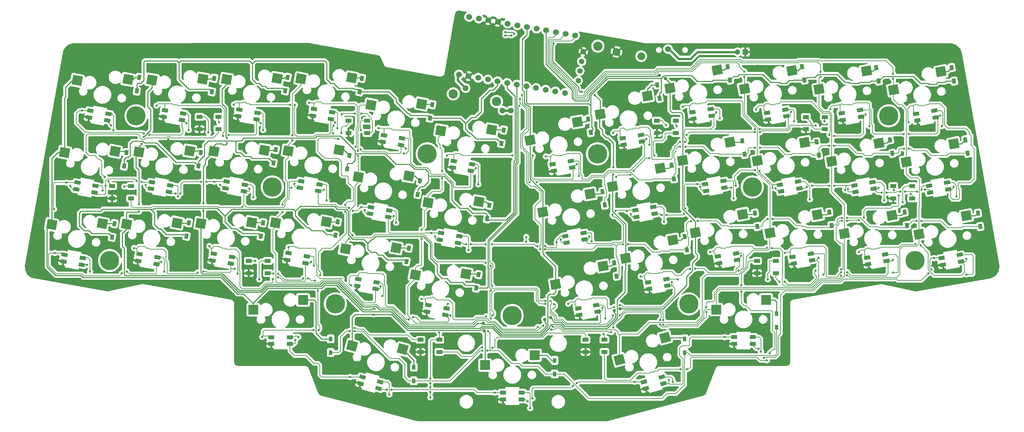
<source format=gbl>
G04 #@! TF.GenerationSoftware,KiCad,Pcbnew,7.0.1*
G04 #@! TF.CreationDate,2025-01-08T11:43:02+07:00*
G04 #@! TF.ProjectId,reviung41,72657669-756e-4673-9431-2e6b69636164,1.4*
G04 #@! TF.SameCoordinates,PX2faf080PY2faf080*
G04 #@! TF.FileFunction,Copper,L2,Bot*
G04 #@! TF.FilePolarity,Positive*
%FSLAX46Y46*%
G04 Gerber Fmt 4.6, Leading zero omitted, Abs format (unit mm)*
G04 Created by KiCad (PCBNEW 7.0.1) date 2025-01-08 11:43:02*
%MOMM*%
%LPD*%
G01*
G04 APERTURE LIST*
G04 Aperture macros list*
%AMRotRect*
0 Rectangle, with rotation*
0 The origin of the aperture is its center*
0 $1 length*
0 $2 width*
0 $3 Rotation angle, in degrees counterclockwise*
0 Add horizontal line*
21,1,$1,$2,0,0,$3*%
G04 Aperture macros list end*
G04 #@! TA.AperFunction,ComponentPad*
%ADD10R,1.350000X1.350000*%
G04 #@! TD*
G04 #@! TA.AperFunction,ComponentPad*
%ADD11O,1.350000X1.350000*%
G04 #@! TD*
G04 #@! TA.AperFunction,SMDPad,CuDef*
%ADD12RotRect,2.550000X2.500000X350.000000*%
G04 #@! TD*
G04 #@! TA.AperFunction,SMDPad,CuDef*
%ADD13RotRect,2.550000X2.500000X10.000000*%
G04 #@! TD*
G04 #@! TA.AperFunction,SMDPad,CuDef*
%ADD14R,2.550000X2.500000*%
G04 #@! TD*
G04 #@! TA.AperFunction,SMDPad,CuDef*
%ADD15RotRect,2.550000X2.500000X345.000000*%
G04 #@! TD*
G04 #@! TA.AperFunction,SMDPad,CuDef*
%ADD16RotRect,2.550000X2.500000X15.000000*%
G04 #@! TD*
G04 #@! TA.AperFunction,ComponentPad*
%ADD17C,1.524000*%
G04 #@! TD*
G04 #@! TA.AperFunction,WasherPad*
%ADD18C,5.000000*%
G04 #@! TD*
G04 #@! TA.AperFunction,WasherPad*
%ADD19C,2.400000*%
G04 #@! TD*
G04 #@! TA.AperFunction,SMDPad,CuDef*
%ADD20RotRect,1.600000X1.000000X350.000000*%
G04 #@! TD*
G04 #@! TA.AperFunction,SMDPad,CuDef*
%ADD21RotRect,1.600000X1.000000X10.000000*%
G04 #@! TD*
G04 #@! TA.AperFunction,SMDPad,CuDef*
%ADD22R,1.600000X1.000000*%
G04 #@! TD*
G04 #@! TA.AperFunction,ComponentPad*
%ADD23C,1.400000*%
G04 #@! TD*
G04 #@! TA.AperFunction,SMDPad,CuDef*
%ADD24RotRect,1.600000X1.000000X345.000000*%
G04 #@! TD*
G04 #@! TA.AperFunction,SMDPad,CuDef*
%ADD25RotRect,1.600000X1.000000X15.000000*%
G04 #@! TD*
G04 #@! TA.AperFunction,SMDPad,CuDef*
%ADD26RotRect,1.300000X0.950000X80.000000*%
G04 #@! TD*
G04 #@! TA.AperFunction,SMDPad,CuDef*
%ADD27RotRect,1.300000X0.950000X100.000000*%
G04 #@! TD*
G04 #@! TA.AperFunction,SMDPad,CuDef*
%ADD28R,0.950000X1.300000*%
G04 #@! TD*
G04 #@! TA.AperFunction,ComponentPad*
%ADD29C,2.000000*%
G04 #@! TD*
G04 #@! TA.AperFunction,SMDPad,CuDef*
%ADD30R,1.500000X1.000000*%
G04 #@! TD*
G04 #@! TA.AperFunction,ViaPad*
%ADD31C,0.600000*%
G04 #@! TD*
G04 #@! TA.AperFunction,ViaPad*
%ADD32C,1.500000*%
G04 #@! TD*
G04 #@! TA.AperFunction,ViaPad*
%ADD33C,0.900000*%
G04 #@! TD*
G04 #@! TA.AperFunction,Conductor*
%ADD34C,0.600000*%
G04 #@! TD*
G04 #@! TA.AperFunction,Conductor*
%ADD35C,0.200000*%
G04 #@! TD*
G04 #@! TA.AperFunction,Conductor*
%ADD36C,0.254000*%
G04 #@! TD*
G04 APERTURE END LIST*
D10*
X155215998Y-10960001D03*
D11*
X153215998Y-10960001D03*
D12*
X-18256297Y-18368291D03*
X-5084620Y-18111629D03*
X1133703Y-18258291D03*
X14305380Y-18001629D03*
X20483703Y-18098291D03*
X33655380Y-17841629D03*
X39853703Y-17958291D03*
X53025380Y-17701629D03*
X58003703Y-24748291D03*
X71175380Y-24491629D03*
X76173703Y-31458291D03*
X89345380Y-31201629D03*
X-21586297Y-37098291D03*
X-8414620Y-36841629D03*
X-2226297Y-36978291D03*
X10945380Y-36721629D03*
X17173703Y-36818291D03*
X30345380Y-36561629D03*
X36533703Y-36708291D03*
X49705380Y-36451629D03*
X54683703Y-43488291D03*
X67855380Y-43231629D03*
X72833703Y-50208291D03*
X86005380Y-49951629D03*
X-24906297Y-55888291D03*
X-11734620Y-55631629D03*
X-5506297Y-55728291D03*
X7665380Y-55471629D03*
X13833703Y-55618291D03*
X27005380Y-55361629D03*
X33218323Y-55466662D03*
X46390000Y-55210000D03*
X51373703Y-62218291D03*
X64545380Y-61961629D03*
X69523703Y-68978291D03*
X82695380Y-68721629D03*
D13*
X99351571Y-33918886D03*
X111641114Y-29172724D03*
X117501571Y-27138886D03*
X129791114Y-22392724D03*
X135631571Y-20398886D03*
X147921114Y-15652724D03*
X155021571Y-20538886D03*
X167311114Y-15792724D03*
X174391571Y-20668886D03*
X186681114Y-15922724D03*
X193731571Y-20828886D03*
X206021114Y-16082724D03*
X102621571Y-52648886D03*
X114911114Y-47902724D03*
X120791571Y-45908886D03*
X133081114Y-41162724D03*
X138921571Y-39138886D03*
X151211114Y-34392724D03*
X158351571Y-39278886D03*
X170641114Y-34532724D03*
X177681571Y-39438886D03*
X189971114Y-34692724D03*
X197071571Y-39558886D03*
X209361114Y-34812724D03*
X105971571Y-71418886D03*
X118261114Y-66672724D03*
X124101571Y-64658886D03*
X136391114Y-59912724D03*
X142251571Y-57938886D03*
X154541114Y-53192724D03*
X161641571Y-58048886D03*
X173931114Y-53302724D03*
X180991571Y-58208886D03*
X193281114Y-53462724D03*
X200361571Y-58348886D03*
X212651114Y-53602724D03*
D14*
X27445000Y-78030000D03*
X40372000Y-75490000D03*
D15*
X53116077Y-87427697D03*
X66260000Y-88320000D03*
D14*
X87635000Y-92460000D03*
X100562000Y-89920000D03*
D16*
X122529015Y-91090281D03*
X134358138Y-85291076D03*
D14*
X147685000Y-78010000D03*
X160612000Y-75470000D03*
D17*
X83513659Y-1810156D03*
X86015071Y-2251222D03*
X88516482Y-2692289D03*
X91017894Y-3133355D03*
X93519306Y-3574421D03*
X96020718Y-4015488D03*
X98522129Y-4456554D03*
X101023541Y-4897621D03*
X103524953Y-5338687D03*
X106026364Y-5779753D03*
X108527776Y-6220820D03*
X111029188Y-6661886D03*
X108386262Y-21650660D03*
X105884851Y-21209594D03*
X103383439Y-20768527D03*
X100882027Y-20327461D03*
X98380616Y-19886395D03*
X95879204Y-19445328D03*
X93377792Y-19004262D03*
X90876381Y-18563195D03*
X88374969Y-18122129D03*
X85873557Y-17681063D03*
X83372146Y-17239996D03*
X80870734Y-16798930D03*
D18*
X-2990000Y-27590000D03*
X-9870000Y-65240000D03*
X32400000Y-46100000D03*
X48770000Y-76530000D03*
X94660000Y-79530000D03*
X140560000Y-76530000D03*
X157050000Y-46090000D03*
X199320000Y-65240000D03*
X192470000Y-27580000D03*
X116840000Y-37480000D03*
X72620000Y-37480000D03*
D19*
X116930000Y-9420000D03*
X90630000Y-23860000D03*
X79390000Y-21860000D03*
D20*
X72893339Y-76847980D03*
X72589454Y-78571394D03*
X77316531Y-79404905D03*
X77620416Y-77681491D03*
D21*
X123359584Y-33381491D03*
X123663469Y-35104905D03*
X128390546Y-34271394D03*
X128086661Y-32547980D03*
X148109584Y-64181491D03*
X148413469Y-65904905D03*
X153140546Y-65071394D03*
X152836661Y-63347980D03*
D20*
X54743339Y-70087980D03*
X54439454Y-71811394D03*
X59166531Y-72644905D03*
X59470416Y-70921491D03*
X-14886661Y-26237980D03*
X-15190546Y-27961394D03*
X-10463469Y-28794905D03*
X-10159584Y-27071491D03*
X20543339Y-44687980D03*
X20239454Y-46411394D03*
X24966531Y-47244905D03*
X25270416Y-45521491D03*
X-2136661Y-63597980D03*
X-2440546Y-65321394D03*
X2286531Y-66154905D03*
X2590416Y-64431491D03*
X39903339Y-44577980D03*
X39599454Y-46301394D03*
X44326531Y-47134905D03*
X44630416Y-45411491D03*
D21*
X202929584Y-45801491D03*
X203233469Y-47524905D03*
X207960546Y-46691394D03*
X207656661Y-44967980D03*
X126649584Y-52151491D03*
X126953469Y-53874905D03*
X131680546Y-53041394D03*
X131376661Y-51317980D03*
D22*
X152370000Y-85175000D03*
X152370000Y-86925000D03*
X157170000Y-86925000D03*
X157170000Y-85175000D03*
D21*
X206219584Y-64591491D03*
X206523469Y-66314905D03*
X211250546Y-65481394D03*
X210946661Y-63757980D03*
X186849584Y-64451491D03*
X187153469Y-66174905D03*
X191880546Y-65341394D03*
X191576661Y-63617980D03*
X160879584Y-26781491D03*
X161183469Y-28504905D03*
X165910546Y-27671394D03*
X165606661Y-25947980D03*
D20*
X17203339Y-63487980D03*
X16899454Y-65211394D03*
X21626531Y-66044905D03*
X21930416Y-64321491D03*
D21*
X141489584Y-26641491D03*
X141793469Y-28364905D03*
X146520546Y-27531394D03*
X146216661Y-25807980D03*
X108479584Y-58891491D03*
X108783469Y-60614905D03*
X113510546Y-59781394D03*
X113206661Y-58057980D03*
X167499584Y-64291491D03*
X167803469Y-66014905D03*
X172530546Y-65181394D03*
X172226661Y-63457980D03*
X183539584Y-45681491D03*
X183843469Y-47404905D03*
X188570546Y-46571394D03*
X188266661Y-44847980D03*
X180249584Y-26911491D03*
X180553469Y-28634905D03*
X185280546Y-27801394D03*
X184976661Y-26077980D03*
D20*
X1143339Y-44847980D03*
X839454Y-46571394D03*
X5566531Y-47404905D03*
X5870416Y-45681491D03*
D23*
X111850000Y-18400000D03*
X112291067Y-15898588D03*
X112732133Y-13397176D03*
X113173200Y-10895764D03*
D22*
X92320000Y-99625000D03*
X92320000Y-101375000D03*
X97120000Y-101375000D03*
X97120000Y-99625000D03*
D20*
X79543339Y-39327980D03*
X79239454Y-41051394D03*
X83966531Y-41884905D03*
X84270416Y-40161491D03*
X36587959Y-63336351D03*
X36284074Y-65059765D03*
X41011151Y-65893276D03*
X41315036Y-64169862D03*
D21*
X144779584Y-45381491D03*
X145083469Y-47104905D03*
X149810546Y-46271394D03*
X149506661Y-44547980D03*
X111829584Y-77661491D03*
X112133469Y-79384905D03*
X116860546Y-78551394D03*
X116556661Y-76827980D03*
D20*
X-21536661Y-63757980D03*
X-21840546Y-65481394D03*
X-17113469Y-66314905D03*
X-16809584Y-64591491D03*
X61373339Y-32617980D03*
X61069454Y-34341394D03*
X65796531Y-35174905D03*
X66100416Y-33451491D03*
X58053339Y-51357980D03*
X57749454Y-53081394D03*
X62476531Y-53914905D03*
X62780416Y-52191491D03*
D24*
X55787001Y-95561123D03*
X55334068Y-97251493D03*
X59970512Y-98493825D03*
X60423445Y-96803455D03*
D21*
X164209584Y-45521491D03*
X164513469Y-47244905D03*
X169240546Y-46411394D03*
X168936661Y-44687980D03*
D20*
X23853339Y-25967980D03*
X23549454Y-27691394D03*
X28276531Y-28524905D03*
X28580416Y-26801491D03*
X43223339Y-25827980D03*
X42919454Y-27551394D03*
X47646531Y-28384905D03*
X47950416Y-26661491D03*
D25*
X128908816Y-96798573D03*
X129361749Y-98488943D03*
X133998193Y-97246611D03*
X133545260Y-95556241D03*
D21*
X129959584Y-70901491D03*
X130263469Y-72624905D03*
X134990546Y-71791394D03*
X134686661Y-70067980D03*
D20*
X4503339Y-26127980D03*
X4199454Y-27851394D03*
X8926531Y-28684905D03*
X9230416Y-26961491D03*
X76203339Y-58077980D03*
X75899454Y-59801394D03*
X80626531Y-60634905D03*
X80930416Y-58911491D03*
X-18216661Y-44967980D03*
X-18520546Y-46691394D03*
X-13793469Y-47524905D03*
X-13489584Y-45801491D03*
D21*
X105209584Y-40161491D03*
X105513469Y-41884905D03*
X110240546Y-41051394D03*
X109936661Y-39327980D03*
X199589584Y-27071491D03*
X199893469Y-28794905D03*
X204620546Y-27961394D03*
X204316661Y-26237980D03*
D22*
X32130000Y-85195000D03*
X32130000Y-86945000D03*
X36930000Y-86945000D03*
X36930000Y-85195000D03*
D26*
X-2810226Y-21090034D03*
X-2193774Y-17593966D03*
X16693548Y-21314068D03*
X17310000Y-17818000D03*
X35743548Y-21060068D03*
X36360000Y-17564000D03*
X55047548Y-21314068D03*
X55664000Y-17818000D03*
X73335548Y-28172068D03*
X73952000Y-24676000D03*
X91877548Y-34776068D03*
X92494000Y-31280000D03*
X-6112226Y-40648034D03*
X-5495774Y-37151966D03*
X13191774Y-40648034D03*
X13808226Y-37151966D03*
X32695546Y-39856067D03*
X33311998Y-36359999D03*
X51799774Y-41410034D03*
X52416226Y-37913966D03*
X70142000Y-48044000D03*
X70758452Y-44547932D03*
X88121774Y-54364034D03*
X88738226Y-50867966D03*
X-9214451Y-59160068D03*
X-8597999Y-55664000D03*
X10089548Y-58906068D03*
X10706000Y-55410000D03*
X29393548Y-58906068D03*
X30010000Y-55410000D03*
X48751774Y-58682034D03*
X49368226Y-55185966D03*
X67239548Y-65510068D03*
X67856000Y-62014000D03*
X85327774Y-72398034D03*
X85944226Y-68901966D03*
D27*
X115050002Y-31920000D03*
X114433550Y-28423932D03*
X132968226Y-22998034D03*
X132351774Y-19501966D03*
X151276452Y-18266068D03*
X150660000Y-14770000D03*
X170580452Y-18266068D03*
X169964000Y-14770000D03*
X189884452Y-18520068D03*
X189268000Y-15024000D03*
X209442452Y-18520068D03*
X208826000Y-15024000D03*
X118710226Y-50808034D03*
X118093774Y-47311966D03*
X136690000Y-43980000D03*
X136073548Y-40483932D03*
X155032226Y-37600034D03*
X154415774Y-34103966D03*
X174358226Y-37854034D03*
X173741774Y-34357966D03*
X193440452Y-37316068D03*
X192824000Y-33820000D03*
X212998452Y-37316068D03*
X212382000Y-33820000D03*
X121812452Y-69320068D03*
X121196000Y-65824000D03*
X140046226Y-62492034D03*
X139429774Y-58995966D03*
X158334226Y-56396034D03*
X157717774Y-52899966D03*
X177638226Y-56142034D03*
X177021774Y-52645966D03*
X197196226Y-56142034D03*
X196579774Y-52645966D03*
X216246226Y-56396034D03*
X215629774Y-52899966D03*
D28*
X47535999Y-89185999D03*
X47535999Y-85635999D03*
X69125998Y-96552000D03*
X69125998Y-93002000D03*
X105702000Y-94777000D03*
X105702000Y-91227000D03*
X139484000Y-89186000D03*
X139484000Y-85636000D03*
X163359999Y-82581999D03*
X163359999Y-79031999D03*
D29*
X128200625Y-12064357D03*
X121799375Y-10935643D03*
D30*
X57040000Y-28840000D03*
X57040000Y-32040000D03*
X52140000Y-32040000D03*
X52140000Y-28840000D03*
X18390000Y-27850000D03*
X18390000Y-31050000D03*
X13490000Y-31050000D03*
X13490000Y-27850000D03*
X-4280000Y-45870000D03*
X-4280000Y-49070000D03*
X-9180000Y-49070000D03*
X-9180000Y-45870000D03*
X31210000Y-65310000D03*
X31210000Y-68510000D03*
X26310000Y-68510000D03*
X26310000Y-65310000D03*
X75760000Y-85860000D03*
X75760000Y-89060000D03*
X70860000Y-89060000D03*
X70860000Y-85860000D03*
X118640000Y-85840000D03*
X118640000Y-89040000D03*
X113740000Y-89040000D03*
X113740000Y-85840000D03*
X163190000Y-65310000D03*
X163190000Y-68510000D03*
X158290000Y-68510000D03*
X158290000Y-65310000D03*
X198540000Y-45860000D03*
X198540000Y-49060000D03*
X193640000Y-49060000D03*
X193640000Y-45860000D03*
X175850000Y-27870000D03*
X175850000Y-31070000D03*
X170950000Y-31070000D03*
X170950000Y-27870000D03*
X137190000Y-28870000D03*
X137190000Y-32070000D03*
X132290000Y-32070000D03*
X132290000Y-28870000D03*
D31*
X93256000Y-23406000D03*
X173012000Y-10706000D03*
X109512000Y-10198000D03*
X109258000Y-14516000D03*
X100622000Y-15532000D03*
X125260000Y-9182000D03*
X116123061Y-15038794D03*
X118656000Y-21120000D03*
X123990000Y-21374000D03*
X97320000Y-43218000D03*
X89954000Y-36106000D03*
X104178000Y-30010000D03*
X80810000Y-24930000D03*
X85636000Y-21120000D03*
X90462000Y-12484000D03*
D32*
X82588000Y-20358000D03*
X92179500Y-26200000D03*
X94332500Y-26200000D03*
X135166000Y-10198000D03*
D31*
X97201500Y-22136000D03*
X139738000Y-35598000D03*
X157752071Y-35852000D03*
X138295071Y-35598000D03*
X197671071Y-36106000D03*
X177082071Y-35344000D03*
X178281071Y-35344000D03*
X99289997Y-44804003D03*
X101065003Y-44806997D03*
X159042000Y-35852000D03*
X196472071Y-36106000D03*
X180392071Y-54140000D03*
X123475071Y-60998000D03*
X124752000Y-60998000D03*
X96720500Y-23152000D03*
X162241071Y-54394000D03*
X161042071Y-54394000D03*
X142827989Y-54884120D03*
X200961071Y-54902000D03*
X103248071Y-62268000D03*
X101995071Y-62268000D03*
X181591071Y-54140000D03*
X199762071Y-54902000D03*
X141199997Y-54964003D03*
X52489577Y-83604000D03*
X88261500Y-88684000D03*
X89206105Y-73027500D03*
X89192000Y-80302000D03*
X88430000Y-83604000D03*
X96542902Y-24945098D03*
X89476373Y-71828500D03*
X53742577Y-83604000D03*
X87008500Y-88684000D03*
X-9451500Y-30010000D03*
X78016000Y-76492000D03*
X28994000Y-70142000D03*
X66586000Y-37376000D03*
X43218000Y-66586000D03*
X136436000Y-96812000D03*
X73444000Y-97151500D03*
X130340000Y-35090000D03*
X73444000Y-100876000D03*
X206286000Y-30264000D03*
X137706000Y-70142000D03*
X46520000Y-49568000D03*
X64554000Y-55410000D03*
X191300000Y-49568000D03*
X152184000Y-49060000D03*
X39154000Y-85128000D03*
X23406000Y-68618000D03*
X134150000Y-55156000D03*
X175806000Y-28994000D03*
X-11646000Y-47028000D03*
X55410000Y-31280000D03*
X7912000Y-48552000D03*
X99352000Y-103670000D03*
X118910000Y-80302000D03*
X10706000Y-31280000D03*
X62776000Y-100114000D03*
X210096000Y-48552000D03*
X-6058000Y-46012000D03*
X112052000Y-43218000D03*
X18580000Y-29248000D03*
X118402000Y-84366000D03*
X4356000Y-68110000D03*
X159296000Y-88938000D03*
X175552000Y-68872000D03*
X92919806Y-6642000D03*
X167932000Y-28994000D03*
X75730000Y-83976500D03*
X-8852000Y-31280000D03*
X115354000Y-60236000D03*
X73444000Y-98244500D03*
X187490000Y-30264000D03*
X137452000Y-30264000D03*
X193586000Y-68364000D03*
X161074000Y-70142000D03*
X-14948000Y-68110000D03*
X27470000Y-48806000D03*
X83350000Y-62522000D03*
X73444000Y-99443500D03*
X85890000Y-45404003D03*
X94518806Y-6642000D03*
X196126000Y-50076000D03*
X49314000Y-30772000D03*
X60998000Y-74460000D03*
X148628000Y-28232000D03*
X153454000Y-67856000D03*
X171996000Y-49314000D03*
X73444000Y-95952500D03*
X212636000Y-68872000D03*
X30010000Y-31280000D03*
X148628000Y-87922000D03*
X187490000Y-49060000D03*
X203746000Y-66586000D03*
X145072000Y-83350000D03*
X53378000Y-30264000D03*
X62776000Y-81826000D03*
X-15456000Y-30010000D03*
X60744000Y-42202000D03*
X15532000Y-63030000D03*
X-22071489Y-42257675D03*
X85890000Y-66840000D03*
X76746000Y-67094000D03*
X23660000Y-22898000D03*
X139230000Y-65062000D03*
X4356000Y-30264000D03*
X73952000Y-55918000D03*
X84366000Y-94780000D03*
X142278000Y-30264000D03*
X158788000Y-71412000D03*
X55664000Y-28232000D03*
X65062000Y-96558000D03*
X171234000Y-21882000D03*
X64046000Y-70396000D03*
X88430000Y-26454000D03*
X174790000Y-44234000D03*
X173774000Y-28232000D03*
X162852000Y-43218000D03*
X157772000Y-59728000D03*
X11214000Y-65062000D03*
X165900000Y-65062000D03*
X80302000Y-29248000D03*
X68872000Y-52362000D03*
X137198000Y-24676000D03*
X-22568000Y-67348000D03*
X175044000Y-47790000D03*
X46266000Y-52108000D03*
X144564000Y-65824000D03*
X68872000Y-77254000D03*
X174536000Y-41694000D03*
X101384000Y-67602000D03*
X193586000Y-41186000D03*
X34582000Y-62522000D03*
X12484000Y-34328000D03*
X72428000Y-73698000D03*
X130848000Y-13500000D03*
X166408000Y-67602000D03*
X145326000Y-49314000D03*
X141770000Y-71412000D03*
X198920000Y-30518000D03*
X128562000Y-67602000D03*
X192824000Y-60744000D03*
X-7836000Y-42964000D03*
X94780000Y-69634000D03*
X176314000Y-24930000D03*
X53124000Y-78016000D03*
X97320000Y-55156000D03*
X166154000Y-52362000D03*
X146596000Y-60744000D03*
X200952000Y-34074000D03*
X100114000Y-56172000D03*
X132626000Y-57188000D03*
X204762000Y-62776000D03*
X103416000Y-27216000D03*
X94526000Y-87160000D03*
X55918000Y-57442000D03*
X50584000Y-57188000D03*
X97574000Y-28232000D03*
X-13932000Y-33566000D03*
X13246000Y-32550000D03*
X198412000Y-18072000D03*
X-4280000Y-42710000D03*
X-3518000Y-63284000D03*
X150914000Y-30518000D03*
X146596000Y-71666000D03*
X57950000Y-26708000D03*
X158534000Y-14516000D03*
X185458000Y-60998000D03*
X51854000Y-25946000D03*
X126530000Y-86906000D03*
X114592000Y-41186000D03*
X110782000Y-67348000D03*
X11722000Y-42710000D03*
X204762000Y-68110000D03*
X134912000Y-36868000D03*
X18056650Y-53421172D03*
X166154000Y-60998000D03*
X97574000Y-74714000D03*
X171234000Y-25438000D03*
X52729594Y-25946000D03*
X105448000Y-58204000D03*
X80302000Y-92240000D03*
X198158000Y-23914000D03*
X16802000Y-42964000D03*
X198920000Y-52616000D03*
X163106000Y-73698000D03*
X165900000Y-80302000D03*
X190284000Y-22390000D03*
X34582000Y-27470000D03*
X122974000Y-98590000D03*
X123990000Y-39916000D03*
X-22731740Y-61995825D03*
X98844000Y-97066000D03*
X180886000Y-30264000D03*
X178854000Y-23660000D03*
X79286000Y-43472000D03*
X57442000Y-75476000D03*
X11722000Y-34328000D03*
X58458000Y-35598000D03*
X167424000Y-32042000D03*
X172758000Y-32550000D03*
X48044000Y-83096000D03*
X16802000Y-48044000D03*
X12484000Y-32550000D03*
X136690000Y-48806000D03*
X178854000Y-25946000D03*
X83096000Y-77254000D03*
X124498000Y-50330000D03*
X137198000Y-94780000D03*
X38000Y-42202000D03*
X136182000Y-78778000D03*
X51346000Y-46266000D03*
X160820000Y-48806000D03*
X16802000Y-67348000D03*
X21374000Y-54394000D03*
X145580000Y-72682000D03*
X88684000Y-97574000D03*
X181902000Y-43726000D03*
X37376000Y-41694000D03*
X119164000Y-56934000D03*
X105194000Y-48044000D03*
X143294000Y-33820000D03*
X73444000Y-18834000D03*
X9690000Y-63030000D03*
X126784000Y-75222000D03*
X100114000Y-48552000D03*
X151168000Y-82588000D03*
X90462000Y-41440000D03*
X195872000Y-30264000D03*
X72174000Y-84366000D03*
X13246000Y-34328000D03*
X183426000Y-34074000D03*
X42964000Y-88684000D03*
X43218000Y-10452000D03*
X125006000Y-82588000D03*
X187490000Y-52616000D03*
X34582000Y-60744000D03*
X71666000Y-80048000D03*
X159550000Y-23406000D03*
X56426000Y-30264000D03*
X184950000Y-67348000D03*
X126530000Y-80048000D03*
X50076000Y-92748000D03*
X141262000Y-43726000D03*
X83350000Y-64300000D03*
X149390000Y-51092000D03*
X139738000Y-27216000D03*
X4610000Y-23152000D03*
X65395355Y-76800199D03*
X185204000Y-64808000D03*
X160058000Y-83350000D03*
X85382000Y-57696000D03*
X183426000Y-52108000D03*
X11722000Y-32550000D03*
X185204000Y-51092000D03*
X151930000Y-25946000D03*
X212636000Y-42964000D03*
X178600000Y-60490000D03*
X118656000Y-54902000D03*
X127800000Y-95288000D03*
X195618000Y-34074000D03*
X41440000Y-84874000D03*
X53378000Y-67856000D03*
X150660000Y-74460000D03*
X127546000Y-56426000D03*
X54140000Y-23152000D03*
X179108000Y-14770000D03*
X42964000Y-22898000D03*
X11722000Y-47790000D03*
X65550012Y-73130607D03*
X17310000Y-60490000D03*
X34328000Y-41694000D03*
X5372000Y-33566000D03*
X179108000Y-52108000D03*
X70650000Y-31534000D03*
X107226000Y-97320000D03*
X151676000Y-21882000D03*
X12738000Y-29248000D03*
X120942000Y-42801500D03*
X-2248000Y-52480500D03*
X116116000Y-22136000D03*
X58712000Y-79286000D03*
X105448000Y-8657500D03*
X-978000Y-33058000D03*
X58966000Y-77762000D03*
X120942000Y-40932000D03*
X-1486000Y-34836000D03*
X112829736Y-21329396D03*
X-2248000Y-50584000D03*
D33*
X104700500Y-80048000D03*
D31*
X20612000Y-34700500D03*
D33*
X87414000Y-83564500D03*
D31*
X14516000Y-52226500D03*
X20612000Y-33312000D03*
D33*
X122734500Y-77762000D03*
X132880000Y-17041500D03*
X87160000Y-81557500D03*
D31*
X14516000Y-50330000D03*
D33*
X103147500Y-80556000D03*
X134445069Y-17859069D03*
X121181500Y-78270000D03*
D31*
X37630000Y-33938500D03*
X37630000Y-32685500D03*
X102778971Y-82204971D03*
X154978000Y-17428500D03*
X154978000Y-16040000D03*
X35090000Y-50675500D03*
X105196753Y-82455253D03*
X35090000Y-52616000D03*
X54648000Y-38002500D03*
X54648000Y-36749500D03*
X52299997Y-59536003D03*
X174790000Y-17428500D03*
X53186003Y-58649997D03*
X174790000Y-16175500D03*
X133896000Y-80718500D03*
X120877500Y-79540000D03*
X89056500Y-66586000D03*
X122584500Y-79540000D03*
X133896000Y-81917500D03*
X104550500Y-75730000D03*
X87803500Y-65824000D03*
X103297500Y-75730000D03*
X133096497Y-80718500D03*
X193586000Y-16683500D03*
X76492000Y-43844500D03*
X101341089Y-82545089D03*
X133096497Y-81917500D03*
X181591071Y-69066975D03*
X71158000Y-57188000D03*
X145114911Y-78609500D03*
X120434000Y-83868500D03*
X145089532Y-77410500D03*
X104839762Y-83199466D03*
X71158000Y-59592500D03*
X120942000Y-82669500D03*
X193586000Y-17936500D03*
X76492000Y-41948000D03*
X180124000Y-69126000D03*
X92919806Y-5842497D03*
X95201250Y-6225500D03*
X15786000Y-31879500D03*
X48193221Y-32177500D03*
X48259805Y-30072240D03*
X50421500Y-27216000D03*
X53902500Y-26962000D03*
X55501500Y-26962000D03*
X-11138000Y-43472000D03*
X-10122000Y-44579500D03*
X27978000Y-65316000D03*
X24676000Y-51227500D03*
X41610651Y-69888000D03*
X40411651Y-69888000D03*
X33911500Y-68618000D03*
X32712500Y-68618000D03*
X53742577Y-82804497D03*
X43472000Y-70493500D03*
X89537500Y-87936105D03*
X86901915Y-87891633D03*
X138484500Y-93510000D03*
X154216000Y-73281500D03*
X161582000Y-89354500D03*
X154216000Y-71682500D03*
X160820000Y-91224000D03*
X140083500Y-93510000D03*
X184696000Y-54739500D03*
X173520000Y-67856000D03*
X164122000Y-70741500D03*
X180377310Y-54939367D03*
X180124000Y-67526994D03*
X181591071Y-54939503D03*
X165483500Y-70741500D03*
X186008911Y-54097089D03*
X193840000Y-46936500D03*
X195110000Y-48298000D03*
X173520000Y-30101500D03*
X198158000Y-47881500D03*
X134658000Y-30010000D03*
X159045803Y-31819870D03*
X157752071Y-31825503D03*
X139948071Y-32550000D03*
X98336000Y-59128500D03*
X130340500Y-38574462D03*
X125389839Y-42925661D03*
X121704000Y-43472000D03*
X131610000Y-37884000D03*
X126191911Y-41863911D03*
X98336000Y-60327500D03*
X-16980000Y-26237980D03*
X-1021252Y-32215245D03*
X481003Y-32485003D03*
X10106500Y-29502000D03*
X-24279797Y-51854000D03*
X-15710000Y-66332000D03*
X-21044000Y-44967980D03*
X-20028000Y-45758000D03*
X-2874500Y-44488000D03*
X-1621500Y-44742000D03*
X-10884000Y-45758000D03*
X-24092000Y-63284000D03*
X-6684500Y-68515382D03*
X-5431500Y-68110000D03*
X3601686Y-65565890D03*
X-470000Y-45504000D03*
X8511500Y-47790000D03*
X7312500Y-47790000D03*
X17310000Y-44742000D03*
X13889500Y-44742000D03*
X15278000Y-44742000D03*
X29410500Y-29502000D03*
X19596000Y-32804000D03*
X2324000Y-24930000D03*
X20984500Y-32596903D03*
X14524003Y-68099500D03*
X12992000Y-68364000D03*
X-3518000Y-62014000D03*
X22644000Y-67348000D03*
X18834000Y-45504000D03*
X26454000Y-46520000D03*
X37376000Y-46266000D03*
X38229500Y-24676000D03*
X22390000Y-24676000D03*
X48677980Y-29390819D03*
X37030500Y-24676000D03*
X42456000Y-65570000D03*
X32550000Y-70050500D03*
X16040000Y-61506000D03*
X33911500Y-69634000D03*
X38138000Y-45250000D03*
X55501500Y-51346000D03*
X53293911Y-52277911D03*
X52319089Y-51557089D03*
X45758000Y-46774000D03*
X54048500Y-35598000D03*
X55282470Y-36263031D03*
X67094000Y-36106000D03*
X41948000Y-24168000D03*
X36587959Y-61786041D03*
X60498772Y-71930111D03*
X149898000Y-85175000D03*
X135420000Y-96304000D03*
X160058000Y-90553500D03*
X202814089Y-68533911D03*
X158696500Y-88176000D03*
X203534911Y-67559089D03*
X204254000Y-64591491D03*
X56426000Y-52108000D03*
X73698000Y-58077980D03*
X63954500Y-53632000D03*
X59982000Y-30772000D03*
X85290500Y-41186000D03*
X52870000Y-71666000D03*
X78686500Y-79540000D03*
X68914911Y-80005089D03*
X67813089Y-80598911D03*
X99951500Y-101130000D03*
X98752500Y-101892000D03*
X126530000Y-96798573D03*
X110485089Y-97870911D03*
X111459911Y-97150089D03*
X99978071Y-37884000D03*
X77762000Y-37884000D03*
X111452500Y-40170000D03*
X94780000Y-37884000D03*
X74714000Y-58966000D03*
X106210000Y-60490000D03*
X87803500Y-60998000D03*
X101292500Y-61506000D03*
X82750500Y-60998000D03*
X89456500Y-60998000D03*
X103248071Y-61468497D03*
X83949500Y-60998000D03*
X71158000Y-75222000D03*
X89537500Y-79540000D03*
X103297500Y-76529503D03*
X87922000Y-79794000D03*
X105536210Y-76554731D03*
X118105089Y-77550911D03*
X90208000Y-99625000D03*
X63375500Y-98844000D03*
X62176500Y-98844000D03*
X103416000Y-38138000D03*
X129585481Y-33564681D03*
X107268911Y-59770911D03*
X124498000Y-52362000D03*
X121512003Y-52299997D03*
X120751372Y-53311378D03*
X114754500Y-58966000D03*
X109258000Y-76492000D03*
X121199565Y-77320669D03*
X136139089Y-70861089D03*
X122584500Y-76824421D03*
X52616000Y-95561123D03*
X38392000Y-85890000D03*
X125514000Y-53124000D03*
X139294997Y-53059003D03*
X133550500Y-53378000D03*
X134749500Y-53378000D03*
X139673003Y-51664997D03*
X142786000Y-45381491D03*
X139548071Y-34328000D03*
X120942000Y-32042000D03*
X138295071Y-34328000D03*
X147669769Y-26679581D03*
X128054000Y-69380000D03*
X140889500Y-67412997D03*
X154101399Y-64013471D03*
X142142500Y-67348000D03*
X143548000Y-46012000D03*
X162344000Y-46266000D03*
X151584500Y-46266000D03*
X158951071Y-41905089D03*
X152783500Y-45758000D03*
X157752071Y-41694000D03*
X157752071Y-31026000D03*
X167170000Y-26547480D03*
X138976000Y-25184000D03*
X158951071Y-31026000D03*
X162181500Y-62014000D03*
X174282000Y-64554000D03*
X160777089Y-61922500D03*
X146088000Y-63030000D03*
X163118412Y-46464716D03*
X172532209Y-45743895D03*
X178346000Y-45758000D03*
X171191089Y-46054911D03*
X181186903Y-46877548D03*
X177082071Y-45758000D03*
X186496183Y-27212089D03*
X158026000Y-25946000D03*
X177082071Y-32550000D03*
X178281071Y-32804000D03*
X181703133Y-68275365D03*
X193586000Y-65062000D03*
X180124000Y-68326497D03*
X165483500Y-63284000D03*
X181902000Y-46520000D03*
X196725500Y-47282000D03*
X190700500Y-47536000D03*
X191899500Y-47536000D03*
X199844500Y-47282000D03*
X201043500Y-46774000D03*
X189834427Y-46255698D03*
X195526500Y-47282000D03*
X196380000Y-32296000D03*
X197671071Y-32296000D03*
X177344105Y-25917791D03*
X205851172Y-27457098D03*
X184696000Y-63030000D03*
X199385089Y-60906500D03*
X212636000Y-64808000D03*
X200740911Y-61294911D03*
X209334000Y-46012000D03*
X197671071Y-29248000D03*
X201843003Y-46774000D03*
X43099500Y-83350000D03*
X44234000Y-73054500D03*
X49568000Y-33566000D03*
X44352500Y-83350000D03*
X29756000Y-85128000D03*
X51346000Y-50746500D03*
X50330000Y-32042000D03*
X51343247Y-52483253D03*
X44784911Y-69083089D03*
D34*
X151168000Y-10960000D02*
X142786000Y-10960000D01*
X153215999Y-10960000D02*
X151168000Y-10960000D01*
X151168000Y-10960000D02*
X153215998Y-10960001D01*
X80556000Y-17113664D02*
X80870734Y-16798930D01*
X80556000Y-18326000D02*
X80556000Y-17113664D01*
X94332500Y-26200000D02*
X92179500Y-26200000D01*
X82588000Y-20358000D02*
X80556000Y-18326000D01*
X135420000Y-10198000D02*
X135166000Y-10198000D01*
X137960000Y-12738000D02*
X136182000Y-10960000D01*
X136182000Y-10960000D02*
X135420000Y-10198000D01*
X141008000Y-12738000D02*
X137960000Y-12738000D01*
X142024000Y-11722000D02*
X141008000Y-12738000D01*
X142786000Y-10960000D02*
X142024000Y-11722000D01*
D35*
X111029188Y-7156812D02*
X111029188Y-6661886D01*
X104794000Y-8058000D02*
X110128000Y-8058000D01*
X104751953Y-8100047D02*
X104794000Y-8058000D01*
X104751953Y-13608712D02*
X104751953Y-8100047D01*
X111512778Y-20369536D02*
X104751953Y-13608712D01*
X111512778Y-22358778D02*
X111512778Y-20369536D01*
X113419000Y-22235314D02*
X113221314Y-22433000D01*
X113221314Y-22433000D02*
X111587000Y-22433000D01*
X113419000Y-21439708D02*
X113419000Y-22235314D01*
X118866549Y-15992158D02*
X113419000Y-21439708D01*
X131700601Y-15992157D02*
X118866549Y-15992158D01*
X132452759Y-15240000D02*
X131700601Y-15992157D01*
X110128000Y-8058000D02*
X111029188Y-7156812D01*
X143477237Y-12947392D02*
X141184628Y-15240000D01*
X153975078Y-12947392D02*
X143477237Y-12947392D01*
X154381686Y-13354000D02*
X153975078Y-12947392D01*
X168782314Y-13354000D02*
X154381686Y-13354000D01*
X169036315Y-13100000D02*
X168782314Y-13354000D01*
X191808000Y-13246000D02*
X174339686Y-13246000D01*
X174339686Y-13246000D02*
X174193686Y-13100000D01*
X141184628Y-15240000D02*
X132452759Y-15240000D01*
X193586000Y-15024000D02*
X191808000Y-13246000D01*
X174193686Y-13100000D02*
X169036315Y-13100000D01*
X111587000Y-22433000D02*
X111512778Y-22358778D01*
X193586000Y-16683500D02*
X193586000Y-15024000D01*
X174790000Y-14262000D02*
X174790000Y-16175500D01*
X174028000Y-13500000D02*
X174790000Y-14262000D01*
X169202000Y-13500000D02*
X174028000Y-13500000D01*
X154216000Y-13754000D02*
X168948000Y-13754000D01*
X153809392Y-13347392D02*
X154216000Y-13754000D01*
X143642923Y-13347392D02*
X153809392Y-13347392D01*
X141350314Y-15640000D02*
X143642923Y-13347392D01*
X132618444Y-15640000D02*
X141350314Y-15640000D01*
X131866287Y-16392157D02*
X132618444Y-15640000D01*
X119032235Y-16392157D02*
X131866287Y-16392157D01*
X113819000Y-21605393D02*
X119032235Y-16392157D01*
X113819000Y-22401000D02*
X113819000Y-21605393D01*
X113387000Y-22833000D02*
X113819000Y-22401000D01*
X111378556Y-22833000D02*
X113387000Y-22833000D01*
X111112778Y-22567222D02*
X111378556Y-22833000D01*
X111112778Y-20535222D02*
X111112778Y-22567222D01*
X104351953Y-13774398D02*
X111112778Y-20535222D01*
X104351953Y-7738047D02*
X104351953Y-13774398D01*
X104432000Y-7658000D02*
X104351953Y-7738047D01*
X107226000Y-7658000D02*
X104432000Y-7658000D01*
X107480000Y-7404000D02*
X107226000Y-7658000D01*
X107480000Y-7268596D02*
X107480000Y-7404000D01*
X108527776Y-6220820D02*
X107480000Y-7268596D01*
X168948000Y-13754000D02*
X169202000Y-13500000D01*
X106026364Y-6571636D02*
X106026364Y-5779753D01*
X105448000Y-7150000D02*
X106026364Y-6571636D01*
X103951953Y-13940084D02*
X103951953Y-7376047D01*
X110702935Y-20691065D02*
X103951953Y-13940084D01*
X104178000Y-7150000D02*
X105448000Y-7150000D01*
X110702935Y-22723065D02*
X110702935Y-20691065D01*
X114003000Y-23233000D02*
X111212870Y-23233000D01*
X114219000Y-23017000D02*
X114003000Y-23233000D01*
X114219000Y-21771078D02*
X114219000Y-23017000D01*
X119053078Y-16937000D02*
X114219000Y-21771078D01*
X132784130Y-16040000D02*
X131887130Y-16937000D01*
X141516000Y-16040000D02*
X132784130Y-16040000D01*
X131887130Y-16937000D02*
X119053078Y-16937000D01*
X153708000Y-14262000D02*
X153193392Y-13747392D01*
X153193392Y-13747392D02*
X143808608Y-13747392D01*
X153708000Y-14770000D02*
X153708000Y-14262000D01*
X103951953Y-7376047D02*
X104178000Y-7150000D01*
X154978000Y-16040000D02*
X153708000Y-14770000D01*
X111212870Y-23233000D02*
X110702935Y-22723065D01*
X143808608Y-13747392D02*
X141516000Y-16040000D01*
D36*
X-3234034Y-17593966D02*
X-2193774Y-17593966D01*
X-3811629Y-18111629D02*
X-3264000Y-17564000D01*
X-3264000Y-17564000D02*
X-3234034Y-17593966D01*
X-5084620Y-18111629D02*
X-3811629Y-18111629D01*
X10706000Y-20612000D02*
X15991480Y-20612000D01*
X27216000Y-14008000D02*
X27216000Y-18072000D01*
X90667480Y-33566000D02*
X91877548Y-34776068D01*
X-978000Y-18326000D02*
X-978000Y-13500000D01*
X67856000Y-26962000D02*
X68364000Y-27470000D01*
X35041480Y-20358000D02*
X35743548Y-21060068D01*
X82588000Y-29502000D02*
X84112000Y-27978000D01*
X46012000Y-13246000D02*
X46520000Y-13754000D01*
X-978000Y-13500000D02*
X-724000Y-13246000D01*
X85382000Y-33566000D02*
X90667480Y-33566000D01*
X54345480Y-20612000D02*
X55047548Y-21314068D01*
X28994000Y-19088000D02*
X29756000Y-19850000D01*
X29756000Y-19850000D02*
X30518000Y-19850000D01*
X81258068Y-28172068D02*
X82588000Y-29502000D01*
X68364000Y-27470000D02*
X72633480Y-27470000D01*
X27216000Y-18072000D02*
X28232000Y-19088000D01*
X90876381Y-19689619D02*
X90876381Y-18563195D01*
X8166000Y-18072000D02*
X10706000Y-20612000D01*
X46520000Y-18072000D02*
X47536000Y-19088000D01*
X84112000Y-27978000D02*
X85128000Y-27978000D01*
X-2502000Y-19088000D02*
X-1740000Y-19088000D01*
X-1740000Y-19088000D02*
X-978000Y-18326000D01*
X64554000Y-23914000D02*
X67602000Y-26962000D01*
X82588000Y-31026000D02*
X83604000Y-32042000D01*
X89700000Y-20866000D02*
X90876381Y-19689619D01*
X73335548Y-28172068D02*
X81258068Y-28172068D01*
X15991480Y-20612000D02*
X16693548Y-21314068D01*
X85128000Y-27978000D02*
X86652000Y-26454000D01*
X82588000Y-29502000D02*
X82588000Y-31026000D01*
X30518000Y-19850000D02*
X31026000Y-20358000D01*
X49568000Y-20358000D02*
X53378000Y-20358000D01*
X8166000Y-13754000D02*
X8166000Y-18072000D01*
X28232000Y-19088000D02*
X28994000Y-19088000D01*
X31026000Y-20358000D02*
X35041480Y-20358000D01*
X86652000Y-23152000D02*
X88938000Y-20866000D01*
X55047548Y-21314068D02*
X62716068Y-21314068D01*
X27216000Y-14008000D02*
X27978000Y-13246000D01*
X-724000Y-13246000D02*
X7658000Y-13246000D01*
X62716068Y-21314068D02*
X64554000Y-23152000D01*
X47536000Y-19088000D02*
X48298000Y-19088000D01*
X-2810226Y-19396226D02*
X-2502000Y-19088000D01*
X86652000Y-26454000D02*
X86652000Y-23152000D01*
X67602000Y-26962000D02*
X67856000Y-26962000D01*
X26454000Y-13246000D02*
X27216000Y-14008000D01*
X53632000Y-20612000D02*
X54345480Y-20612000D01*
X-2810226Y-21090034D02*
X-2810226Y-19396226D01*
X88938000Y-20866000D02*
X89700000Y-20866000D01*
X83604000Y-32042000D02*
X83858000Y-32042000D01*
X72633480Y-27470000D02*
X73335548Y-28172068D01*
X48298000Y-19088000D02*
X49568000Y-20358000D01*
X64554000Y-23152000D02*
X64554000Y-23914000D01*
X46520000Y-13754000D02*
X46520000Y-18072000D01*
X83858000Y-32042000D02*
X85382000Y-33566000D01*
X27978000Y-13246000D02*
X46012000Y-13246000D01*
X8674000Y-13246000D02*
X26454000Y-13246000D01*
X8166000Y-13754000D02*
X8674000Y-13246000D01*
X53378000Y-20358000D02*
X53632000Y-20612000D01*
X7658000Y-13246000D02*
X8166000Y-13754000D01*
X16364371Y-18001629D02*
X16548000Y-17818000D01*
X16548000Y-17818000D02*
X17310000Y-17818000D01*
X14305380Y-18001629D02*
X16364371Y-18001629D01*
X35598000Y-17564000D02*
X36360000Y-17564000D01*
X33655380Y-17841629D02*
X35320371Y-17841629D01*
X35320371Y-17841629D02*
X35598000Y-17564000D01*
X53025380Y-17701629D02*
X55547629Y-17701629D01*
X55547629Y-17701629D02*
X55664000Y-17818000D01*
X73767629Y-24491629D02*
X73952000Y-24676000D01*
X71175380Y-24491629D02*
X73767629Y-24491629D01*
X89345380Y-31201629D02*
X92415629Y-31201629D01*
X92415629Y-31201629D02*
X92494000Y-31280000D01*
X88430000Y-54055808D02*
X88121774Y-54364034D01*
X53886000Y-39154000D02*
X53124000Y-39916000D01*
X51799774Y-40224226D02*
X51799774Y-41410034D01*
X-6112226Y-40648034D02*
X-6112226Y-38954226D01*
X-4534000Y-34836000D02*
X-3907000Y-34209000D01*
X95088000Y-39491204D02*
X95088000Y-52681948D01*
X-3907000Y-34209000D02*
X-1226288Y-34209000D01*
X12205740Y-39662000D02*
X13191774Y-40648034D01*
X14770000Y-37884000D02*
X14770000Y-35090000D01*
X64554000Y-40170000D02*
X68110000Y-40170000D01*
X15786000Y-34074000D02*
X22644000Y-34074000D01*
X83096000Y-51600000D02*
X84366000Y-52870000D01*
X53886000Y-37376000D02*
X53886000Y-39154000D01*
X69380000Y-41440000D02*
X72174000Y-41440000D01*
X24422000Y-34074000D02*
X24676000Y-33820000D01*
X72936000Y-44742000D02*
X71666000Y-46012000D01*
X31485479Y-38646000D02*
X32695546Y-39856067D01*
X24930000Y-33312000D02*
X43472000Y-33312000D01*
X22898000Y-36868000D02*
X23152000Y-37122000D01*
X72936000Y-42202000D02*
X72936000Y-43218000D01*
X87668000Y-52870000D02*
X88430000Y-53632000D01*
X79032000Y-45250000D02*
X79032000Y-49568000D01*
X61760000Y-37376000D02*
X64554000Y-40170000D01*
X26708000Y-38138000D02*
X27216000Y-38646000D01*
X24676000Y-33820000D02*
X24676000Y-33566000D01*
X13191774Y-40648034D02*
X13191774Y-39462226D01*
X72936000Y-43218000D02*
X77000000Y-43218000D01*
X95088000Y-52681948D02*
X93121948Y-54648000D01*
X70904000Y-46012000D02*
X70142000Y-46774000D01*
X25184000Y-38138000D02*
X26708000Y-38138000D01*
X24676000Y-33566000D02*
X24930000Y-33312000D01*
X53124000Y-39916000D02*
X52108000Y-39916000D01*
X14770000Y-35090000D02*
X15786000Y-34074000D01*
X-6112226Y-38954226D02*
X-5550000Y-38392000D01*
X-5550000Y-38392000D02*
X-5042000Y-38392000D01*
X43980000Y-32804000D02*
X50076000Y-32804000D01*
X95425204Y-39154000D02*
X95088000Y-39491204D01*
X7404000Y-39662000D02*
X12205740Y-39662000D01*
X81064000Y-51600000D02*
X83096000Y-51600000D01*
X72936000Y-43218000D02*
X72936000Y-44742000D01*
X93377792Y-19004262D02*
X93377792Y-20479792D01*
X-4534000Y-37884000D02*
X-4534000Y-34836000D01*
X88430000Y-53632000D02*
X88430000Y-54055808D01*
X93121948Y-54648000D02*
X88405740Y-54648000D01*
X77000000Y-43218000D02*
X79032000Y-45250000D01*
X2324000Y-34582000D02*
X7404000Y-39662000D01*
X88405740Y-54648000D02*
X88121774Y-54364034D01*
X22644000Y-34074000D02*
X22898000Y-34328000D01*
X50076000Y-32804000D02*
X53886000Y-36614000D01*
X24168000Y-37122000D02*
X25184000Y-38138000D01*
X22898000Y-34328000D02*
X22898000Y-36868000D01*
X52108000Y-39916000D02*
X51799774Y-40224226D01*
X95425204Y-22527204D02*
X95425204Y-39154000D01*
X53886000Y-37376000D02*
X61760000Y-37376000D01*
X22898000Y-34328000D02*
X23152000Y-34074000D01*
X79032000Y-49568000D02*
X81064000Y-51600000D01*
X93377792Y-20479792D02*
X95425204Y-22527204D01*
X68110000Y-40170000D02*
X69380000Y-41440000D01*
X71666000Y-46012000D02*
X70904000Y-46012000D01*
X72174000Y-41440000D02*
X72936000Y-42202000D01*
X43472000Y-33312000D02*
X43980000Y-32804000D01*
X84366000Y-52870000D02*
X87668000Y-52870000D01*
X-853288Y-34582000D02*
X2324000Y-34582000D01*
X-1226288Y-34209000D02*
X-853288Y-34582000D01*
X23152000Y-34074000D02*
X24422000Y-34074000D01*
X53886000Y-36614000D02*
X53886000Y-37376000D01*
X-5042000Y-38392000D02*
X-4534000Y-37884000D01*
X70142000Y-46774000D02*
X70142000Y-48044000D01*
X23152000Y-37122000D02*
X24168000Y-37122000D01*
X13191774Y-39462226D02*
X14770000Y-37884000D01*
X27216000Y-38646000D02*
X31485479Y-38646000D01*
X-5806111Y-36841629D02*
X-5495774Y-37151966D01*
X-8414620Y-36841629D02*
X-5806111Y-36841629D01*
X10945380Y-36721629D02*
X13377889Y-36721629D01*
X13377889Y-36721629D02*
X13808226Y-37151966D01*
X33110368Y-36561629D02*
X33311998Y-36359999D01*
X30345380Y-36561629D02*
X33110368Y-36561629D01*
X49705380Y-36451629D02*
X50953889Y-36451629D01*
X50953889Y-36451629D02*
X52416226Y-37913966D01*
X69442149Y-43231629D02*
X70758452Y-44547932D01*
X67855380Y-43231629D02*
X69442149Y-43231629D01*
X86005380Y-49951629D02*
X87821889Y-49951629D01*
X87821889Y-49951629D02*
X88738226Y-50867966D01*
X73444000Y-64554000D02*
X75222000Y-66332000D01*
X57188000Y-60744000D02*
X58204000Y-59728000D01*
X73444000Y-60744000D02*
X73444000Y-64554000D01*
X57188000Y-62268000D02*
X57950000Y-63030000D01*
X49314000Y-51854000D02*
X51600000Y-51854000D01*
X71666000Y-58966000D02*
X73444000Y-60744000D01*
X4864000Y-58458000D02*
X3340000Y-56934000D01*
X75222000Y-68618000D02*
X76492000Y-69888000D01*
X84595740Y-71666000D02*
X85327774Y-72398034D01*
X46520000Y-58458000D02*
X47536000Y-58458000D01*
X800000Y-51854000D02*
X1562000Y-51854000D01*
X1816000Y-55918000D02*
X1816000Y-52870000D01*
X41948000Y-56680000D02*
X42710000Y-57442000D01*
X-12662000Y-58204000D02*
X-14440000Y-58204000D01*
X81826000Y-70904000D02*
X82588000Y-71666000D01*
X37884000Y-51854000D02*
X38392000Y-52362000D01*
X-17742000Y-52870000D02*
X-17234000Y-52362000D01*
X45504000Y-57442000D02*
X46520000Y-58458000D01*
X77762000Y-69888000D02*
X78778000Y-70904000D01*
X24168000Y-57696000D02*
X24676000Y-58204000D01*
X52108000Y-58458000D02*
X53378000Y-59728000D01*
X47760034Y-58682034D02*
X48751774Y-58682034D01*
X26962000Y-58204000D02*
X28691480Y-58204000D01*
X5372000Y-51600000D02*
X18072000Y-51600000D01*
X-14694000Y-57950000D02*
X-15202000Y-57442000D01*
X1816000Y-51600000D02*
X5372000Y-51600000D01*
X28691480Y-58204000D02*
X29393548Y-58906068D01*
X-16472000Y-57442000D02*
X-16980000Y-56934000D01*
X-15202000Y-57442000D02*
X-16472000Y-57442000D01*
X24676000Y-58204000D02*
X26962000Y-58204000D01*
X95542000Y-39916000D02*
X95879204Y-39578796D01*
X39662000Y-51092000D02*
X48552000Y-51092000D01*
X51600000Y-51854000D02*
X52108000Y-52362000D01*
X95542000Y-52870000D02*
X95542000Y-39916000D01*
X62268000Y-65062000D02*
X66791480Y-65062000D01*
X38392000Y-53632000D02*
X41440000Y-56680000D01*
X20104000Y-54648000D02*
X20104000Y-55156000D01*
X47536000Y-58458000D02*
X47760034Y-58682034D01*
X88205966Y-72398034D02*
X88430000Y-72174000D01*
X-11646000Y-51854000D02*
X800000Y-51854000D01*
X21882000Y-51854000D02*
X37884000Y-51854000D01*
X23152000Y-56934000D02*
X23914000Y-57696000D01*
X52108000Y-52362000D02*
X52108000Y-58458000D01*
X59220000Y-63030000D02*
X59982000Y-63792000D01*
X59220000Y-58966000D02*
X71666000Y-58966000D01*
X-17234000Y-52362000D02*
X-12154000Y-52362000D01*
X23914000Y-57696000D02*
X24168000Y-57696000D01*
X-16980000Y-56934000D02*
X-17742000Y-56172000D01*
X1816000Y-52870000D02*
X800000Y-51854000D01*
X95879204Y-39578796D02*
X95879204Y-19445328D01*
X20104000Y-53632000D02*
X21882000Y-51854000D01*
X58204000Y-59728000D02*
X58458000Y-59728000D01*
X10089548Y-58906068D02*
X9641480Y-58458000D01*
X38392000Y-52362000D02*
X38392000Y-53632000D01*
X57188000Y-60744000D02*
X57188000Y-62268000D01*
X-14440000Y-58204000D02*
X-14694000Y-57950000D01*
X20104000Y-53632000D02*
X20104000Y-54648000D01*
X75222000Y-66332000D02*
X75222000Y-68618000D01*
X-17742000Y-55410000D02*
X-17742000Y-52870000D01*
X20104000Y-55156000D02*
X21120000Y-56172000D01*
X53378000Y-59728000D02*
X56172000Y-59728000D01*
X-10170519Y-58204000D02*
X-12662000Y-58204000D01*
X88430000Y-72174000D02*
X88430000Y-59982000D01*
X82588000Y-71666000D02*
X84595740Y-71666000D01*
X18580000Y-52108000D02*
X20104000Y-53632000D01*
X57950000Y-63030000D02*
X59220000Y-63030000D01*
X-17742000Y-56172000D02*
X-17742000Y-55410000D01*
X41440000Y-56680000D02*
X41948000Y-56680000D01*
X48552000Y-51092000D02*
X49314000Y-51854000D01*
X56172000Y-59728000D02*
X57188000Y-60744000D01*
X76492000Y-69888000D02*
X77762000Y-69888000D01*
X18072000Y-51600000D02*
X18580000Y-52108000D01*
X9641480Y-58458000D02*
X4864000Y-58458000D01*
X59982000Y-63792000D02*
X60998000Y-63792000D01*
X58458000Y-59728000D02*
X59220000Y-58966000D01*
X38392000Y-52362000D02*
X39662000Y-51092000D01*
X-9214451Y-59160068D02*
X-10170519Y-58204000D01*
X60998000Y-63792000D02*
X62268000Y-65062000D01*
X21882000Y-56934000D02*
X23152000Y-56934000D01*
X2832000Y-56934000D02*
X1816000Y-55918000D01*
X42710000Y-57442000D02*
X45504000Y-57442000D01*
X85327774Y-72398034D02*
X88205966Y-72398034D01*
X66791480Y-65062000D02*
X67239548Y-65510068D01*
X78778000Y-70904000D02*
X81826000Y-70904000D01*
X21120000Y-56172000D02*
X21882000Y-56934000D01*
X1562000Y-51854000D02*
X1816000Y-51600000D01*
X3340000Y-56934000D02*
X2832000Y-56934000D01*
X88430000Y-59982000D02*
X95542000Y-52870000D01*
X-12154000Y-52362000D02*
X-11646000Y-51854000D01*
X-8630370Y-55631629D02*
X-8597999Y-55664000D01*
X-11734620Y-55631629D02*
X-8630370Y-55631629D01*
X10644371Y-55471629D02*
X10706000Y-55410000D01*
X7665380Y-55471629D02*
X10644371Y-55471629D01*
X29961629Y-55361629D02*
X30010000Y-55410000D01*
X27005380Y-55361629D02*
X29961629Y-55361629D01*
X46390000Y-55210000D02*
X49344192Y-55210000D01*
X49344192Y-55210000D02*
X49368226Y-55185966D01*
X64545380Y-61961629D02*
X67803629Y-61961629D01*
X67803629Y-61961629D02*
X67856000Y-62014000D01*
X82695380Y-68721629D02*
X85763889Y-68721629D01*
X85763889Y-68721629D02*
X85944226Y-68901966D01*
X142786000Y-18580000D02*
X141262000Y-17056000D01*
X114592000Y-24422000D02*
X115100000Y-24930000D01*
X152232520Y-17310000D02*
X151276452Y-18266068D01*
X174028000Y-16802000D02*
X173266000Y-17564000D01*
X209442452Y-18520068D02*
X207361932Y-18520068D01*
X207048000Y-18834000D02*
X205270000Y-18834000D01*
X184696000Y-19088000D02*
X182410000Y-19088000D01*
X98679232Y-24422000D02*
X114592000Y-24422000D01*
X187490000Y-18834000D02*
X184950000Y-18834000D01*
X115100000Y-27470000D02*
X115354000Y-27724000D01*
X202730000Y-19088000D02*
X200698000Y-19088000D01*
X164122000Y-18834000D02*
X161836000Y-18834000D01*
X115354000Y-30518000D02*
X115608000Y-30772000D01*
X182156000Y-18834000D02*
X181140000Y-18834000D01*
X98380616Y-19886395D02*
X98380616Y-24123384D01*
X133388000Y-17818000D02*
X133388000Y-21374000D01*
X205270000Y-18834000D02*
X204762000Y-19342000D01*
X173266000Y-17564000D02*
X171742000Y-17564000D01*
X200698000Y-19088000D02*
X198920000Y-17310000D01*
X115354000Y-27724000D02*
X115354000Y-30518000D01*
X141262000Y-17056000D02*
X134150000Y-17056000D01*
X164376000Y-19088000D02*
X164122000Y-18834000D01*
X204762000Y-19342000D02*
X202984000Y-19342000D01*
X187803932Y-18520068D02*
X187490000Y-18834000D01*
X153708000Y-16802000D02*
X153200000Y-17310000D01*
X171282520Y-17564000D02*
X171742000Y-17564000D01*
X191094520Y-17310000D02*
X189884452Y-18520068D01*
X115100000Y-24930000D02*
X115100000Y-27470000D01*
X182410000Y-19088000D02*
X182156000Y-18834000D01*
X119418000Y-17818000D02*
X115100000Y-22136000D01*
X167678000Y-18326000D02*
X166662000Y-18326000D01*
X115608000Y-31362002D02*
X115050002Y-31920000D01*
X146909932Y-18266068D02*
X146596000Y-18580000D01*
X133388000Y-21374000D02*
X132968226Y-21793774D01*
X115100000Y-22136000D02*
X115100000Y-24168000D01*
X189884452Y-18520068D02*
X187803932Y-18520068D01*
X133388000Y-17818000D02*
X119418000Y-17818000D01*
X146596000Y-18580000D02*
X142786000Y-18580000D01*
X179108000Y-16802000D02*
X174028000Y-16802000D01*
X179870000Y-17564000D02*
X179108000Y-16802000D01*
X115608000Y-30772000D02*
X115608000Y-31362002D01*
X202984000Y-19342000D02*
X202730000Y-19088000D01*
X165900000Y-19088000D02*
X164376000Y-19088000D01*
X151276452Y-18266068D02*
X146909932Y-18266068D01*
X167737932Y-18266068D02*
X167678000Y-18326000D01*
X132968226Y-21793774D02*
X132968226Y-22998034D01*
X170580452Y-18266068D02*
X167737932Y-18266068D01*
X134150000Y-17056000D02*
X133388000Y-17818000D01*
X181140000Y-18834000D02*
X179870000Y-17564000D01*
X98380616Y-24123384D02*
X98679232Y-24422000D01*
X159804000Y-16802000D02*
X153708000Y-16802000D01*
X184950000Y-18834000D02*
X184696000Y-19088000D01*
X166662000Y-18326000D02*
X165900000Y-19088000D01*
X198920000Y-17310000D02*
X191094520Y-17310000D01*
X207361932Y-18520068D02*
X207048000Y-18834000D01*
X170580452Y-18266068D02*
X171282520Y-17564000D01*
X161836000Y-18834000D02*
X159804000Y-16802000D01*
X153200000Y-17310000D02*
X152232520Y-17310000D01*
X115100000Y-24168000D02*
X115100000Y-24930000D01*
X113684758Y-29172724D02*
X114433550Y-28423932D01*
X111641114Y-29172724D02*
X113684758Y-29172724D01*
X129791114Y-22392724D02*
X129791114Y-20652886D01*
X129791114Y-20652886D02*
X130942034Y-19501966D01*
X130942034Y-19501966D02*
X132351774Y-19501966D01*
X147921114Y-15652724D02*
X149777276Y-15652724D01*
X149777276Y-15652724D02*
X150660000Y-14770000D01*
X167311114Y-15792724D02*
X168941276Y-15792724D01*
X168941276Y-15792724D02*
X169964000Y-14770000D01*
X186681114Y-15922724D02*
X188369276Y-15922724D01*
X188369276Y-15922724D02*
X189268000Y-15024000D01*
X206021114Y-16082724D02*
X207767276Y-16082724D01*
X207767276Y-16082724D02*
X208826000Y-15024000D01*
D35*
X146088000Y-37376000D02*
X144564000Y-35852000D01*
X182156000Y-35344000D02*
X181902000Y-35344000D01*
X98924571Y-26200000D02*
X98924571Y-25560441D01*
X198158000Y-36106000D02*
X197671071Y-36106000D01*
X155032226Y-37600034D02*
X148598034Y-37600034D01*
X136944000Y-39916000D02*
X137198000Y-40170000D01*
X172728034Y-37854034D02*
X172504000Y-37630000D01*
X98571752Y-25560441D02*
X97320000Y-24308689D01*
X185712000Y-37376000D02*
X184188000Y-37376000D01*
X101384000Y-44488000D02*
X101065003Y-44806997D01*
X118910000Y-46520000D02*
X119164000Y-46774000D01*
X167424000Y-37376000D02*
X167170000Y-37630000D01*
X98082000Y-36360000D02*
X97320000Y-35598000D01*
X167170000Y-37630000D02*
X165646000Y-37630000D01*
X136690000Y-38392000D02*
X136944000Y-38646000D01*
X164630000Y-36614000D02*
X163868000Y-35852000D01*
X195110000Y-37122000D02*
X194915932Y-37316068D01*
X119164000Y-46774000D02*
X119164000Y-48552000D01*
X155994000Y-36106000D02*
X155994000Y-37122000D01*
X195110000Y-36360000D02*
X195110000Y-37122000D01*
X137198000Y-36868000D02*
X136690000Y-37376000D01*
X136944000Y-38646000D02*
X136944000Y-39916000D01*
X97320000Y-24308689D02*
X97320000Y-23660000D01*
X168948000Y-37376000D02*
X167424000Y-37376000D01*
X131102000Y-43980000D02*
X130848000Y-44234000D01*
X97320000Y-35598000D02*
X97320000Y-34328000D01*
X98924571Y-43802701D02*
X98924571Y-37202571D01*
X138295071Y-35598000D02*
X137706000Y-35598000D01*
X184188000Y-37376000D02*
X183426000Y-36614000D01*
X98924571Y-44438577D02*
X98924571Y-43802701D01*
X181902000Y-35344000D02*
X178281071Y-35344000D01*
X144564000Y-35852000D02*
X144310000Y-35598000D01*
X174358226Y-37854034D02*
X172728034Y-37854034D01*
X136690000Y-42964000D02*
X136690000Y-43980000D01*
X198666000Y-36614000D02*
X198158000Y-36106000D01*
X207556000Y-37884000D02*
X203492000Y-37884000D01*
X97320000Y-34328000D02*
X97320000Y-32550000D01*
X98924571Y-31453429D02*
X98924571Y-26200000D01*
X148598034Y-37600034D02*
X148374000Y-37376000D01*
X118656000Y-43472000D02*
X118656000Y-45504000D01*
X203492000Y-37884000D02*
X202222000Y-36614000D01*
X194915932Y-37316068D02*
X193440452Y-37316068D01*
X155994000Y-37122000D02*
X155515966Y-37600034D01*
X119926000Y-42202000D02*
X118656000Y-43472000D01*
X98924571Y-37202571D02*
X98082000Y-36360000D01*
X177082071Y-35344000D02*
X175044000Y-35344000D01*
X156248000Y-35852000D02*
X155994000Y-36106000D01*
X97320000Y-23660000D02*
X97320000Y-22254500D01*
X195364000Y-36106000D02*
X195110000Y-36360000D01*
X136690000Y-37376000D02*
X136690000Y-38392000D01*
X118910000Y-45758000D02*
X118910000Y-46520000D01*
X212998452Y-37316068D02*
X208123932Y-37316068D01*
X98336000Y-32042000D02*
X98844000Y-31534000D01*
X157752071Y-35852000D02*
X156248000Y-35852000D01*
X172250000Y-37376000D02*
X168948000Y-37376000D01*
X98924571Y-25560441D02*
X98571752Y-25560441D01*
X119164000Y-48552000D02*
X118710226Y-49005774D01*
X188565932Y-37316068D02*
X188506000Y-37376000D01*
X97320000Y-22254500D02*
X97201500Y-22136000D01*
X114592000Y-44488000D02*
X101384000Y-44488000D01*
X165646000Y-37630000D02*
X164630000Y-36614000D01*
X118710226Y-49005774D02*
X118710226Y-50808034D01*
X136690000Y-43980000D02*
X131102000Y-43980000D01*
X183426000Y-36614000D02*
X182156000Y-35344000D01*
X125514000Y-42202000D02*
X119926000Y-42202000D01*
X196472071Y-36106000D02*
X195364000Y-36106000D01*
X118656000Y-45504000D02*
X118910000Y-45758000D01*
X118656000Y-43472000D02*
X115608000Y-43472000D01*
X174358226Y-36029774D02*
X174358226Y-37854034D01*
X188506000Y-37376000D02*
X187998000Y-37884000D01*
X187998000Y-37884000D02*
X187490000Y-37884000D01*
X163868000Y-35852000D02*
X159042000Y-35852000D01*
X148374000Y-37376000D02*
X146088000Y-37376000D01*
X137198000Y-36106000D02*
X137198000Y-36868000D01*
X187490000Y-37884000D02*
X186220000Y-37884000D01*
X99289997Y-44804003D02*
X98924571Y-44438577D01*
X137198000Y-40170000D02*
X137198000Y-42456000D01*
X115608000Y-43472000D02*
X114592000Y-44488000D01*
X137198000Y-42456000D02*
X136690000Y-42964000D01*
X208123932Y-37316068D02*
X207556000Y-37884000D01*
X175044000Y-35344000D02*
X174358226Y-36029774D01*
X130848000Y-44234000D02*
X127546000Y-44234000D01*
X97320000Y-32550000D02*
X97828000Y-32042000D01*
X172504000Y-37630000D02*
X172250000Y-37376000D01*
X186220000Y-37884000D02*
X185712000Y-37376000D01*
X155515966Y-37600034D02*
X155032226Y-37600034D01*
X127546000Y-44234000D02*
X125514000Y-42202000D01*
X193440452Y-37316068D02*
X188565932Y-37316068D01*
X137706000Y-35598000D02*
X137198000Y-36106000D01*
X97828000Y-32042000D02*
X98336000Y-32042000D01*
X144310000Y-35598000D02*
X139738000Y-35598000D01*
X202222000Y-36614000D02*
X198666000Y-36614000D01*
X98844000Y-31534000D02*
X98924571Y-31453429D01*
D36*
X114911114Y-47902724D02*
X117503016Y-47902724D01*
X117503016Y-47902724D02*
X118093774Y-47311966D01*
X135394756Y-41162724D02*
X136073548Y-40483932D01*
X133081114Y-41162724D02*
X135394756Y-41162724D01*
X154127016Y-34392724D02*
X154415774Y-34103966D01*
X151211114Y-34392724D02*
X154127016Y-34392724D01*
X170641114Y-34532724D02*
X173567016Y-34532724D01*
X173567016Y-34532724D02*
X173741774Y-34357966D01*
X189971114Y-34692724D02*
X191951276Y-34692724D01*
X191951276Y-34692724D02*
X192824000Y-33820000D01*
X211389276Y-34812724D02*
X212382000Y-33820000D01*
X209361114Y-34812724D02*
X211389276Y-34812724D01*
D35*
X98524571Y-37368257D02*
X97799157Y-36642843D01*
X102194571Y-60744000D02*
X102194571Y-55966571D01*
X132880000Y-63030000D02*
X131102000Y-63030000D01*
X211649966Y-56396034D02*
X211620000Y-56426000D01*
X151959966Y-56396034D02*
X151930000Y-56426000D01*
X98524571Y-29502000D02*
X98524571Y-26078946D01*
X96720500Y-24274874D02*
X96720500Y-23152000D01*
X122271932Y-69320068D02*
X121812452Y-69320068D01*
X139992000Y-55664000D02*
X139992000Y-57442000D01*
X185204000Y-54140000D02*
X181591071Y-54140000D01*
X101892000Y-62164929D02*
X101892000Y-61252000D01*
X122212000Y-65824000D02*
X122466000Y-66078000D01*
X159804000Y-55410000D02*
X159804000Y-55918000D01*
X121958000Y-64300000D02*
X121958000Y-64808000D01*
X179108000Y-54648000D02*
X179108000Y-55664000D01*
X120688000Y-61252000D02*
X116624000Y-61252000D01*
X187490000Y-56426000D02*
X186728000Y-55664000D01*
X115608000Y-62268000D02*
X103248071Y-62268000D01*
X128308000Y-60998000D02*
X124752000Y-60998000D01*
X159804000Y-55918000D02*
X159325966Y-56396034D01*
X96920000Y-32384314D02*
X97662314Y-31642000D01*
X190030000Y-56680000D02*
X189776000Y-56426000D01*
X159325966Y-56396034D02*
X158334226Y-56396034D01*
X133134000Y-62776000D02*
X132880000Y-63030000D01*
X97601812Y-25156187D02*
X96720500Y-24274874D01*
X170218000Y-56426000D02*
X169964000Y-56172000D01*
X173520000Y-56680000D02*
X171234000Y-56680000D01*
X140500000Y-61252000D02*
X140046226Y-61705774D01*
X180392071Y-54140000D02*
X179616000Y-54140000D01*
X149136000Y-56172000D02*
X147866000Y-54902000D01*
X160820000Y-54394000D02*
X159804000Y-55410000D01*
X208826000Y-56680000D02*
X207810000Y-56680000D01*
X189776000Y-56426000D02*
X187490000Y-56426000D01*
X150914000Y-56426000D02*
X150660000Y-56172000D01*
X178346000Y-55918000D02*
X178121966Y-56142034D01*
X178854000Y-55918000D02*
X178346000Y-55918000D01*
X207810000Y-56680000D02*
X206540000Y-55410000D01*
X140046226Y-62492034D02*
X135703966Y-62492034D01*
X120942000Y-60998000D02*
X120688000Y-61252000D01*
X178121966Y-56142034D02*
X177638226Y-56142034D01*
X99570400Y-45932935D02*
X98524571Y-44887106D01*
X97662314Y-31642000D02*
X98524571Y-30779743D01*
X121704000Y-61506000D02*
X121704000Y-64046000D01*
X101995071Y-62268000D02*
X101892000Y-62164929D01*
X102194571Y-55966571D02*
X101384000Y-55156000D01*
X123475071Y-60998000D02*
X122212000Y-60998000D01*
X211620000Y-56426000D02*
X211366000Y-56680000D01*
X121704000Y-61506000D02*
X121196000Y-60998000D01*
X135420000Y-62776000D02*
X133134000Y-62776000D01*
X197196226Y-56142034D02*
X197420260Y-55918000D01*
X147866000Y-54902000D02*
X142845869Y-54902000D01*
X121196000Y-60998000D02*
X120942000Y-60998000D01*
X168186000Y-55918000D02*
X166662000Y-54394000D01*
X102194571Y-47426441D02*
X100701065Y-45932935D01*
X197420260Y-55918000D02*
X197650000Y-55918000D01*
X197650000Y-55918000D02*
X198666000Y-54902000D01*
X197196226Y-56142034D02*
X196658260Y-56680000D01*
X168440000Y-56172000D02*
X168186000Y-55918000D01*
X211366000Y-56680000D02*
X208826000Y-56680000D01*
X129070000Y-60998000D02*
X128308000Y-60998000D01*
X142845869Y-54902000D02*
X142827989Y-54884120D01*
X166662000Y-54394000D02*
X162241071Y-54394000D01*
X97799157Y-36642843D02*
X96920000Y-35763685D01*
X101384000Y-55156000D02*
X100622000Y-54394000D01*
X100622000Y-51092000D02*
X102194571Y-49519429D01*
X186728000Y-55664000D02*
X185204000Y-54140000D01*
X98524571Y-26078946D02*
X97601812Y-25156187D01*
X98524571Y-44887106D02*
X98524571Y-43472000D01*
X150660000Y-56172000D02*
X149136000Y-56172000D01*
X140691997Y-54964003D02*
X139992000Y-55664000D01*
X179616000Y-54140000D02*
X179108000Y-54648000D01*
X116624000Y-61252000D02*
X115608000Y-62268000D01*
X198666000Y-54902000D02*
X199762071Y-54902000D01*
X131102000Y-63030000D02*
X129070000Y-60998000D01*
X122212000Y-60998000D02*
X121704000Y-61506000D01*
X151930000Y-56426000D02*
X150914000Y-56426000D01*
X205524000Y-54902000D02*
X200961071Y-54902000D01*
X102194571Y-49314000D02*
X102194571Y-47426441D01*
X206540000Y-55410000D02*
X206032000Y-54902000D01*
X139992000Y-57442000D02*
X140246000Y-57696000D01*
X206032000Y-54902000D02*
X205524000Y-54902000D01*
X169964000Y-56172000D02*
X168440000Y-56172000D01*
X161042071Y-54394000D02*
X160820000Y-54394000D01*
X190792000Y-56680000D02*
X190030000Y-56680000D01*
X121704000Y-64046000D02*
X121958000Y-64300000D01*
X171234000Y-56680000D02*
X170980000Y-56426000D01*
X140046226Y-61705774D02*
X140046226Y-62492034D01*
X177638226Y-56142034D02*
X177100260Y-56680000D01*
X102194571Y-49519429D02*
X102194571Y-49314000D01*
X216246226Y-56396034D02*
X211649966Y-56396034D01*
X177100260Y-56680000D02*
X173520000Y-56680000D01*
X170980000Y-56426000D02*
X170218000Y-56426000D01*
X101892000Y-61252000D02*
X102194571Y-60949429D01*
X96920000Y-35763685D02*
X96920000Y-32384314D01*
X196658260Y-56680000D02*
X190792000Y-56680000D01*
X100701065Y-45932935D02*
X99570400Y-45932935D01*
X141199997Y-54964003D02*
X140691997Y-54964003D01*
X122212000Y-65062000D02*
X122212000Y-65824000D01*
X98524571Y-30779743D02*
X98524571Y-29502000D01*
X140246000Y-57696000D02*
X140246000Y-58966000D01*
X121958000Y-64808000D02*
X122212000Y-65062000D01*
X122466000Y-66078000D02*
X122466000Y-69126000D01*
X140500000Y-59220000D02*
X140500000Y-61252000D01*
X179108000Y-55664000D02*
X178854000Y-55918000D01*
X98524571Y-43472000D02*
X98524571Y-37368257D01*
X102194571Y-60949429D02*
X102194571Y-60744000D01*
X100622000Y-54394000D02*
X100622000Y-51092000D01*
X158334226Y-56396034D02*
X151959966Y-56396034D01*
X122466000Y-69126000D02*
X122271932Y-69320068D01*
X140246000Y-58966000D02*
X140500000Y-59220000D01*
X135703966Y-62492034D02*
X135420000Y-62776000D01*
D36*
X120347276Y-66672724D02*
X121196000Y-65824000D01*
X118261114Y-66672724D02*
X120347276Y-66672724D01*
X136391114Y-59912724D02*
X138513016Y-59912724D01*
X138513016Y-59912724D02*
X139429774Y-58995966D01*
X157425016Y-53192724D02*
X157717774Y-52899966D01*
X154541114Y-53192724D02*
X157425016Y-53192724D01*
X176365016Y-53302724D02*
X177021774Y-52645966D01*
X173931114Y-53302724D02*
X176365016Y-53302724D01*
X193281114Y-53462724D02*
X195763016Y-53462724D01*
X195763016Y-53462724D02*
X196579774Y-52645966D01*
X212651114Y-53602724D02*
X214927016Y-53602724D01*
X214927016Y-53602724D02*
X215629774Y-52899966D01*
D35*
X49561999Y-89185999D02*
X47535999Y-89185999D01*
X96306204Y-34836000D02*
X96306204Y-25181796D01*
X163359999Y-89446001D02*
X162852000Y-89954000D01*
X89257000Y-69888000D02*
X89257000Y-67340686D01*
X89456500Y-67141185D02*
X89656500Y-66941185D01*
X141008000Y-89954000D02*
X140240000Y-89186000D01*
X97066000Y-92494000D02*
X96558000Y-91986000D01*
X93510000Y-90970000D02*
X91224000Y-88684000D01*
X88938000Y-87668000D02*
X88938000Y-84112000D01*
X62268000Y-89954000D02*
X55918000Y-83604000D01*
X133642000Y-101130000D02*
X114592000Y-101130000D01*
X64300000Y-90716000D02*
X63030000Y-90716000D01*
X88938000Y-73295605D02*
X89206105Y-73027500D01*
X95969000Y-40092870D02*
X96306204Y-39755665D01*
X86398000Y-88684000D02*
X78530000Y-96552000D01*
X88938000Y-88430000D02*
X88938000Y-87668000D01*
X140240000Y-89186000D02*
X139484000Y-89186000D01*
X139484000Y-89186000D02*
X139484000Y-97574000D01*
X89192000Y-80302000D02*
X88938000Y-80048000D01*
X88985935Y-60029935D02*
X95969000Y-53046869D01*
X99098000Y-92748000D02*
X97320000Y-92748000D01*
X55918000Y-83604000D02*
X53742577Y-83604000D01*
X89446000Y-66078000D02*
X88857000Y-65489000D01*
X88938000Y-80048000D02*
X88938000Y-73295605D01*
X50076000Y-88684000D02*
X49568000Y-89192000D01*
X95969000Y-44234000D02*
X95969000Y-40092870D01*
X51600000Y-83604000D02*
X50076000Y-85128000D01*
X89192000Y-88684000D02*
X88938000Y-88430000D01*
X96306204Y-39401926D02*
X96306204Y-34838204D01*
X89192000Y-88684000D02*
X88261500Y-88684000D01*
X96558000Y-91986000D02*
X95542000Y-91986000D01*
X105702000Y-94777000D02*
X103413000Y-94777000D01*
X69125998Y-96552000D02*
X67850000Y-96552000D01*
X89257000Y-67340686D02*
X89456500Y-67141185D01*
X89257000Y-71609127D02*
X89257000Y-69888000D01*
X50076000Y-85128000D02*
X50076000Y-88684000D01*
X95969000Y-53046869D02*
X95969000Y-44234000D01*
X94526000Y-91986000D02*
X93510000Y-90970000D01*
X88857000Y-64554000D02*
X88857000Y-60158870D01*
X89656500Y-66941185D02*
X89656500Y-66288500D01*
X96306204Y-25181796D02*
X96542902Y-24945098D01*
X162852000Y-89954000D02*
X141008000Y-89954000D01*
X96306204Y-39755665D02*
X96306204Y-39401926D01*
X88857000Y-65489000D02*
X88857000Y-64554000D01*
X89476373Y-71828500D02*
X89257000Y-71609127D01*
X114592000Y-101130000D02*
X108239000Y-94777000D01*
X95542000Y-91986000D02*
X94526000Y-91986000D01*
X49568000Y-89192000D02*
X49561999Y-89185999D01*
X63030000Y-90716000D02*
X62268000Y-89954000D01*
X67850000Y-96552000D02*
X67094000Y-95796000D01*
X52489577Y-83604000D02*
X51600000Y-83604000D01*
X78530000Y-96552000D02*
X69125998Y-96552000D01*
X139484000Y-97574000D02*
X137198000Y-99860000D01*
X66840000Y-92240000D02*
X65316000Y-90716000D01*
X102146000Y-93510000D02*
X101384000Y-92748000D01*
X103413000Y-94777000D02*
X102146000Y-93510000D01*
X87008500Y-88684000D02*
X86398000Y-88684000D01*
X134912000Y-99860000D02*
X133642000Y-101130000D01*
X88938000Y-84112000D02*
X88430000Y-83604000D01*
X66840000Y-95542000D02*
X66840000Y-92240000D01*
X65316000Y-90716000D02*
X64300000Y-90716000D01*
X67094000Y-95796000D02*
X66840000Y-95542000D01*
X163359999Y-82581999D02*
X163359999Y-89446001D01*
X137198000Y-99860000D02*
X134912000Y-99860000D01*
X101384000Y-92748000D02*
X99098000Y-92748000D01*
X108239000Y-94777000D02*
X105702000Y-94777000D01*
X89656500Y-66288500D02*
X89446000Y-66078000D01*
X97320000Y-92748000D02*
X97066000Y-92494000D01*
X88857000Y-60158870D02*
X88985935Y-60029935D01*
X96306204Y-34838204D02*
X96306204Y-34836000D01*
X91224000Y-88684000D02*
X89192000Y-88684000D01*
D36*
X43726000Y-84112000D02*
X45249999Y-85635999D01*
X45249999Y-85635999D02*
X47535999Y-85635999D01*
X43232000Y-75490000D02*
X43726000Y-75984000D01*
X40372000Y-75490000D02*
X43232000Y-75490000D01*
X43726000Y-75984000D02*
X43726000Y-84112000D01*
X69125998Y-91185998D02*
X69125998Y-93002000D01*
X66260000Y-88320000D02*
X69125998Y-91185998D01*
X100562000Y-89920000D02*
X103636000Y-89920000D01*
X104943000Y-91227000D02*
X105702000Y-91227000D01*
X103636000Y-89920000D02*
X104943000Y-91227000D01*
X139139076Y-85291076D02*
X139484000Y-85636000D01*
X134358138Y-85291076D02*
X139139076Y-85291076D01*
X160612000Y-75470000D02*
X162846000Y-75470000D01*
X162846000Y-75470000D02*
X163360000Y-75984000D01*
X163360000Y-75984000D02*
X163359999Y-79031999D01*
D35*
X-10463469Y-28998031D02*
X-9451500Y-30010000D01*
X-10463469Y-28794905D02*
X-10463469Y-28998031D01*
X-4280000Y-45870000D02*
X-5916000Y-45870000D01*
X55302000Y-28994000D02*
X55302000Y-30664000D01*
X38900000Y-84874000D02*
X39154000Y-85128000D01*
D36*
X92919806Y-6642000D02*
X94518806Y-6642000D01*
D35*
X38138000Y-84874000D02*
X38900000Y-84874000D01*
X61106000Y-71520000D02*
X61106000Y-71831686D01*
X49314000Y-26962000D02*
X49314000Y-30772000D01*
X191576661Y-63617980D02*
X194173980Y-63617980D01*
X28580416Y-26801491D02*
X29595491Y-26801491D01*
X41315036Y-64169862D02*
X43087862Y-64169862D01*
X84270416Y-40161491D02*
X85627491Y-40161491D01*
X206540000Y-30010000D02*
X206286000Y-30264000D01*
X136436000Y-96050000D02*
X136436000Y-96558000D01*
X207656661Y-44967980D02*
X209305980Y-44967980D01*
X61252000Y-74206000D02*
X60998000Y-74460000D01*
X-16809584Y-64591491D02*
X-15418509Y-64591491D01*
X60423445Y-96803455D02*
X62259455Y-96803455D01*
X161074000Y-68618000D02*
X161074000Y-70142000D01*
X165606661Y-25947980D02*
X167679980Y-25947980D01*
X55302000Y-30664000D02*
X55410000Y-30772000D01*
X175806000Y-63538000D02*
X175806000Y-68618000D01*
X-15418509Y-64591491D02*
X-14948000Y-65062000D01*
X115354000Y-58204000D02*
X115354000Y-60236000D01*
X137190000Y-30002000D02*
X137452000Y-30264000D01*
X18390000Y-29058000D02*
X18580000Y-29248000D01*
X154533980Y-63347980D02*
X154724000Y-63538000D01*
X116556661Y-76827980D02*
X118229980Y-76827980D01*
X64129491Y-52191491D02*
X64554000Y-52616000D01*
X190538000Y-44996000D02*
X191300000Y-45758000D01*
X167932000Y-26200000D02*
X167932000Y-28994000D01*
X209588000Y-45250000D02*
X210096000Y-45758000D01*
X128086661Y-32547980D02*
X129829980Y-32547980D01*
X118640000Y-85840000D02*
X118640000Y-84604000D01*
X210946661Y-63757980D02*
X214125980Y-63757980D01*
X73444000Y-97151500D02*
X73444000Y-98244500D01*
X7912000Y-46012000D02*
X7912000Y-48552000D01*
X113206661Y-58057980D02*
X115207980Y-58057980D01*
X146216661Y-25807980D02*
X148235980Y-25807980D01*
X161582000Y-68110000D02*
X161074000Y-68618000D01*
X18390000Y-27850000D02*
X18390000Y-29058000D01*
X29595491Y-26801491D02*
X30010000Y-27216000D01*
X163190000Y-65310000D02*
X161588000Y-65310000D01*
X49013491Y-26661491D02*
X49314000Y-26962000D01*
X99117000Y-99625000D02*
X99352000Y-99860000D01*
X43087862Y-64169862D02*
X43218000Y-64300000D01*
X129829980Y-32547980D02*
X129832000Y-32550000D01*
X26979491Y-45521491D02*
X27470000Y-46012000D01*
X37817000Y-85195000D02*
X38138000Y-84874000D01*
X161588000Y-65310000D02*
X161582000Y-65316000D01*
X214160000Y-68872000D02*
X212636000Y-68872000D01*
X137190000Y-28870000D02*
X137190000Y-30002000D01*
X161582000Y-65316000D02*
X161582000Y-68110000D01*
X175725980Y-63457980D02*
X175806000Y-63538000D01*
X57040000Y-28840000D02*
X55456000Y-28840000D01*
X148235980Y-25807980D02*
X148374000Y-25946000D01*
X28994000Y-65824000D02*
X28994000Y-70142000D01*
X194964000Y-68256000D02*
X194856000Y-68364000D01*
X111971980Y-39327980D02*
X112052000Y-39408000D01*
X5870416Y-45681491D02*
X7581491Y-45681491D01*
X83350000Y-59220000D02*
X83350000Y-62522000D01*
X171234000Y-45250000D02*
X171996000Y-46012000D01*
X67094000Y-37376000D02*
X66586000Y-37376000D01*
X31210000Y-65310000D02*
X29508000Y-65310000D01*
X-10159584Y-27071491D02*
X-9250509Y-27071491D01*
X3979491Y-64431491D02*
X4356000Y-64808000D01*
X191300000Y-45758000D02*
X191300000Y-49568000D01*
X118229980Y-76827980D02*
X118402000Y-77000000D01*
X29502000Y-65316000D02*
X28994000Y-65824000D01*
X-8852000Y-27470000D02*
X-8852000Y-31280000D01*
X175850000Y-28950000D02*
X175806000Y-28994000D01*
X152836661Y-63347980D02*
X154533980Y-63347980D01*
X85627491Y-40161491D02*
X85890000Y-40424000D01*
X135928000Y-95542000D02*
X136436000Y-96050000D01*
X175806000Y-68618000D02*
X175552000Y-68872000D01*
X194348000Y-63792000D02*
X194964000Y-64408000D01*
X187367980Y-26077980D02*
X187490000Y-26200000D01*
X134150000Y-51854000D02*
X134150000Y-55156000D01*
X154724000Y-67094000D02*
X153962000Y-67856000D01*
X47950416Y-26661491D02*
X49013491Y-26661491D01*
X2590416Y-64431491D02*
X3979491Y-64431491D01*
X66100416Y-33451491D02*
X67741491Y-33451491D01*
X151989980Y-44547980D02*
X152184000Y-44742000D01*
X59470416Y-70921491D02*
X60507491Y-70921491D01*
X209305980Y-44967980D02*
X209588000Y-45250000D01*
X115207980Y-58057980D02*
X115354000Y-58204000D01*
X206540000Y-26708000D02*
X206540000Y-30010000D01*
X67741491Y-33451491D02*
X67856000Y-33566000D01*
X61252000Y-71977686D02*
X61252000Y-74206000D01*
X75760000Y-85860000D02*
X73728000Y-85860000D01*
X55456000Y-28840000D02*
X55302000Y-28994000D01*
X130340000Y-33058000D02*
X130340000Y-35090000D01*
X167679980Y-25947980D02*
X167932000Y-26200000D01*
X44630416Y-45411491D02*
X46173491Y-45411491D01*
X148628000Y-26200000D02*
X148628000Y-28232000D01*
X21930416Y-64321491D02*
X22919491Y-64321491D01*
X194964000Y-64408000D02*
X194964000Y-64808000D01*
X168936661Y-44687980D02*
X170671980Y-44687980D01*
X97120000Y-99625000D02*
X99117000Y-99625000D01*
X23406000Y-64808000D02*
X23406000Y-68618000D01*
X77620416Y-76887584D02*
X78016000Y-76492000D01*
X136436000Y-96558000D02*
X136436000Y-96812000D01*
X214414000Y-68618000D02*
X214160000Y-68872000D01*
X46520000Y-45758000D02*
X46520000Y-49568000D01*
X55410000Y-30772000D02*
X55410000Y-31280000D01*
X-9250509Y-27071491D02*
X-8852000Y-27470000D01*
X184976661Y-26077980D02*
X187367980Y-26077980D01*
X133613980Y-51317980D02*
X133896000Y-51600000D01*
X73444000Y-86144000D02*
X73444000Y-95952500D01*
X214125980Y-63757980D02*
X214414000Y-64046000D01*
X73444000Y-99443500D02*
X73444000Y-100876000D01*
X-13489584Y-45801491D02*
X-11856509Y-45801491D01*
X36930000Y-85195000D02*
X37817000Y-85195000D01*
X85890000Y-40424000D02*
X85890000Y-45404003D01*
X62780416Y-52191491D02*
X64129491Y-52191491D01*
X214414000Y-64046000D02*
X214414000Y-68618000D01*
X64554000Y-52616000D02*
X64554000Y-55410000D01*
X196126000Y-46520000D02*
X196126000Y-50076000D01*
X109936661Y-39327980D02*
X111971980Y-39327980D01*
X118402000Y-77000000D02*
X118910000Y-77508000D01*
X62776000Y-97320000D02*
X62776000Y-100114000D01*
X149506661Y-44547980D02*
X151989980Y-44547980D01*
X10706000Y-27470000D02*
X10706000Y-31280000D01*
X73728000Y-85860000D02*
X73444000Y-86144000D01*
X75760000Y-85860000D02*
X75760000Y-84006500D01*
X10197491Y-26961491D02*
X10706000Y-27470000D01*
X9230416Y-26961491D02*
X10197491Y-26961491D01*
X29508000Y-65310000D02*
X29502000Y-65316000D01*
X153962000Y-67856000D02*
X153454000Y-67856000D01*
X137631980Y-70067980D02*
X137706000Y-70142000D01*
X204316661Y-26237980D02*
X206069980Y-26237980D01*
X-14948000Y-65062000D02*
X-14948000Y-68110000D01*
X159296000Y-85636000D02*
X159296000Y-88938000D01*
X206069980Y-26237980D02*
X206540000Y-26708000D01*
X-5916000Y-45870000D02*
X-6058000Y-46012000D01*
X133896000Y-51600000D02*
X134150000Y-51854000D01*
X187490000Y-26200000D02*
X187490000Y-30264000D01*
X171996000Y-46012000D02*
X171996000Y-49314000D01*
X80930416Y-58911491D02*
X83041491Y-58911491D01*
X157170000Y-85175000D02*
X158835000Y-85175000D01*
X172226661Y-63457980D02*
X175725980Y-63457980D01*
X62259455Y-96803455D02*
X62776000Y-97320000D01*
X67856000Y-33566000D02*
X67856000Y-36614000D01*
X198540000Y-45860000D02*
X196786000Y-45860000D01*
X61106000Y-71831686D02*
X61252000Y-71977686D01*
X77620416Y-77681491D02*
X77620416Y-76887584D01*
X170671980Y-44687980D02*
X171234000Y-45250000D01*
X118910000Y-77508000D02*
X118910000Y-78016000D01*
X175850000Y-27870000D02*
X175850000Y-28950000D01*
X-11856509Y-45801491D02*
X-11646000Y-46012000D01*
X196786000Y-45860000D02*
X196126000Y-46520000D01*
X30010000Y-27216000D02*
X30010000Y-31280000D01*
X22919491Y-64321491D02*
X23406000Y-64808000D01*
X43218000Y-64300000D02*
X43218000Y-66586000D01*
X188266661Y-44847980D02*
X190389980Y-44847980D01*
X190389980Y-44847980D02*
X190538000Y-44996000D01*
X152184000Y-44742000D02*
X152184000Y-49060000D01*
X148374000Y-25946000D02*
X148628000Y-26200000D01*
X194964000Y-64808000D02*
X194964000Y-68256000D01*
X154724000Y-63538000D02*
X154724000Y-67094000D01*
X7581491Y-45681491D02*
X7912000Y-46012000D01*
X25270416Y-45521491D02*
X26979491Y-45521491D01*
X134686661Y-70067980D02*
X137631980Y-70067980D01*
X118640000Y-84604000D02*
X118402000Y-84366000D01*
X83041491Y-58911491D02*
X83350000Y-59220000D01*
X129832000Y-32550000D02*
X130340000Y-33058000D01*
X60507491Y-70921491D02*
X61106000Y-71520000D01*
X4356000Y-64808000D02*
X4356000Y-68110000D01*
X194173980Y-63617980D02*
X194348000Y-63792000D01*
X-11646000Y-46012000D02*
X-11646000Y-47028000D01*
X75760000Y-84006500D02*
X75730000Y-83976500D01*
X67856000Y-36614000D02*
X67094000Y-37376000D01*
X118910000Y-78016000D02*
X118910000Y-80302000D01*
X158835000Y-85175000D02*
X159296000Y-85636000D01*
X133545260Y-95556241D02*
X135913759Y-95556241D01*
X194856000Y-68364000D02*
X193586000Y-68364000D01*
X27470000Y-46012000D02*
X27470000Y-48806000D01*
X131376661Y-51317980D02*
X133613980Y-51317980D01*
X135913759Y-95556241D02*
X135928000Y-95542000D01*
X112052000Y-39408000D02*
X112052000Y-43218000D01*
X210096000Y-45758000D02*
X210096000Y-48552000D01*
X46173491Y-45411491D02*
X46520000Y-45758000D01*
X99352000Y-99860000D02*
X99352000Y-103670000D01*
X-4280000Y-63284000D02*
X-4534000Y-63538000D01*
X-3518000Y-63284000D02*
X-4280000Y-63284000D01*
X-4534000Y-64808000D02*
X-4020606Y-65321394D01*
X-4534000Y-63538000D02*
X-4534000Y-64808000D01*
X-4020606Y-65321394D02*
X-2440546Y-65321394D01*
D36*
X99351571Y-43979571D02*
X102621571Y-47249571D01*
X31280000Y-72428000D02*
X45250000Y-72428000D01*
X-21586297Y-37098291D02*
X-23306291Y-37098291D01*
X104432000Y-73952000D02*
X105448000Y-73952000D01*
X-19562291Y-18368291D02*
X-21298000Y-20104000D01*
X67094000Y-82334000D02*
X67656000Y-82896000D01*
X98844000Y-24876000D02*
X98491180Y-24876000D01*
X-24906297Y-38698297D02*
X-24906297Y-55888291D01*
X102621571Y-63505571D02*
X105971571Y-66855571D01*
X91732000Y-84366000D02*
X102146000Y-84366000D01*
X86341604Y-82896000D02*
X86777802Y-82459802D01*
X-26124000Y-57105994D02*
X-26124000Y-66840000D01*
X24930000Y-73952000D02*
X27445000Y-76467000D01*
X-23306291Y-37098291D02*
X-24906297Y-38698297D01*
X27445000Y-76263000D02*
X31280000Y-72428000D01*
X-18256297Y-18368291D02*
X-19562291Y-18368291D01*
X-26124000Y-66840000D02*
X-23838000Y-69126000D01*
X102621571Y-52648886D02*
X102621571Y-63505571D01*
X98522129Y-6455871D02*
X98522129Y-4456554D01*
X27445000Y-76467000D02*
X27445000Y-78030000D01*
X19088000Y-69634000D02*
X23406000Y-73952000D01*
X102621571Y-47249571D02*
X102621571Y-52648886D01*
X-21586297Y-22932297D02*
X-21586297Y-37098291D01*
X105971571Y-66855571D02*
X105971571Y-71418886D01*
X102146000Y-84366000D02*
X103924000Y-82588000D01*
X105971571Y-73428429D02*
X105971571Y-71418886D01*
X97291616Y-20837616D02*
X97291616Y-7686384D01*
X89700000Y-82334000D02*
X86903604Y-82334000D01*
X45250000Y-72428000D02*
X46012000Y-71666000D01*
X99351571Y-25383571D02*
X98844000Y-24876000D01*
X99351571Y-33918886D02*
X99351571Y-43979571D01*
X105448000Y-73952000D02*
X105971571Y-73428429D01*
X103924000Y-82588000D02*
X103924000Y-74460000D01*
X27445000Y-76467000D02*
X27445000Y-76263000D01*
X97828000Y-24212820D02*
X97828000Y-21374000D01*
X97828000Y-21374000D02*
X97291616Y-20837616D01*
X49060000Y-71666000D02*
X55918000Y-78524000D01*
X103924000Y-74460000D02*
X104432000Y-73952000D01*
X-24906297Y-55888291D02*
X-26124000Y-57105994D01*
X-17234000Y-69126000D02*
X-16726000Y-69634000D01*
X-23838000Y-69126000D02*
X-17234000Y-69126000D01*
X89700000Y-82334000D02*
X91732000Y-84366000D01*
X-16726000Y-69634000D02*
X19088000Y-69634000D01*
X86777802Y-82459802D02*
X86904103Y-82333500D01*
X98491180Y-24876000D02*
X97828000Y-24212820D01*
X-21298000Y-22644000D02*
X-21586297Y-22932297D01*
X-21298000Y-20104000D02*
X-21298000Y-22644000D01*
X86903604Y-82334000D02*
X86777802Y-82459802D01*
X99351571Y-33918886D02*
X99351571Y-25383571D01*
X55918000Y-78524000D02*
X63284000Y-78524000D01*
X63284000Y-78524000D02*
X67094000Y-82334000D01*
X67656000Y-82896000D02*
X86341604Y-82896000D01*
X46012000Y-71666000D02*
X49060000Y-71666000D01*
X23406000Y-73952000D02*
X24930000Y-73952000D01*
X97291616Y-7686384D02*
X98522129Y-6455871D01*
X23594052Y-73498000D02*
X29567948Y-73498000D01*
X120791571Y-42951929D02*
X120942000Y-42801500D01*
X29567948Y-73498000D02*
X31091948Y-71974000D01*
X119672000Y-33312000D02*
X119164000Y-33312000D01*
X86529656Y-83350000D02*
X87092156Y-82787500D01*
X120791571Y-52465571D02*
X120791571Y-45908886D01*
X111939778Y-21007778D02*
X111939778Y-20866000D01*
X124101571Y-55775571D02*
X120791571Y-52465571D01*
X118148000Y-32296000D02*
X118148000Y-31280000D01*
X104940000Y-81826000D02*
X107226000Y-81826000D01*
X-2226297Y-36978291D02*
X-2226297Y-35576297D01*
X-3010000Y-37761994D02*
X-2226297Y-36978291D01*
X121958000Y-80302000D02*
X121958000Y-75476000D01*
X-5750000Y-69180000D02*
X19276052Y-69180000D01*
X120942000Y-40932000D02*
X120942000Y-34582000D01*
X87092156Y-82787500D02*
X89511448Y-82787500D01*
X49248052Y-71212000D02*
X56106052Y-78070000D01*
X123990000Y-67856000D02*
X124101571Y-67744429D01*
X58712000Y-79286000D02*
X63403948Y-79286000D01*
X-6058000Y-62014000D02*
X-6058000Y-68857131D01*
X105178953Y-11960953D02*
X105178953Y-10452000D01*
X104378000Y-82388000D02*
X104940000Y-81826000D01*
X-2226297Y-35576297D02*
X-1486000Y-34836000D01*
X58150000Y-78070000D02*
X58458000Y-77762000D01*
X-5885000Y-69045000D02*
X-5750000Y-69180000D01*
X58458000Y-77762000D02*
X58966000Y-77762000D01*
X-5506297Y-52826297D02*
X-5296000Y-52616000D01*
X67467948Y-83350000D02*
X86529656Y-83350000D01*
X111570556Y-19823444D02*
X105194000Y-13446888D01*
X105178953Y-10452000D02*
X105178953Y-9197047D01*
X38000Y-21374000D02*
X1133703Y-20278297D01*
X89511448Y-82787500D02*
X91543948Y-84820000D01*
X117386000Y-30518000D02*
X117386000Y-27254457D01*
X19276052Y-69180000D02*
X23594052Y-73498000D01*
X800000Y-25946000D02*
X38000Y-25184000D01*
X-5885000Y-69030131D02*
X-5885000Y-69045000D01*
X-5506297Y-55728291D02*
X-5506297Y-52826297D01*
X111939778Y-20866000D02*
X111939778Y-20192666D01*
X104378000Y-82776052D02*
X104378000Y-82388000D01*
X118148000Y-31280000D02*
X117386000Y-30518000D01*
X-2248000Y-41694000D02*
X-3010000Y-40932000D01*
X124101571Y-64658886D02*
X124101571Y-55775571D01*
X111939778Y-20192666D02*
X111570556Y-19823444D01*
X-978000Y-33058000D02*
X800000Y-31280000D01*
X63403948Y-79286000D02*
X67467948Y-83350000D01*
X123990000Y-73444000D02*
X123990000Y-67856000D01*
X45823947Y-71212000D02*
X49248052Y-71212000D01*
X53116077Y-80055923D02*
X53886000Y-79286000D01*
X-2383500Y-52616000D02*
X-2248000Y-52480500D01*
X1133703Y-20278297D02*
X1133703Y-18258291D01*
X107226000Y-81826000D02*
X108242000Y-82842000D01*
X-6566000Y-61506000D02*
X-6058000Y-62014000D01*
X105194000Y-11976000D02*
X105178953Y-11960953D01*
X117501571Y-23521571D02*
X116116000Y-22136000D01*
X120942000Y-34582000D02*
X119672000Y-33312000D01*
X-5506297Y-55728291D02*
X-5506297Y-57144297D01*
X124101571Y-67744429D02*
X124101571Y-64658886D01*
X105194000Y-13446888D02*
X105194000Y-11976000D01*
X56106052Y-78070000D02*
X58150000Y-78070000D01*
X38000Y-25184000D02*
X38000Y-21374000D01*
X-5296000Y-52616000D02*
X-3264000Y-52616000D01*
X-6058000Y-68857131D02*
X-5885000Y-69030131D01*
X102334052Y-84820000D02*
X104378000Y-82776052D01*
X53886000Y-79286000D02*
X58712000Y-79286000D01*
X91543948Y-84820000D02*
X102334052Y-84820000D01*
X45061948Y-71974000D02*
X45823947Y-71212000D01*
X112829736Y-21329396D02*
X112261396Y-21329396D01*
X108242000Y-82842000D02*
X119418000Y-82842000D01*
X-3010000Y-40932000D02*
X-3010000Y-37761994D01*
X119418000Y-82842000D02*
X121958000Y-80302000D01*
X112261396Y-21329396D02*
X111939778Y-21007778D01*
X117386000Y-27254457D02*
X117501571Y-27138886D01*
X31091948Y-71974000D02*
X45061948Y-71974000D01*
X121958000Y-75476000D02*
X123990000Y-73444000D01*
X-3264000Y-52616000D02*
X-2383500Y-52616000D01*
X800000Y-31280000D02*
X800000Y-25946000D01*
X105178953Y-9197047D02*
X105448000Y-8928000D01*
X-6566000Y-58204000D02*
X-6566000Y-61506000D01*
X120791571Y-45908886D02*
X120791571Y-42951929D01*
X-5506297Y-57144297D02*
X-6566000Y-58204000D01*
X119164000Y-33312000D02*
X118148000Y-32296000D01*
X-2248000Y-50584000D02*
X-2248000Y-41694000D01*
X117501571Y-27138886D02*
X117501571Y-23521571D01*
X53116077Y-87427697D02*
X53116077Y-80055923D01*
X105448000Y-8928000D02*
X105448000Y-8657500D01*
X14516000Y-52226500D02*
X14516000Y-54935994D01*
X86652000Y-81572000D02*
X86666500Y-81557500D01*
X142786000Y-63792000D02*
X142251571Y-63257571D01*
X44742000Y-71520000D02*
X45504000Y-70758000D01*
X104700500Y-80062500D02*
X105194000Y-80556000D01*
X121504000Y-79086000D02*
X121196000Y-78778000D01*
X15024000Y-38967994D02*
X17173703Y-36818291D01*
X84766000Y-82442000D02*
X85636000Y-81572000D01*
X85636000Y-81572000D02*
X86652000Y-81572000D01*
X108430053Y-82388000D02*
X109258000Y-82388000D01*
X110274000Y-20866000D02*
X103524953Y-14116953D01*
X135631571Y-26157571D02*
X135631571Y-20398886D01*
X13833703Y-55618291D02*
X13833703Y-68297703D01*
X87482500Y-81880000D02*
X89192000Y-81880000D01*
X58706288Y-77135000D02*
X59301000Y-77135000D01*
X121196000Y-78284500D02*
X121181500Y-78270000D01*
X89888052Y-81880000D02*
X91920052Y-83912000D01*
X114338000Y-23660000D02*
X111036000Y-23660000D01*
X139992000Y-69380000D02*
X141516000Y-67856000D01*
X20358000Y-25438000D02*
X20358000Y-28994000D01*
X91920052Y-83912000D02*
X97066000Y-83912000D01*
X20104000Y-25184000D02*
X20358000Y-25438000D01*
X105194000Y-80556000D02*
X105194000Y-80810000D01*
X59301000Y-77135000D02*
X60236000Y-78070000D01*
X138921571Y-27161571D02*
X138468000Y-26708000D01*
X20358000Y-33058000D02*
X20612000Y-33312000D01*
X114646000Y-23352000D02*
X114338000Y-23660000D01*
X19342000Y-24422000D02*
X20104000Y-25184000D01*
X87635000Y-83785500D02*
X87635000Y-92460000D01*
X14516000Y-40678000D02*
X15024000Y-40170000D01*
X142251571Y-57938886D02*
X142251571Y-55129571D01*
X119229948Y-82388000D02*
X119477974Y-82139974D01*
X14516000Y-50330000D02*
X14516000Y-40678000D01*
X103470000Y-81572000D02*
X103416000Y-81572000D01*
X105702000Y-81318000D02*
X107360053Y-81318000D01*
X142251571Y-63257571D02*
X142251571Y-57938886D01*
X30903895Y-71520000D02*
X44742000Y-71520000D01*
X49436104Y-70758000D02*
X55986104Y-77308000D01*
X17818000Y-34836000D02*
X17173703Y-35480297D01*
X86666500Y-81557500D02*
X87160000Y-81557500D01*
X110274000Y-22898000D02*
X110274000Y-20866000D01*
X29379896Y-73044000D02*
X30903895Y-71520000D01*
X107680000Y-81637947D02*
X108430053Y-82388000D01*
X139992000Y-71666000D02*
X139992000Y-69380000D01*
X20612000Y-34836000D02*
X20358000Y-35090000D01*
X121196000Y-78778000D02*
X121196000Y-78284500D01*
X19342000Y-20612000D02*
X19342000Y-24422000D01*
X58533288Y-77308000D02*
X58706288Y-77135000D01*
X63472053Y-78070000D02*
X67844053Y-82442000D01*
X19464105Y-68726000D02*
X23782104Y-73044000D01*
X132880000Y-17041500D02*
X132386500Y-17041500D01*
X55986104Y-77308000D02*
X58533288Y-77308000D01*
X14262000Y-68726000D02*
X19464105Y-68726000D01*
X20358000Y-35090000D02*
X19596000Y-35090000D01*
X103162000Y-81318000D02*
X103162000Y-80570500D01*
X67844053Y-82442000D02*
X84766000Y-82442000D01*
X45504000Y-70758000D02*
X49436104Y-70758000D01*
X142251571Y-55129571D02*
X138921571Y-51799571D01*
X20483703Y-18098291D02*
X20483703Y-19470297D01*
X103416000Y-81572000D02*
X103162000Y-81318000D01*
X23782104Y-73044000D02*
X29379896Y-73044000D01*
X122734500Y-77762000D02*
X133896000Y-77762000D01*
X141516000Y-65824000D02*
X142786000Y-64554000D01*
X87414000Y-83564500D02*
X87635000Y-83785500D01*
X13833703Y-68297703D02*
X14262000Y-68726000D01*
X121504000Y-79794000D02*
X121504000Y-79086000D01*
X138921571Y-39138886D02*
X138921571Y-27161571D01*
X89192000Y-81880000D02*
X89888052Y-81880000D01*
X14516000Y-54935994D02*
X13833703Y-55618291D01*
X19342000Y-34836000D02*
X17818000Y-34836000D01*
X142786000Y-64554000D02*
X142786000Y-63792000D01*
X119477974Y-82139974D02*
X121504000Y-80113948D01*
X20358000Y-28994000D02*
X20358000Y-33058000D01*
X133896000Y-77762000D02*
X139992000Y-71666000D01*
X107360053Y-81318000D02*
X107680000Y-81637947D01*
X114646000Y-21947947D02*
X114646000Y-23352000D01*
X103524953Y-14116953D02*
X103524953Y-5338687D01*
X132386500Y-17041500D02*
X132064000Y-17364000D01*
X109258000Y-82388000D02*
X119229948Y-82388000D01*
X141516000Y-67856000D02*
X141516000Y-65824000D01*
X119229948Y-17364000D02*
X114646000Y-21947947D01*
X138468000Y-26708000D02*
X136182000Y-26708000D01*
X103470000Y-82399948D02*
X103470000Y-81572000D01*
X19596000Y-35090000D02*
X19342000Y-34836000D01*
X132064000Y-17364000D02*
X119229948Y-17364000D01*
X105194000Y-80810000D02*
X105702000Y-81318000D01*
X101957948Y-83912000D02*
X103470000Y-82399948D01*
X17173703Y-35480297D02*
X17173703Y-36818291D01*
X97066000Y-83912000D02*
X101957948Y-83912000D01*
X138921571Y-51799571D02*
X138921571Y-39138886D01*
X135631571Y-19045571D02*
X134445069Y-17859069D01*
X15024000Y-40170000D02*
X15024000Y-38967994D01*
X104700500Y-80048000D02*
X104700500Y-80062500D01*
X60236000Y-78070000D02*
X63472053Y-78070000D01*
X20483703Y-19470297D02*
X19342000Y-20612000D01*
X135631571Y-20398886D02*
X135631571Y-19045571D01*
X87160000Y-81557500D02*
X87482500Y-81880000D01*
X111036000Y-23660000D02*
X110274000Y-22898000D01*
X20612000Y-34700500D02*
X20612000Y-34836000D01*
X136182000Y-26708000D02*
X135631571Y-26157571D01*
X103162000Y-80570500D02*
X103147500Y-80556000D01*
X121504000Y-80113948D02*
X121504000Y-79794000D01*
D35*
X102529029Y-82204971D02*
X102778971Y-82204971D01*
X105329500Y-82588000D02*
X105702000Y-82588000D01*
X145072000Y-68872000D02*
X153511686Y-68872000D01*
X153511686Y-68872000D02*
X155486000Y-66897686D01*
X161582000Y-58108457D02*
X161641571Y-58048886D01*
X44565130Y-71093000D02*
X45327131Y-70331000D01*
X36360000Y-48806000D02*
X36360000Y-44742000D01*
X155021571Y-17472071D02*
X154978000Y-17428500D01*
X105196753Y-82455253D02*
X105329500Y-82588000D01*
X161641571Y-45563571D02*
X158351571Y-42273571D01*
X68020922Y-82015000D02*
X84589130Y-82015000D01*
X37630000Y-33938500D02*
X37630000Y-34074000D01*
X33218323Y-55466662D02*
X33218323Y-56519677D01*
X35852000Y-39154000D02*
X36533703Y-38472297D01*
X37630000Y-34074000D02*
X36533703Y-35170297D01*
X157264000Y-62522000D02*
X161074000Y-62522000D01*
X32550000Y-62776000D02*
X33312000Y-63538000D01*
X101249000Y-83485000D02*
X102529029Y-82204971D01*
X58204000Y-76881000D02*
X58377000Y-76708000D01*
X59477870Y-76708000D02*
X60412870Y-77643000D01*
X107130130Y-82334000D02*
X108065131Y-83269000D01*
X155486000Y-66897686D02*
X155486000Y-64300000D01*
X33312000Y-63538000D02*
X33312000Y-70650000D01*
X33755000Y-71093000D02*
X44565130Y-71093000D01*
X87784500Y-80807500D02*
X88430000Y-81453000D01*
X35090000Y-52616000D02*
X33218323Y-54487677D01*
X92096922Y-83485000D02*
X101249000Y-83485000D01*
X122846030Y-84366000D02*
X127292000Y-84366000D01*
X33312000Y-70650000D02*
X33755000Y-71093000D01*
X36533703Y-38472297D02*
X36533703Y-36708291D01*
X45327131Y-70331000D02*
X49612974Y-70331000D01*
X122212000Y-83858000D02*
X122212000Y-84366000D01*
X121623000Y-83269000D02*
X122212000Y-83858000D01*
X122212000Y-84366000D02*
X122529015Y-84683015D01*
X155021571Y-20538886D02*
X155021571Y-17472071D01*
X155021571Y-27259571D02*
X155021571Y-20538886D01*
X35090000Y-50675500D02*
X35090000Y-50076000D01*
X105956000Y-82334000D02*
X107130130Y-82334000D01*
X158351571Y-39278886D02*
X158351571Y-30589571D01*
X56162974Y-76881000D02*
X58204000Y-76881000D01*
X84589130Y-82015000D02*
X85796630Y-80807500D01*
X122529015Y-84683015D02*
X122529015Y-91090281D01*
X63648923Y-77643001D02*
X68020922Y-82015000D01*
X155486000Y-64300000D02*
X157264000Y-62522000D01*
X158351571Y-30589571D02*
X155021571Y-27259571D01*
X130340000Y-81318000D02*
X142532000Y-81318000D01*
X39853703Y-19658297D02*
X38646000Y-20866000D01*
X161641571Y-58048886D02*
X161641571Y-45563571D01*
X58377000Y-76708000D02*
X59477870Y-76708000D01*
X85796630Y-80807500D02*
X87784500Y-80807500D01*
X49612974Y-70331000D02*
X56162974Y-76881000D01*
X39853703Y-17958291D02*
X39853703Y-19658297D01*
X108065131Y-83269000D02*
X121623000Y-83269000D01*
X144056000Y-79794000D02*
X144056000Y-69888000D01*
X60412870Y-77643000D02*
X63648923Y-77643001D01*
X161582000Y-62014000D02*
X161582000Y-58108457D01*
X158351571Y-42273571D02*
X158351571Y-39278886D01*
X88430000Y-81453000D02*
X90064922Y-81453000D01*
X33218323Y-56519677D02*
X32550000Y-57188000D01*
X144056000Y-69888000D02*
X145072000Y-68872000D01*
X36533703Y-35170297D02*
X36533703Y-36708291D01*
X37630000Y-21882000D02*
X37630000Y-32685500D01*
X33218323Y-54487677D02*
X33218323Y-55466662D01*
X35090000Y-50076000D02*
X36360000Y-48806000D01*
X36360000Y-44742000D02*
X35852000Y-44234000D01*
X105702000Y-82588000D02*
X105956000Y-82334000D01*
X122529015Y-84683015D02*
X122846030Y-84366000D01*
X32550000Y-57188000D02*
X32550000Y-62776000D01*
X142532000Y-81318000D02*
X144056000Y-79794000D01*
X35852000Y-44234000D02*
X35852000Y-39154000D01*
X38646000Y-20866000D02*
X37630000Y-21882000D01*
X161074000Y-62522000D02*
X161582000Y-62014000D01*
X90064922Y-81453000D02*
X92096922Y-83485000D01*
X127292000Y-84366000D02*
X130340000Y-81318000D01*
X106037000Y-80891000D02*
X106210000Y-80891000D01*
X133307000Y-78189000D02*
X133896000Y-78778000D01*
X53186003Y-58649997D02*
X53186003Y-58774003D01*
X54648000Y-38002500D02*
X54683703Y-38038203D01*
X54902000Y-30772000D02*
X54648000Y-31026000D01*
X88857000Y-67175000D02*
X88857000Y-68110000D01*
X107536923Y-80891000D02*
X108606923Y-81961000D01*
X106210000Y-80891000D02*
X107536923Y-80891000D01*
X123990000Y-78270000D02*
X124071000Y-78189000D01*
X52299997Y-59536003D02*
X51373703Y-60462297D01*
X180991571Y-69274429D02*
X180991571Y-58208886D01*
X180991571Y-50689571D02*
X177681571Y-47379571D01*
X104686000Y-79032000D02*
X104550500Y-78896500D01*
X105702000Y-79794000D02*
X105702000Y-80302000D01*
X87549500Y-65570000D02*
X87803500Y-65824000D01*
X101638000Y-75730000D02*
X103297500Y-75730000D01*
X172758000Y-72682000D02*
X175044000Y-70396000D01*
X53713000Y-59301000D02*
X58281130Y-59301000D01*
X52535000Y-57998994D02*
X53186003Y-58649997D01*
X123854500Y-78270000D02*
X123990000Y-78270000D01*
X54683703Y-43488291D02*
X54683703Y-44960297D01*
X175044000Y-70396000D02*
X179870000Y-70396000D01*
X84874000Y-65570000D02*
X87549500Y-65570000D01*
X88938000Y-67094000D02*
X88857000Y-67175000D01*
X105702000Y-80302000D02*
X105702000Y-80556000D01*
X134912000Y-82080000D02*
X135166000Y-81826000D01*
X73872935Y-64300000D02*
X75142935Y-65570000D01*
X58003703Y-24748291D02*
X55337709Y-24748291D01*
X73871000Y-64300000D02*
X73872935Y-64300000D01*
X54902000Y-25184000D02*
X54902000Y-30772000D01*
X144456000Y-78378000D02*
X144824000Y-78010000D01*
X175552000Y-26454000D02*
X174391571Y-25293571D01*
X58281130Y-59301000D02*
X59043131Y-58539000D01*
X108606923Y-81961000D02*
X119053078Y-81961000D01*
X180991571Y-58208886D02*
X180991571Y-50689571D01*
X104686000Y-75730000D02*
X104550500Y-75730000D01*
X119303039Y-81711039D02*
X120877500Y-80136578D01*
X53186003Y-58774003D02*
X53713000Y-59301000D01*
X122584500Y-79540000D02*
X123854500Y-78270000D01*
X71842870Y-58539000D02*
X73871000Y-60567131D01*
X101384000Y-72936000D02*
X101384000Y-75476000D01*
X88938000Y-72428000D02*
X100876000Y-72428000D01*
X179870000Y-70396000D02*
X180991571Y-69274429D01*
X177681571Y-27059571D02*
X177076000Y-26454000D01*
X89056500Y-66586000D02*
X89056500Y-66975500D01*
X177681571Y-39438886D02*
X177681571Y-27059571D01*
X174391571Y-25293571D02*
X174391571Y-20668886D01*
X144456000Y-79959685D02*
X144456000Y-78378000D01*
X124071000Y-78189000D02*
X132880000Y-78189000D01*
X88857000Y-68110000D02*
X88857000Y-71666000D01*
X52535000Y-52189000D02*
X52535000Y-57998994D01*
X104940000Y-75984000D02*
X104686000Y-75730000D01*
X135166000Y-81826000D02*
X142589686Y-81826000D01*
X88857000Y-71666000D02*
X88857000Y-72347000D01*
X101384000Y-75476000D02*
X101638000Y-75730000D01*
X132880000Y-78189000D02*
X133307000Y-78189000D01*
X147685000Y-78010000D02*
X147685000Y-73625000D01*
X75142935Y-65570000D02*
X84874000Y-65570000D01*
X54648000Y-31026000D02*
X54648000Y-36749500D01*
X174391571Y-20668886D02*
X174391571Y-17826929D01*
X120877500Y-80136578D02*
X120877500Y-79540000D01*
X54683703Y-44960297D02*
X53886000Y-45758000D01*
X104686000Y-79032000D02*
X104940000Y-79286000D01*
X54683703Y-38038203D02*
X54683703Y-43488291D01*
X73871000Y-60567131D02*
X73871000Y-64300000D01*
X53886000Y-45758000D02*
X53886000Y-50838000D01*
X104550500Y-78896500D02*
X104550500Y-76881500D01*
X177076000Y-26454000D02*
X175552000Y-26454000D01*
X134058500Y-82080000D02*
X134912000Y-82080000D01*
X104550500Y-76881500D02*
X104940000Y-76492000D01*
X147685000Y-73625000D02*
X148628000Y-72682000D01*
X53886000Y-50838000D02*
X52535000Y-52189000D01*
X105702000Y-80556000D02*
X106037000Y-80891000D01*
X89056500Y-66975500D02*
X88938000Y-67094000D01*
X144824000Y-78010000D02*
X147685000Y-78010000D01*
X104940000Y-76492000D02*
X104940000Y-75984000D01*
X119053078Y-81961000D02*
X119303039Y-81711039D01*
X133896000Y-78778000D02*
X133896000Y-80718500D01*
X133896000Y-81917500D02*
X134058500Y-82080000D01*
X100876000Y-72428000D02*
X101384000Y-72936000D01*
X55337709Y-24748291D02*
X54902000Y-25184000D01*
X88857000Y-72347000D02*
X88938000Y-72428000D01*
X148628000Y-72682000D02*
X172758000Y-72682000D01*
X51373703Y-60462297D02*
X51373703Y-62218291D01*
X142589686Y-81826000D02*
X144456000Y-79959685D01*
X174391571Y-17826929D02*
X174790000Y-17428500D01*
X59043131Y-58539000D02*
X71842870Y-58539000D01*
X105194000Y-79286000D02*
X105702000Y-79794000D01*
X104940000Y-79286000D02*
X105194000Y-79286000D01*
X177681571Y-47379571D02*
X177681571Y-39438886D01*
X121243935Y-81619935D02*
X122132935Y-80730935D01*
X133134000Y-80680997D02*
X133096497Y-80718500D01*
X133388000Y-78835686D02*
X133388000Y-79032000D01*
X147285000Y-75549000D02*
X147285000Y-75222000D01*
X145089532Y-77410500D02*
X145089532Y-76220468D01*
X199682000Y-61506000D02*
X200361571Y-60826429D01*
X124236686Y-78589000D02*
X124498000Y-78589000D01*
X196126000Y-61506000D02*
X199682000Y-61506000D01*
X148462314Y-72282000D02*
X151371685Y-72282000D01*
X76492000Y-41948000D02*
X76492000Y-36360000D01*
X76173703Y-32614297D02*
X76173703Y-31458291D01*
X172592314Y-72282000D02*
X173237157Y-71637157D01*
X197071571Y-42639571D02*
X197071571Y-39558886D01*
X107149222Y-82918778D02*
X107899446Y-83669000D01*
X195110000Y-24676000D02*
X193731571Y-23297571D01*
X194602000Y-69634000D02*
X195364000Y-68872000D01*
X199936000Y-43726000D02*
X198158000Y-43726000D01*
X181591071Y-69066975D02*
X181842975Y-69066975D01*
X145089532Y-76220468D02*
X145326000Y-75984000D01*
X85630945Y-80407500D02*
X88242843Y-80407500D01*
X179616000Y-69996000D02*
X179704314Y-69996000D01*
X132880000Y-78589000D02*
X133141314Y-78589000D01*
X110782000Y-83669000D02*
X119164000Y-83669000D01*
X88888343Y-81053000D02*
X90230608Y-81053000D01*
X124020186Y-78670000D02*
X124155686Y-78670000D01*
X193731571Y-18082071D02*
X193586000Y-17936500D01*
X198158000Y-43726000D02*
X197071571Y-42639571D01*
X76492000Y-43844500D02*
X76492000Y-46774000D01*
X133141314Y-78589000D02*
X133359157Y-78806843D01*
X124498000Y-78589000D02*
X132880000Y-78589000D01*
X70142000Y-66586000D02*
X69523703Y-67204297D01*
X135331686Y-82226000D02*
X136182000Y-82226000D01*
X71158000Y-66332000D02*
X70904000Y-66586000D01*
X173237157Y-71637157D02*
X174878315Y-69996000D01*
X124155686Y-78670000D02*
X124236686Y-78589000D01*
X171234000Y-72282000D02*
X172592314Y-72282000D01*
X71920000Y-52362000D02*
X72833703Y-51448297D01*
X133359157Y-78806843D02*
X133388000Y-78835686D01*
X145326000Y-75984000D02*
X146850000Y-75984000D01*
X120423500Y-83858000D02*
X120434000Y-83868500D01*
X133388000Y-79032000D02*
X133388000Y-80048000D01*
X179841157Y-69859157D02*
X179870000Y-69830314D01*
X123184500Y-79505686D02*
X123824093Y-78866093D01*
X197071571Y-39558886D02*
X197071571Y-25875571D01*
X71158000Y-59592500D02*
X71158000Y-66332000D01*
X197071571Y-25875571D02*
X195872000Y-24676000D01*
X179870000Y-69380000D02*
X180124000Y-69126000D01*
X182410000Y-69634000D02*
X194602000Y-69634000D01*
X142755372Y-82226000D02*
X144621686Y-80359686D01*
X72833703Y-48400297D02*
X72833703Y-50208291D01*
X106121685Y-82734000D02*
X106964444Y-82734000D01*
X76492000Y-46774000D02*
X75984000Y-47282000D01*
X67602000Y-71920000D02*
X67602000Y-79540000D01*
X145114911Y-79866461D02*
X145114911Y-78609500D01*
X193731571Y-20828886D02*
X193731571Y-18082071D01*
X123824093Y-78866093D02*
X124020186Y-78670000D01*
X70904000Y-66586000D02*
X70142000Y-66586000D01*
X75476000Y-33312000D02*
X76173703Y-32614297D01*
X119164000Y-83669000D02*
X119483000Y-83669000D01*
X146850000Y-75984000D02*
X147104000Y-75730000D01*
X122242094Y-80730935D02*
X123184500Y-79788529D01*
X69523703Y-69998297D02*
X67602000Y-71920000D01*
X75984000Y-47282000D02*
X73952000Y-47282000D01*
X119672000Y-83858000D02*
X120423500Y-83858000D01*
X90230608Y-81053000D02*
X92262607Y-83085000D01*
X200361571Y-60826429D02*
X200361571Y-58348886D01*
X147104000Y-75730000D02*
X147285000Y-75549000D01*
X200444000Y-51092000D02*
X200444000Y-44234000D01*
X136182000Y-82226000D02*
X142755372Y-82226000D01*
X71920000Y-56426000D02*
X71920000Y-52362000D01*
X123184500Y-79540000D02*
X123184500Y-79505686D01*
X195872000Y-24676000D02*
X195110000Y-24676000D01*
X200444000Y-44234000D02*
X199936000Y-43726000D01*
X133647471Y-82517500D02*
X135040186Y-82517500D01*
X133552986Y-82423015D02*
X133647471Y-82517500D01*
X122132935Y-80730935D02*
X122242094Y-80730935D01*
X135321843Y-82235843D02*
X135331686Y-82226000D01*
X179704314Y-69996000D02*
X179841157Y-69859157D01*
X105656219Y-83199466D02*
X105984843Y-82870842D01*
X123184500Y-79788529D02*
X123184500Y-79540000D01*
X200361571Y-58348886D02*
X200361571Y-51174429D01*
X107899446Y-83669000D02*
X110782000Y-83669000D01*
X73952000Y-47282000D02*
X72833703Y-48400297D01*
X75984000Y-35090000D02*
X75476000Y-34582000D01*
X104839762Y-83199466D02*
X105656219Y-83199466D01*
X147285000Y-75222000D02*
X147285000Y-73459314D01*
X92262607Y-83085000D02*
X100801178Y-83085000D01*
X147285000Y-73459314D02*
X148462314Y-72282000D01*
X75476000Y-34582000D02*
X75476000Y-33312000D01*
X195364000Y-68872000D02*
X195364000Y-62268000D01*
X88242843Y-80407500D02*
X88888343Y-81053000D01*
X133388000Y-80302000D02*
X133134000Y-80556000D01*
X84423444Y-81615000D02*
X85630945Y-80407500D01*
X144621686Y-80359686D02*
X145114911Y-79866461D01*
X133096497Y-81966526D02*
X133552986Y-82423015D01*
X120942000Y-82669500D02*
X120942000Y-81921870D01*
X151371685Y-72282000D02*
X171234000Y-72282000D01*
X133134000Y-80556000D02*
X133134000Y-80680997D01*
X69523703Y-68978291D02*
X69523703Y-69998297D01*
X195364000Y-62268000D02*
X196126000Y-61506000D01*
X105984843Y-82870842D02*
X106121685Y-82734000D01*
X133096497Y-81917500D02*
X133096497Y-81966526D01*
X106964444Y-82734000D02*
X107149222Y-82918778D01*
X193731571Y-23297571D02*
X193731571Y-20828886D01*
X69523703Y-67204297D02*
X69523703Y-68978291D01*
X67602000Y-79540000D02*
X69677000Y-81615000D01*
X181842975Y-69066975D02*
X182410000Y-69634000D01*
X71158000Y-57188000D02*
X71920000Y-56426000D01*
X174878315Y-69996000D02*
X179616000Y-69996000D01*
X179870000Y-69830314D02*
X179870000Y-69380000D01*
X200361571Y-51174429D02*
X200444000Y-51092000D01*
X69677000Y-81615000D02*
X84423444Y-81615000D01*
X133388000Y-80048000D02*
X133388000Y-80302000D01*
X75984000Y-35852000D02*
X75984000Y-35090000D01*
X135040186Y-82517500D02*
X135321843Y-82235843D01*
X76492000Y-36360000D02*
X75984000Y-35852000D01*
X119483000Y-83669000D02*
X119672000Y-83858000D01*
X72833703Y-51448297D02*
X72833703Y-50208291D01*
X100801178Y-83085000D02*
X101341089Y-82545089D01*
X120942000Y-81921870D02*
X121243935Y-81619935D01*
D36*
X94818247Y-5842497D02*
X95201250Y-6225500D01*
X92919806Y-5842497D02*
X94818247Y-5842497D01*
D35*
X50675500Y-26962000D02*
X50421500Y-27216000D01*
X15786000Y-28740000D02*
X14896000Y-27850000D01*
X58090000Y-28486000D02*
X58090000Y-28118000D01*
X48046531Y-32030810D02*
X48193221Y-32177500D01*
X48259805Y-30072240D02*
X48046531Y-30285514D01*
X53902500Y-26962000D02*
X51092000Y-26962000D01*
X58458000Y-31534000D02*
X58458000Y-31280000D01*
X14896000Y-27850000D02*
X13490000Y-27850000D01*
X58458000Y-30010000D02*
X58458000Y-28994000D01*
X57040000Y-32040000D02*
X57952000Y-32040000D01*
X48046531Y-31785469D02*
X48046531Y-31788000D01*
X58090000Y-28626000D02*
X58090000Y-28486000D01*
X58090000Y-28118000D02*
X57696000Y-27724000D01*
X58458000Y-28994000D02*
X58090000Y-28626000D01*
X15786000Y-31879500D02*
X15786000Y-28740000D01*
X57952000Y-32040000D02*
X58204000Y-31788000D01*
X57696000Y-27724000D02*
X56934000Y-26962000D01*
X58204000Y-31788000D02*
X58458000Y-31534000D01*
X51092000Y-26962000D02*
X50838000Y-26962000D01*
X56934000Y-26962000D02*
X55501500Y-26962000D01*
X51092000Y-26962000D02*
X50675500Y-26962000D01*
X58458000Y-31280000D02*
X58458000Y-30010000D01*
X48046531Y-31788000D02*
X48046531Y-32030810D01*
X48046531Y-30772000D02*
X48046531Y-31785469D01*
X48046531Y-30285514D02*
X48046531Y-30772000D01*
X-1448000Y-33782000D02*
X-1994000Y-33236000D01*
X-15964000Y-37122000D02*
X-15202000Y-37884000D01*
X-12408000Y-38900000D02*
X-11900000Y-39408000D01*
X-2518000Y-32280000D02*
X-3010000Y-32280000D01*
X-15202000Y-37884000D02*
X-13678000Y-37884000D01*
X-1994000Y-33236000D02*
X-1994000Y-32804000D01*
X-11900000Y-39408000D02*
X-11900000Y-42710000D01*
X-853471Y-33782000D02*
X-1448000Y-33782000D01*
X-12662000Y-38900000D02*
X-12408000Y-38900000D01*
X18390000Y-31978000D02*
X17056000Y-33312000D01*
X17056000Y-33312000D02*
X5966529Y-33312000D01*
X-1994000Y-32804000D02*
X-2518000Y-32280000D01*
X5966529Y-33312000D02*
X5620529Y-32966000D01*
X-3010000Y-32280000D02*
X-3026000Y-32296000D01*
X-383471Y-33312000D02*
X-853471Y-33782000D01*
X-13678000Y-37884000D02*
X-12662000Y-38900000D01*
X5123471Y-32966000D02*
X4777471Y-33312000D01*
X-15456000Y-32296000D02*
X-15964000Y-32804000D01*
X-15964000Y-32804000D02*
X-15964000Y-37122000D01*
X-11900000Y-42710000D02*
X-11138000Y-43472000D01*
X4777471Y-33312000D02*
X-383471Y-33312000D01*
X5620529Y-32966000D02*
X5123471Y-32966000D01*
X-10122000Y-44928000D02*
X-9180000Y-45870000D01*
X-3026000Y-32296000D02*
X-15456000Y-32296000D01*
X18390000Y-31050000D02*
X18390000Y-31978000D01*
X-10122000Y-44579500D02*
X-10122000Y-44928000D01*
X-4280000Y-49070000D02*
X-4280000Y-50919000D01*
X13500000Y-51173000D02*
X18248870Y-51173000D01*
X27972000Y-65310000D02*
X27978000Y-65316000D01*
X1230869Y-51173000D02*
X13500000Y-51173000D01*
X976869Y-51427000D02*
X1230869Y-51173000D01*
X24616750Y-51286750D02*
X24676000Y-51227500D01*
X22058870Y-51427000D02*
X24476500Y-51427000D01*
X18502870Y-51427000D02*
X22058870Y-51427000D01*
X18248870Y-51173000D02*
X18502870Y-51427000D01*
X24476500Y-51427000D02*
X24616750Y-51286750D01*
X-4280000Y-50919000D02*
X-3772000Y-51427000D01*
X26310000Y-65310000D02*
X27972000Y-65310000D01*
X-3772000Y-51427000D02*
X976869Y-51427000D01*
X53742577Y-82804497D02*
X53848497Y-82804497D01*
X68842000Y-85860000D02*
X70860000Y-85860000D01*
X41948000Y-69888000D02*
X42202000Y-70142000D01*
X35543500Y-70250000D02*
X35763686Y-70250000D01*
X53886000Y-82842000D02*
X54394000Y-82842000D01*
X33911500Y-68618000D02*
X35543500Y-70250000D01*
X53848497Y-82804497D02*
X53886000Y-82842000D01*
X55975686Y-83096000D02*
X57499685Y-84620000D01*
X32604500Y-68510000D02*
X32712500Y-68618000D01*
X40006651Y-70293000D02*
X40411651Y-69888000D01*
X42553500Y-70493500D02*
X43472000Y-70493500D01*
X42202000Y-70142000D02*
X42553500Y-70493500D01*
X67602000Y-84620000D02*
X68842000Y-85860000D01*
X31210000Y-68510000D02*
X32604500Y-68510000D01*
X35806686Y-70293000D02*
X39154000Y-70293000D01*
X41610651Y-69888000D02*
X41948000Y-69888000D01*
X57499685Y-84620000D02*
X67602000Y-84620000D01*
X54648000Y-83096000D02*
X55975686Y-83096000D01*
X35763686Y-70250000D02*
X35806686Y-70293000D01*
X54394000Y-82842000D02*
X54648000Y-83096000D01*
X39154000Y-70293000D02*
X40006651Y-70293000D01*
X81572000Y-90208000D02*
X84308314Y-90208000D01*
X89537500Y-87936105D02*
X89939895Y-87936105D01*
X89939895Y-87936105D02*
X90208000Y-87668000D01*
X80424000Y-89060000D02*
X80810000Y-89446000D01*
X84308314Y-90208000D02*
X84845157Y-89671157D01*
X113740000Y-84530000D02*
X113740000Y-85840000D01*
X84845157Y-89671157D02*
X86624681Y-87891633D01*
X90208000Y-85890000D02*
X90851000Y-85247000D01*
X103645922Y-84112000D02*
X113322000Y-84112000D01*
X90851000Y-85247000D02*
X102510922Y-85247000D01*
X113322000Y-84112000D02*
X113740000Y-84530000D01*
X86624681Y-87891633D02*
X86901915Y-87891633D01*
X90208000Y-87668000D02*
X90208000Y-85890000D01*
X80810000Y-89446000D02*
X81572000Y-90208000D01*
X102510922Y-85247000D02*
X103645922Y-84112000D01*
X75760000Y-89060000D02*
X80424000Y-89060000D01*
X154216000Y-75730000D02*
X154216000Y-73281500D01*
X155886000Y-65678000D02*
X156254000Y-65310000D01*
X130594000Y-94272000D02*
X131356000Y-94272000D01*
X141008000Y-90716000D02*
X141370000Y-90354000D01*
X118640000Y-95874573D02*
X119164000Y-96398573D01*
X140500000Y-93510000D02*
X141008000Y-93002000D01*
X162852000Y-88430000D02*
X162959999Y-88322001D01*
X127292000Y-94526000D02*
X128562000Y-94526000D01*
X154216000Y-76238000D02*
X154216000Y-75730000D01*
X158134000Y-90354000D02*
X158280000Y-90354000D01*
X131356000Y-94272000D02*
X131610000Y-94018000D01*
X156756000Y-78270000D02*
X155486000Y-77000000D01*
X119164000Y-96398573D02*
X125419427Y-96398573D01*
X132626000Y-93764000D02*
X132880000Y-93510000D01*
X155486000Y-77000000D02*
X154978000Y-77000000D01*
X162090000Y-78270000D02*
X156756000Y-78270000D01*
X128562000Y-94526000D02*
X129832000Y-94526000D01*
X125514000Y-96304000D02*
X127292000Y-94526000D01*
X161582000Y-89354500D02*
X161582000Y-89192000D01*
X141008000Y-93002000D02*
X141008000Y-90716000D01*
X131610000Y-94018000D02*
X131864000Y-94018000D01*
X162344000Y-78524000D02*
X162090000Y-78270000D01*
X118640000Y-89040000D02*
X118640000Y-95874573D01*
X155886000Y-67063371D02*
X155886000Y-65678000D01*
X130340000Y-94526000D02*
X130594000Y-94272000D01*
X162344000Y-83496001D02*
X162344000Y-82842000D01*
X162959999Y-84112000D02*
X162344000Y-83496001D01*
X158280000Y-90354000D02*
X159150000Y-91224000D01*
X162959999Y-87160000D02*
X162959999Y-84112000D01*
X141370000Y-90354000D02*
X141516000Y-90354000D01*
X125419427Y-96398573D02*
X125514000Y-96304000D01*
X162344000Y-82842000D02*
X162344000Y-78524000D01*
X141516000Y-90354000D02*
X158134000Y-90354000D01*
X154216000Y-68733371D02*
X155886000Y-67063371D01*
X162959999Y-88322001D02*
X162959999Y-87160000D01*
X132372000Y-94018000D02*
X132626000Y-93764000D01*
X162344000Y-88430000D02*
X162852000Y-88430000D01*
X132880000Y-93510000D02*
X138484500Y-93510000D01*
X161582000Y-89192000D02*
X162344000Y-88430000D01*
X131864000Y-94018000D02*
X132372000Y-94018000D01*
X140083500Y-93510000D02*
X140500000Y-93510000D01*
X156254000Y-65310000D02*
X158290000Y-65310000D01*
X154978000Y-77000000D02*
X154216000Y-76238000D01*
X159150000Y-91224000D02*
X160820000Y-91224000D01*
X154216000Y-71682500D02*
X154216000Y-68733371D01*
X129832000Y-94526000D02*
X130340000Y-94526000D01*
X178854000Y-56483685D02*
X179136843Y-56200842D01*
X179508000Y-55156000D02*
X179508000Y-55010000D01*
X173774000Y-69888000D02*
X173774000Y-69380000D01*
X165483500Y-70741500D02*
X166224000Y-71482000D01*
X180453006Y-67526994D02*
X180591571Y-67388429D01*
X180591571Y-60957571D02*
X180378000Y-60744000D01*
X193586000Y-51092000D02*
X194856000Y-51092000D01*
X180378000Y-60744000D02*
X179870000Y-60744000D01*
X178854000Y-59728000D02*
X178854000Y-58204000D01*
X180591571Y-62014000D02*
X180591571Y-60957571D01*
X172180000Y-71482000D02*
X173774000Y-69888000D01*
X166224000Y-71482000D02*
X172180000Y-71482000D01*
X180591571Y-67388429D02*
X180591571Y-67094000D01*
X182410000Y-54648000D02*
X182501500Y-54739500D01*
X182118497Y-54939503D02*
X182410000Y-54648000D01*
X179616000Y-60490000D02*
X178854000Y-59728000D01*
X178854000Y-58204000D02*
X178854000Y-56483685D01*
X179508000Y-55010000D02*
X179616000Y-54902000D01*
X182501500Y-54739500D02*
X184696000Y-54739500D01*
X186728000Y-51600000D02*
X193078000Y-51600000D01*
X163190000Y-68510000D02*
X163190000Y-69809500D01*
X195110000Y-50838000D02*
X195110000Y-48298000D01*
X179870000Y-60744000D02*
X179616000Y-60490000D01*
X193078000Y-51600000D02*
X193586000Y-51092000D01*
X194856000Y-51092000D02*
X195110000Y-50838000D01*
X193840000Y-46060000D02*
X193640000Y-45860000D01*
X186008911Y-54097089D02*
X186008911Y-52319089D01*
X180339943Y-54902000D02*
X180377310Y-54939367D01*
X186008911Y-52319089D02*
X186728000Y-51600000D01*
X173774000Y-69380000D02*
X173266000Y-68872000D01*
X173266000Y-68872000D02*
X173266000Y-68110000D01*
X180124000Y-67526994D02*
X180453006Y-67526994D01*
X179616000Y-54902000D02*
X180339943Y-54902000D01*
X193840000Y-46936500D02*
X193840000Y-46060000D01*
X173266000Y-68110000D02*
X173520000Y-67856000D01*
X179508000Y-55829685D02*
X179508000Y-55156000D01*
X180591571Y-67094000D02*
X180591571Y-62014000D01*
X179136843Y-56200842D02*
X179508000Y-55829685D01*
X181591071Y-54939503D02*
X182118497Y-54939503D01*
X163190000Y-69809500D02*
X164122000Y-70741500D01*
X172849500Y-30101500D02*
X172250000Y-29502000D01*
X198540000Y-48263500D02*
X198158000Y-47881500D01*
X172250000Y-29502000D02*
X172250000Y-29170000D01*
X172250000Y-29170000D02*
X170950000Y-27870000D01*
X173520000Y-30101500D02*
X172849500Y-30101500D01*
X198540000Y-49060000D02*
X198540000Y-48263500D01*
X166319685Y-31426000D02*
X165646000Y-31426000D01*
X173012000Y-30772000D02*
X172954314Y-30772000D01*
X145834000Y-31788000D02*
X140710071Y-31788000D01*
X167678000Y-30010000D02*
X166916000Y-30010000D01*
X159048130Y-31819870D02*
X159045803Y-31819870D01*
X157752071Y-31825503D02*
X157703045Y-31825503D01*
X175850000Y-31070000D02*
X173310000Y-31070000D01*
X165646000Y-31426000D02*
X159442000Y-31426000D01*
X166916000Y-30010000D02*
X166808000Y-30118000D01*
X157665542Y-31788000D02*
X145834000Y-31788000D01*
X157703045Y-31825503D02*
X157665542Y-31788000D01*
X166808000Y-30264000D02*
X166808000Y-30937686D01*
X166808000Y-30937686D02*
X166319685Y-31426000D01*
X172475157Y-30292843D02*
X172192314Y-30010000D01*
X166808000Y-30118000D02*
X166808000Y-30264000D01*
X172954314Y-30772000D02*
X172475157Y-30292843D01*
X159442000Y-31426000D02*
X159048130Y-31819870D01*
X140710071Y-31788000D02*
X139948071Y-32550000D01*
X133518000Y-28870000D02*
X132290000Y-28870000D01*
X173310000Y-31070000D02*
X173012000Y-30772000D01*
X134658000Y-30010000D02*
X133518000Y-28870000D01*
X172192314Y-30010000D02*
X167678000Y-30010000D01*
X134630000Y-32070000D02*
X134404000Y-32296000D01*
X128971843Y-39083979D02*
X126191911Y-41863911D01*
X131340000Y-37614000D02*
X131610000Y-37884000D01*
X129199224Y-38574462D02*
X128971843Y-38801843D01*
X125351500Y-42964000D02*
X122212000Y-42964000D01*
X130340500Y-38574462D02*
X129199224Y-38574462D01*
X133642000Y-34074000D02*
X131610000Y-34074000D01*
X131340000Y-37122000D02*
X131340000Y-37614000D01*
X137190000Y-32070000D02*
X134630000Y-32070000D01*
X134404000Y-32296000D02*
X134404000Y-33312000D01*
X128971843Y-38801843D02*
X128971843Y-39083979D01*
X122212000Y-42964000D02*
X121704000Y-43472000D01*
X98336000Y-59128500D02*
X98336000Y-60327500D01*
X131356000Y-34328000D02*
X131340000Y-34344000D01*
X131610000Y-34074000D02*
X131356000Y-34328000D01*
X134404000Y-33312000D02*
X133642000Y-34074000D01*
X125389839Y-42925661D02*
X125351500Y-42964000D01*
X131340000Y-34344000D02*
X131340000Y-37122000D01*
X-18504000Y-26962000D02*
X-18504000Y-29502000D01*
X8926531Y-28684905D02*
X9289405Y-28684905D01*
X-15456000Y-31788000D02*
X-15364000Y-31880000D01*
X-15364000Y-31880000D02*
X-1356497Y-31880000D01*
X-17779980Y-26237980D02*
X-18250000Y-26708000D01*
X9182000Y-32042000D02*
X9182000Y-30772000D01*
X-16218000Y-31788000D02*
X-15456000Y-31788000D01*
X-14886661Y-26237980D02*
X-16980000Y-26237980D01*
X9289405Y-28684905D02*
X10106500Y-29502000D01*
X8674000Y-32550000D02*
X9182000Y-32042000D01*
X546000Y-32550000D02*
X8674000Y-32550000D01*
X9182000Y-30772000D02*
X8926531Y-30516531D01*
X-18250000Y-26708000D02*
X-18504000Y-26962000D01*
X-1356497Y-31880000D02*
X-1021252Y-32215245D01*
X481003Y-32485003D02*
X546000Y-32550000D01*
X-16980000Y-26237980D02*
X-17779980Y-26237980D01*
X-18504000Y-29502000D02*
X-16218000Y-31788000D01*
X8926531Y-30516531D02*
X8926531Y-28684905D01*
X-15727095Y-66314905D02*
X-15710000Y-66332000D01*
X-24479297Y-51212703D02*
X-24346000Y-51346000D01*
X-24346000Y-51787797D02*
X-24279797Y-51854000D01*
X-18216661Y-44967980D02*
X-21044000Y-44967980D01*
X-21044000Y-44967980D02*
X-24197277Y-44967980D01*
X-24479297Y-45250000D02*
X-24479297Y-50584000D01*
X-24479297Y-50584000D02*
X-24479297Y-51212703D01*
X-17113469Y-66314905D02*
X-15727095Y-66314905D01*
X-24346000Y-51346000D02*
X-24346000Y-51787797D01*
X-24197277Y-44967980D02*
X-24479297Y-45250000D01*
X-19348606Y-46691394D02*
X-18520546Y-46691394D01*
X-20028000Y-46012000D02*
X-19348606Y-46691394D01*
X-20028000Y-45758000D02*
X-20028000Y-46012000D01*
X-13274374Y-48044000D02*
X-13793469Y-47524905D01*
X-11138000Y-48044000D02*
X-13274374Y-48044000D01*
X-10884000Y-47790000D02*
X-11138000Y-48044000D01*
X-10884000Y-44488000D02*
X-10884000Y-45758000D01*
X1143339Y-44847980D02*
X-1515520Y-44847980D01*
X-10376000Y-43980000D02*
X-10884000Y-44488000D01*
X-10884000Y-45758000D02*
X-10884000Y-47790000D01*
X-2874500Y-44488000D02*
X-3382500Y-43980000D01*
X-1515520Y-44847980D02*
X-1621500Y-44742000D01*
X-3382500Y-43980000D02*
X-10376000Y-43980000D01*
X-25697000Y-66663130D02*
X-23661130Y-68699000D01*
X-22568000Y-63284000D02*
X-23584000Y-63284000D01*
X-17057130Y-68699000D02*
X-16549131Y-69207000D01*
X2875546Y-65565890D02*
X2286531Y-66154905D01*
X-25362000Y-63284000D02*
X-25697000Y-63619000D01*
X3601686Y-65565890D02*
X2875546Y-65565890D01*
X-23584000Y-63284000D02*
X-25362000Y-63284000D01*
X-5296000Y-68110000D02*
X-4653000Y-68753000D01*
X-25697000Y-63619000D02*
X-25697000Y-66663130D01*
X-7376118Y-69207000D02*
X-6684500Y-68515382D01*
X2286531Y-68580531D02*
X2286531Y-66154905D01*
X2324000Y-68618000D02*
X2286531Y-68580531D01*
X-16549131Y-69207000D02*
X-8090000Y-69207000D01*
X-23661130Y-68699000D02*
X-17057130Y-68699000D01*
X-21536661Y-63757980D02*
X-22094020Y-63757980D01*
X-5431500Y-68110000D02*
X-5296000Y-68110000D01*
X2189000Y-68753000D02*
X2324000Y-68618000D01*
X-22094020Y-63757980D02*
X-22568000Y-63284000D01*
X-24092000Y-63284000D02*
X-23584000Y-63284000D01*
X-8090000Y-69207000D02*
X-7376118Y-69207000D01*
X-4653000Y-68753000D02*
X2189000Y-68753000D01*
X-216000Y-46266000D02*
X534060Y-46266000D01*
X534060Y-46266000D02*
X839454Y-46571394D01*
X-470000Y-46012000D02*
X-216000Y-46266000D01*
X-470000Y-45504000D02*
X-470000Y-46012000D01*
X13889500Y-44742000D02*
X9182000Y-44742000D01*
X17818000Y-44687980D02*
X15332020Y-44687980D01*
X5951626Y-47790000D02*
X5566531Y-47404905D01*
X7312500Y-47790000D02*
X5951626Y-47790000D01*
X17310000Y-44742000D02*
X17763980Y-44742000D01*
X15332020Y-44687980D02*
X15278000Y-44742000D01*
X9182000Y-44742000D02*
X8674000Y-45250000D01*
X17763980Y-44742000D02*
X17818000Y-44687980D01*
X8674000Y-45250000D02*
X8674000Y-47627500D01*
X20543339Y-44687980D02*
X17818000Y-44687980D01*
X8674000Y-47627500D02*
X8511500Y-47790000D01*
X7658000Y-24676000D02*
X7912000Y-24930000D01*
X19931000Y-25692000D02*
X19931000Y-31707000D01*
X5626000Y-24422000D02*
X6388000Y-24422000D01*
X6642000Y-24676000D02*
X7150000Y-24676000D01*
X28276531Y-32251469D02*
X28276531Y-28524905D01*
X2832000Y-24422000D02*
X4610000Y-24422000D01*
X19931000Y-31707000D02*
X19850000Y-31788000D01*
X7150000Y-24676000D02*
X7658000Y-24676000D01*
X28276531Y-28524905D02*
X29248000Y-29496374D01*
X19850000Y-25692000D02*
X19931000Y-25692000D01*
X29248000Y-29502000D02*
X29410500Y-29502000D01*
X6388000Y-24422000D02*
X6642000Y-24676000D01*
X29248000Y-29496374D02*
X29248000Y-29502000D01*
X19088000Y-24930000D02*
X19342000Y-25184000D01*
X4503339Y-24528661D02*
X4610000Y-24422000D01*
X19342000Y-25184000D02*
X19850000Y-25692000D01*
X7912000Y-24930000D02*
X19088000Y-24930000D01*
X27931097Y-32596903D02*
X28276531Y-32251469D01*
X20984500Y-32596903D02*
X27931097Y-32596903D01*
X19596000Y-32042000D02*
X19596000Y-32804000D01*
X4503339Y-26127980D02*
X4503339Y-24528661D01*
X2324000Y-24930000D02*
X2832000Y-24422000D01*
X4610000Y-24422000D02*
X5626000Y-24422000D01*
X19850000Y-31788000D02*
X19596000Y-32042000D01*
X-216000Y-62014000D02*
X292000Y-62014000D01*
X21628000Y-68110000D02*
X21626531Y-68108531D01*
X1816000Y-62268000D02*
X4102000Y-62268000D01*
X-2756000Y-62978641D02*
X-2756000Y-62776000D01*
X21439000Y-68299000D02*
X21628000Y-68110000D01*
X21626531Y-68108531D02*
X21626531Y-67094000D01*
X5118000Y-68618000D02*
X5253000Y-68753000D01*
X-2756000Y-62268000D02*
X-2756000Y-62014000D01*
X5118000Y-65678000D02*
X5118000Y-68110000D01*
X5253000Y-68753000D02*
X5372000Y-68753000D01*
X12603000Y-68753000D02*
X12738000Y-68618000D01*
X-3010000Y-62014000D02*
X-2756000Y-62268000D01*
X292000Y-62014000D02*
X546000Y-62268000D01*
X12738000Y-68618000D02*
X12992000Y-68364000D01*
X21880531Y-67348000D02*
X21626531Y-67094000D01*
X4756000Y-62922000D02*
X4756000Y-65316000D01*
X5118000Y-68110000D02*
X5118000Y-68618000D01*
X-2756000Y-62014000D02*
X-2248000Y-61506000D01*
X-2248000Y-61506000D02*
X-724000Y-61506000D01*
X4756000Y-65316000D02*
X5118000Y-65678000D01*
X22644000Y-67348000D02*
X21880531Y-67348000D01*
X5372000Y-68753000D02*
X12603000Y-68753000D01*
X15267500Y-68099500D02*
X15467000Y-68299000D01*
X-2136661Y-63597980D02*
X-2756000Y-62978641D01*
X21626531Y-67094000D02*
X21626531Y-66044905D01*
X14524003Y-68099500D02*
X15267500Y-68099500D01*
X-2756000Y-62776000D02*
X-2756000Y-62268000D01*
X-3518000Y-62014000D02*
X-3010000Y-62014000D01*
X15467000Y-68299000D02*
X21439000Y-68299000D01*
X546000Y-62268000D02*
X1816000Y-62268000D01*
X4102000Y-62268000D02*
X4610000Y-62776000D01*
X4610000Y-62776000D02*
X4756000Y-62922000D01*
X-724000Y-61506000D02*
X-216000Y-62014000D01*
X18834000Y-45504000D02*
X19741394Y-46411394D01*
X19741394Y-46411394D02*
X20239454Y-46411394D01*
X36760000Y-44850000D02*
X36760000Y-46266000D01*
X37032020Y-44577980D02*
X36760000Y-44850000D01*
X36760000Y-48971686D02*
X35690000Y-50041686D01*
X36760000Y-46266000D02*
X36760000Y-48971686D01*
X39903339Y-44577980D02*
X37032020Y-44577980D01*
X35690000Y-50041686D02*
X35690000Y-51092000D01*
X35690000Y-51092000D02*
X35355000Y-51427000D01*
X26454000Y-46520000D02*
X26454000Y-47028000D01*
X24966531Y-50620531D02*
X24966531Y-47244905D01*
X35355000Y-51427000D02*
X25773000Y-51427000D01*
X26237095Y-47244905D02*
X24966531Y-47244905D01*
X37376000Y-46266000D02*
X36760000Y-46266000D01*
X26454000Y-47028000D02*
X26237095Y-47244905D01*
X25773000Y-51427000D02*
X24966531Y-50620531D01*
X38138000Y-25184000D02*
X38138000Y-25438000D01*
X47646531Y-28384905D02*
X47672066Y-28384905D01*
X25184000Y-23914000D02*
X25438000Y-24168000D01*
X22390000Y-24676000D02*
X22898000Y-24168000D01*
X38392000Y-24930000D02*
X38138000Y-25184000D01*
X23914000Y-24168000D02*
X24676000Y-24168000D01*
X38229500Y-24676000D02*
X38392000Y-24838500D01*
X38030000Y-32188000D02*
X38727000Y-32885000D01*
X27724000Y-24676000D02*
X37030500Y-24676000D01*
X26962000Y-24676000D02*
X27724000Y-24676000D01*
X24676000Y-24168000D02*
X24930000Y-23914000D01*
X26708000Y-24676000D02*
X26962000Y-24676000D01*
X47646531Y-31931469D02*
X47646531Y-28384905D01*
X24930000Y-23914000D02*
X25184000Y-23914000D01*
X47201000Y-32377000D02*
X47646531Y-31931469D01*
X38138000Y-25438000D02*
X38030000Y-25546000D01*
X38030000Y-25546000D02*
X38030000Y-32188000D01*
X25692000Y-24168000D02*
X25946000Y-24422000D01*
X47672066Y-28384905D02*
X48677980Y-29390819D01*
X22898000Y-24168000D02*
X23914000Y-24168000D01*
X23853339Y-25967980D02*
X23853339Y-24228661D01*
X25946000Y-24422000D02*
X26454000Y-24422000D01*
X26454000Y-24422000D02*
X26708000Y-24676000D01*
X25438000Y-24168000D02*
X25692000Y-24168000D01*
X38392000Y-24838500D02*
X38392000Y-24930000D01*
X38727000Y-32885000D02*
X43295130Y-32885000D01*
X43803131Y-32377000D02*
X47201000Y-32377000D01*
X43295130Y-32885000D02*
X43803131Y-32377000D01*
X23853339Y-24228661D02*
X23914000Y-24168000D01*
X16548000Y-62522000D02*
X16548000Y-62268000D01*
X20358000Y-62268000D02*
X20612000Y-62268000D01*
X18580000Y-61506000D02*
X18834000Y-61760000D01*
X41011151Y-70570849D02*
X41011151Y-65893276D01*
X40889000Y-70693000D02*
X41011151Y-70570849D01*
X17310000Y-61506000D02*
X18580000Y-61506000D01*
X23806000Y-63176000D02*
X23806000Y-64973686D01*
X35344000Y-70650000D02*
X35598000Y-70650000D01*
X24006000Y-68056000D02*
X24006000Y-68618000D01*
X23806000Y-64973686D02*
X23806000Y-67456000D01*
X32550000Y-70904000D02*
X32550000Y-70050500D01*
X35641000Y-70693000D02*
X40889000Y-70693000D01*
X16548000Y-62832641D02*
X16548000Y-62522000D01*
X19342000Y-62014000D02*
X20104000Y-62014000D01*
X16040000Y-61506000D02*
X16548000Y-62014000D01*
X20104000Y-62014000D02*
X20358000Y-62268000D01*
X30727026Y-71093000D02*
X31080764Y-71093000D01*
X16548000Y-62268000D02*
X17310000Y-61506000D01*
X17203339Y-63487980D02*
X16548000Y-62832641D01*
X24006000Y-68618000D02*
X24006000Y-72012000D01*
X23806000Y-67856000D02*
X24006000Y-68056000D01*
X19088000Y-61760000D02*
X19342000Y-62014000D01*
X31080764Y-71093000D02*
X32361000Y-71093000D01*
X24676000Y-72617000D02*
X29203026Y-72617000D01*
X33911500Y-69634000D02*
X34328000Y-69634000D01*
X32361000Y-71093000D02*
X32550000Y-70904000D01*
X41011151Y-65893276D02*
X42132724Y-65893276D01*
X29447013Y-72373013D02*
X30727026Y-71093000D01*
X34328000Y-69634000D02*
X35344000Y-70650000D01*
X18834000Y-61760000D02*
X19088000Y-61760000D01*
X29203026Y-72617000D02*
X29447013Y-72373013D01*
X23406000Y-62776000D02*
X23806000Y-63176000D01*
X16548000Y-62014000D02*
X16548000Y-62522000D01*
X24611000Y-72617000D02*
X24676000Y-72617000D01*
X24006000Y-72012000D02*
X24611000Y-72617000D01*
X35598000Y-70650000D02*
X35641000Y-70693000D01*
X22898000Y-62268000D02*
X23406000Y-62776000D01*
X23806000Y-67456000D02*
X23806000Y-67856000D01*
X20612000Y-62268000D02*
X22898000Y-62268000D01*
X42132724Y-65893276D02*
X42456000Y-65570000D01*
X38138000Y-45758000D02*
X38681394Y-46301394D01*
X38681394Y-46301394D02*
X39599454Y-46301394D01*
X38138000Y-45250000D02*
X38138000Y-45758000D01*
X55501500Y-51346000D02*
X55513480Y-51357980D01*
X44326531Y-50422531D02*
X44326531Y-47134905D01*
X52319089Y-51557089D02*
X52108000Y-51346000D01*
X48728870Y-50665000D02*
X44569000Y-50665000D01*
X58053339Y-51357980D02*
X55398020Y-51357980D01*
X45397095Y-47134905D02*
X44326531Y-47134905D01*
X52108000Y-51346000D02*
X49409870Y-51346000D01*
X49409870Y-51346000D02*
X48728870Y-50665000D01*
X44569000Y-50665000D02*
X44326531Y-50422531D01*
X55513480Y-51357980D02*
X58053339Y-51357980D01*
X45758000Y-46774000D02*
X45397095Y-47134905D01*
X55398020Y-51357980D02*
X55156000Y-51600000D01*
X54478089Y-52277911D02*
X53293911Y-52277911D01*
X55156000Y-51600000D02*
X54478089Y-52277911D01*
X61936870Y-36949000D02*
X62363870Y-37376000D01*
X41948000Y-24168000D02*
X42974678Y-24168000D01*
X65570000Y-37376000D02*
X65824000Y-37122000D01*
X44996000Y-23914000D02*
X43726000Y-23914000D01*
X54248000Y-35398500D02*
X54248000Y-30860315D01*
X54248000Y-30860315D02*
X54502000Y-30606314D01*
X65824000Y-37122000D02*
X65796531Y-37094531D01*
X65796531Y-37094531D02*
X65796531Y-35174905D01*
X66162905Y-35174905D02*
X67094000Y-36106000D01*
X65796531Y-35174905D02*
X66162905Y-35174905D01*
X43223339Y-24416661D02*
X43223339Y-25827980D01*
X55313031Y-36263031D02*
X55999000Y-36949000D01*
X54502000Y-30606314D02*
X54502000Y-25018314D01*
X43726000Y-23914000D02*
X43223339Y-24416661D01*
X54482314Y-25018314D02*
X53886000Y-24422000D01*
X55999000Y-36949000D02*
X61936870Y-36949000D01*
X55282470Y-36263031D02*
X55313031Y-36263031D01*
X45504000Y-24422000D02*
X44996000Y-23914000D01*
X54048500Y-35598000D02*
X54248000Y-35398500D01*
X42974678Y-24168000D02*
X43223339Y-24416661D01*
X54502000Y-25018314D02*
X54482314Y-25018314D01*
X53886000Y-24422000D02*
X45504000Y-24422000D01*
X62363870Y-37376000D02*
X65570000Y-37376000D01*
X43726000Y-66078000D02*
X43980000Y-66332000D01*
X43980000Y-69126000D02*
X44785000Y-69931000D01*
X49778660Y-69931000D02*
X56085660Y-76238000D01*
X36868000Y-61506000D02*
X38138000Y-61506000D01*
X38138000Y-61506000D02*
X38392000Y-61760000D01*
X43726000Y-62268000D02*
X43726000Y-66078000D01*
X50541000Y-69931000D02*
X50584000Y-69888000D01*
X43472000Y-62014000D02*
X43726000Y-62268000D01*
X38392000Y-61760000D02*
X38900000Y-61760000D01*
X59166531Y-76037469D02*
X59166531Y-72644905D01*
X60236000Y-72682000D02*
X60198905Y-72644905D01*
X43980000Y-66332000D02*
X43980000Y-69126000D01*
X44785000Y-69931000D02*
X49568000Y-69931000D01*
X38900000Y-61760000D02*
X39154000Y-62014000D01*
X49568000Y-69931000D02*
X49778660Y-69931000D01*
X60498772Y-71930111D02*
X60498772Y-72419228D01*
X49568000Y-69931000D02*
X50541000Y-69931000D01*
X60198905Y-72644905D02*
X59166531Y-72644905D01*
X36587959Y-61786041D02*
X36868000Y-61506000D01*
X36587959Y-63336351D02*
X36587959Y-61786041D01*
X60498772Y-72419228D02*
X60236000Y-72682000D01*
X58966000Y-76238000D02*
X59166531Y-76037469D01*
X56085660Y-76238000D02*
X58966000Y-76238000D01*
X39154000Y-62014000D02*
X43472000Y-62014000D01*
X140754000Y-85636000D02*
X141215000Y-85175000D01*
X139084000Y-97212000D02*
X139084000Y-90824000D01*
X141215000Y-85175000D02*
X149898000Y-85175000D01*
X138722000Y-87414000D02*
X140500000Y-87414000D01*
X138214000Y-87922000D02*
X138722000Y-87414000D01*
X133998193Y-97246611D02*
X135346611Y-97246611D01*
X149898000Y-85175000D02*
X152370000Y-85175000D01*
X135420000Y-96304000D02*
X135420000Y-97173222D01*
X135346611Y-97246611D02*
X135512000Y-97412000D01*
X140754000Y-87160000D02*
X140754000Y-85636000D01*
X140500000Y-87414000D02*
X140754000Y-87160000D01*
X135512000Y-97412000D02*
X138884000Y-97412000D01*
X139084000Y-90824000D02*
X138214000Y-89954000D01*
X135420000Y-97173222D02*
X135346611Y-97246611D01*
X138214000Y-89954000D02*
X138214000Y-87922000D01*
X138884000Y-97412000D02*
X139084000Y-97212000D01*
X206219584Y-64591491D02*
X204254000Y-64591491D01*
X202814089Y-68533911D02*
X200952000Y-70396000D01*
X194602000Y-70142000D02*
X194494000Y-70034000D01*
X172923685Y-73082000D02*
X172592314Y-73082000D01*
X165900000Y-73082000D02*
X165500000Y-73082000D01*
X194856000Y-70396000D02*
X194602000Y-70142000D01*
X175209686Y-70796000D02*
X175199843Y-70805843D01*
X180035685Y-70796000D02*
X179704314Y-70796000D01*
X160257500Y-90354000D02*
X160058000Y-90553500D01*
X164376000Y-78270000D02*
X164376000Y-84257999D01*
X163759999Y-89611687D02*
X163017685Y-90354000D01*
X203600509Y-64591491D02*
X203130000Y-65062000D01*
X164376000Y-84257999D02*
X163759999Y-84874000D01*
X180279843Y-70551843D02*
X180035685Y-70796000D01*
X164376000Y-74206000D02*
X164376000Y-78270000D01*
X158696500Y-88176000D02*
X158026000Y-88176000D01*
X158026000Y-88176000D02*
X157170000Y-87320000D01*
X200952000Y-70396000D02*
X200698000Y-70396000D01*
X203130000Y-67154178D02*
X203534911Y-67559089D01*
X165500000Y-73082000D02*
X164630000Y-73952000D01*
X164630000Y-73952000D02*
X164376000Y-74206000D01*
X194494000Y-70034000D02*
X193332000Y-70034000D01*
X180797686Y-70034000D02*
X180279843Y-70551843D01*
X203130000Y-65062000D02*
X203130000Y-67154178D01*
X163759999Y-84874000D02*
X163759999Y-89611687D01*
X175199843Y-70805843D02*
X172923685Y-73082000D01*
X204254000Y-64591491D02*
X203600509Y-64591491D01*
X160820000Y-90354000D02*
X160257500Y-90354000D01*
X172592314Y-73082000D02*
X165900000Y-73082000D01*
X157170000Y-87320000D02*
X157170000Y-86925000D01*
X163017685Y-90354000D02*
X160820000Y-90354000D01*
X179704314Y-70796000D02*
X175209686Y-70796000D01*
X200698000Y-70396000D02*
X194856000Y-70396000D01*
X193332000Y-70034000D02*
X180797686Y-70034000D01*
X56891394Y-53081394D02*
X57749454Y-53081394D01*
X56426000Y-52108000D02*
X56426000Y-52616000D01*
X56426000Y-52616000D02*
X56891394Y-53081394D01*
X76203339Y-58077980D02*
X73698000Y-58077980D01*
X71920000Y-58139000D02*
X62965000Y-58139000D01*
X71981020Y-58077980D02*
X71920000Y-58139000D01*
X73698000Y-58077980D02*
X71981020Y-58077980D01*
X62965000Y-58139000D02*
X62476531Y-57650531D01*
X63954500Y-53632000D02*
X63671595Y-53914905D01*
X63671595Y-53914905D02*
X62476531Y-53914905D01*
X62476531Y-57650531D02*
X62476531Y-53914905D01*
X68364000Y-39820130D02*
X69556870Y-41013000D01*
X61373339Y-31158661D02*
X61760000Y-30772000D01*
X68110000Y-31534000D02*
X68110000Y-33254314D01*
X61373339Y-32617980D02*
X61373339Y-31158661D01*
X83604000Y-46266000D02*
X83966531Y-45903469D01*
X69556870Y-41013000D02*
X72509000Y-41013000D01*
X61760000Y-30772000D02*
X63030000Y-30772000D01*
X68110000Y-33254314D02*
X68364000Y-33508315D01*
X84591595Y-41884905D02*
X85290500Y-41186000D01*
X63792000Y-31280000D02*
X67856000Y-31280000D01*
X67856000Y-31280000D02*
X68110000Y-31534000D01*
X83966531Y-45903469D02*
X83966531Y-41884905D01*
X75903000Y-42791000D02*
X75940736Y-42753264D01*
X83966531Y-41884905D02*
X84591595Y-41884905D01*
X79459000Y-45073131D02*
X79459000Y-45931000D01*
X63538000Y-31026000D02*
X63792000Y-31280000D01*
X79459000Y-45931000D02*
X79794000Y-46266000D01*
X77139134Y-42753264D02*
X79459000Y-45073131D01*
X72509000Y-41013000D02*
X73444000Y-41948000D01*
X63030000Y-30772000D02*
X63284000Y-31026000D01*
X75940736Y-42753264D02*
X77139134Y-42753264D01*
X61373339Y-31147339D02*
X61373339Y-31158661D01*
X73444000Y-42456000D02*
X73779000Y-42791000D01*
X73779000Y-42791000D02*
X75903000Y-42791000D01*
X59982000Y-30772000D02*
X60998000Y-30772000D01*
X79794000Y-46266000D02*
X83604000Y-46266000D01*
X63284000Y-31026000D02*
X63538000Y-31026000D01*
X68364000Y-33508315D02*
X68364000Y-39820130D01*
X60998000Y-30772000D02*
X61373339Y-31147339D01*
X73444000Y-41948000D02*
X73444000Y-42456000D01*
X77865000Y-81215000D02*
X78270000Y-80810000D01*
X78270000Y-80810000D02*
X78270000Y-80358374D01*
X52616000Y-71666000D02*
X52870000Y-71666000D01*
X78686500Y-79540000D02*
X77451626Y-79540000D01*
X67602000Y-80556000D02*
X67770178Y-80556000D01*
X61506000Y-71666000D02*
X61760000Y-71920000D01*
X77451626Y-79540000D02*
X77316531Y-79404905D01*
X54743339Y-69126000D02*
X52870000Y-69126000D01*
X67770178Y-80556000D02*
X67813089Y-80598911D01*
X61760000Y-76746000D02*
X62257001Y-77243001D01*
X70366000Y-80780000D02*
X70801000Y-81215000D01*
X57188000Y-68618000D02*
X60998000Y-68618000D01*
X78270000Y-80358374D02*
X77316531Y-79404905D01*
X67127608Y-80556000D02*
X67602000Y-80556000D01*
X54743339Y-68776661D02*
X55156000Y-68364000D01*
X70801000Y-81215000D02*
X77865000Y-81215000D01*
X55156000Y-68364000D02*
X56934000Y-68364000D01*
X60998000Y-68618000D02*
X61506000Y-69126000D01*
X69718089Y-80005089D02*
X70366000Y-80653000D01*
X54743339Y-69126000D02*
X54743339Y-68776661D01*
X52362000Y-69634000D02*
X52362000Y-71412000D01*
X52870000Y-69126000D02*
X52362000Y-69634000D01*
X68914911Y-80005089D02*
X69718089Y-80005089D01*
X70366000Y-80653000D02*
X70366000Y-80780000D01*
X52362000Y-71412000D02*
X52616000Y-71666000D01*
X56934000Y-68364000D02*
X57188000Y-68618000D01*
X61760000Y-71920000D02*
X61760000Y-76746000D01*
X63814609Y-77243001D02*
X67127608Y-80556000D01*
X61506000Y-69126000D02*
X61506000Y-71666000D01*
X62257001Y-77243001D02*
X63814609Y-77243001D01*
X54743339Y-70087980D02*
X54743339Y-69126000D01*
X98073000Y-101375000D02*
X97120000Y-101375000D01*
X110485089Y-97870911D02*
X110020000Y-98336000D01*
X98590000Y-101892000D02*
X98073000Y-101375000D01*
X99860000Y-100114000D02*
X99860000Y-101038500D01*
X110020000Y-98336000D02*
X106464000Y-98336000D01*
X111811427Y-96798573D02*
X111459911Y-97150089D01*
X126530000Y-96798573D02*
X111811427Y-96798573D01*
X102146000Y-98336000D02*
X100114000Y-98336000D01*
X98752500Y-101892000D02*
X98590000Y-101892000D01*
X99860000Y-98590000D02*
X99860000Y-100114000D01*
X128908816Y-96798573D02*
X126530000Y-96798573D01*
X99860000Y-101038500D02*
X99951500Y-101130000D01*
X100114000Y-98336000D02*
X99860000Y-98590000D01*
X106464000Y-98336000D02*
X102146000Y-98336000D01*
X83096000Y-37884000D02*
X94780000Y-37884000D01*
X81318000Y-37630000D02*
X81572000Y-37630000D01*
X100114000Y-38019929D02*
X100114000Y-38392000D01*
X78016000Y-37630000D02*
X79540000Y-37630000D01*
X110528000Y-41338848D02*
X110240546Y-41051394D01*
X99778571Y-43644571D02*
X100222000Y-44088000D01*
X110420000Y-44088000D02*
X110528000Y-43980000D01*
X81572000Y-37630000D02*
X81826000Y-37884000D01*
X79543339Y-37626661D02*
X79794000Y-37376000D01*
X79794000Y-37376000D02*
X81064000Y-37376000D01*
X110571106Y-41051394D02*
X111452500Y-40170000D01*
X81064000Y-37376000D02*
X81318000Y-37630000D01*
X79540000Y-37630000D02*
X79543339Y-37626661D01*
X100114000Y-38392000D02*
X99778571Y-38727429D01*
X81826000Y-37884000D02*
X83096000Y-37884000D01*
X110528000Y-43980000D02*
X110528000Y-41338848D01*
X99978071Y-37884000D02*
X100114000Y-38019929D01*
X110240546Y-41051394D02*
X110571106Y-41051394D01*
X79543339Y-39327980D02*
X79543339Y-37626661D01*
X99778571Y-38727429D02*
X99778571Y-43644571D01*
X77762000Y-37884000D02*
X78016000Y-37630000D01*
X100222000Y-44088000D02*
X110420000Y-44088000D01*
X74714000Y-59474000D02*
X75041394Y-59801394D01*
X74714000Y-58966000D02*
X74714000Y-59474000D01*
X75041394Y-59801394D02*
X75899454Y-59801394D01*
X106210000Y-60490000D02*
X106210000Y-60998000D01*
X82080000Y-60998000D02*
X81716905Y-60634905D01*
X108479584Y-58891491D02*
X107300509Y-58891491D01*
X82750500Y-60998000D02*
X82080000Y-60998000D01*
X81716905Y-60634905D02*
X80626531Y-60634905D01*
X106210000Y-61760000D02*
X106102000Y-61868000D01*
X101292500Y-61506000D02*
X100876000Y-61506000D01*
X106210000Y-59982000D02*
X106210000Y-60490000D01*
X106102000Y-61868000D02*
X105702000Y-61868000D01*
X106972000Y-59220000D02*
X106210000Y-59982000D01*
X100368000Y-60998000D02*
X89456500Y-60998000D01*
X100876000Y-61506000D02*
X100368000Y-60998000D01*
X87803500Y-60998000D02*
X83949500Y-60998000D01*
X103778000Y-61868000D02*
X103670000Y-61760000D01*
X107300509Y-58891491D02*
X106972000Y-59220000D01*
X103378497Y-61468497D02*
X103248071Y-61468497D01*
X106210000Y-60998000D02*
X106210000Y-61760000D01*
X105702000Y-61868000D02*
X103778000Y-61868000D01*
X103670000Y-61760000D02*
X103378497Y-61468497D01*
X73698000Y-74968000D02*
X73952000Y-74714000D01*
X72174000Y-76128641D02*
X72174000Y-75730000D01*
X89700000Y-79540000D02*
X89954000Y-79286000D01*
X89954000Y-78778000D02*
X89338000Y-78162000D01*
X105956000Y-76746000D02*
X105956000Y-77254000D01*
X105764731Y-76554731D02*
X105956000Y-76746000D01*
X100984000Y-73101686D02*
X100984000Y-75641686D01*
X75984000Y-75476000D02*
X78270000Y-75476000D01*
X108772608Y-81561000D02*
X117397000Y-81561000D01*
X72428000Y-74968000D02*
X73698000Y-74968000D01*
X79032000Y-76238000D02*
X79286000Y-76492000D01*
X79637000Y-80653000D02*
X80048000Y-80653000D01*
X105086000Y-78866314D02*
X105340000Y-78866314D01*
X117612606Y-78551394D02*
X116860546Y-78551394D01*
X79286000Y-80302000D02*
X79637000Y-80653000D01*
X84845157Y-80527157D02*
X85364815Y-80007500D01*
X104950500Y-78005500D02*
X104950500Y-78730814D01*
X89954000Y-79286000D02*
X89954000Y-78778000D01*
X117640000Y-79330848D02*
X116860546Y-78551394D01*
X84719314Y-80653000D02*
X84845157Y-80527157D01*
X107702609Y-80491000D02*
X108772608Y-81561000D01*
X106202686Y-80491000D02*
X107702609Y-80491000D01*
X105956000Y-77254000D02*
X105448000Y-77762000D01*
X74968000Y-75222000D02*
X75222000Y-75476000D01*
X80048000Y-80653000D02*
X84719314Y-80653000D01*
X89338000Y-73744134D02*
X90254134Y-72828000D01*
X104950500Y-78730814D02*
X105086000Y-78866314D01*
X73952000Y-74714000D02*
X74206000Y-74714000D01*
X72174000Y-75222000D02*
X72428000Y-74968000D01*
X74714000Y-75222000D02*
X74968000Y-75222000D01*
X105448000Y-77762000D02*
X105194000Y-77762000D01*
X90254134Y-72828000D02*
X100710314Y-72828000D01*
X74206000Y-74714000D02*
X74460000Y-74968000D01*
X105536210Y-76554731D02*
X105764731Y-76554731D01*
X117640000Y-81318000D02*
X117640000Y-79330848D01*
X89537500Y-79540000D02*
X89700000Y-79540000D01*
X106102000Y-79628315D02*
X106102000Y-80390314D01*
X79286000Y-79286000D02*
X79286000Y-80302000D01*
X71158000Y-75222000D02*
X72174000Y-75222000D01*
X105340000Y-78866314D02*
X106102000Y-79628315D01*
X75222000Y-75476000D02*
X75984000Y-75476000D01*
X105194000Y-77762000D02*
X104950500Y-78005500D01*
X85364815Y-80007500D02*
X86906000Y-80007500D01*
X100710314Y-72828000D02*
X100984000Y-73101686D01*
X78270000Y-75476000D02*
X79032000Y-76238000D01*
X74460000Y-74968000D02*
X74714000Y-75222000D01*
X118105089Y-78058911D02*
X117612606Y-78551394D01*
X106102000Y-80390314D02*
X106202686Y-80491000D01*
X72893339Y-76847980D02*
X72174000Y-76128641D01*
X101871817Y-76529503D02*
X103297500Y-76529503D01*
X87708500Y-80007500D02*
X87922000Y-79794000D01*
X86906000Y-80007500D02*
X87708500Y-80007500D01*
X89338000Y-78162000D02*
X89338000Y-73744134D01*
X118105089Y-77550911D02*
X118105089Y-78058911D01*
X117397000Y-81561000D02*
X117640000Y-81318000D01*
X100984000Y-75641686D02*
X101871817Y-76529503D01*
X72174000Y-75730000D02*
X72174000Y-75222000D01*
X79286000Y-76492000D02*
X79286000Y-79286000D01*
X85655000Y-99625000D02*
X85382000Y-99352000D01*
X60320687Y-98844000D02*
X59970512Y-98493825D01*
X92320000Y-99625000D02*
X90208000Y-99625000D01*
X62176500Y-98844000D02*
X60320687Y-98844000D01*
X85382000Y-99352000D02*
X84874000Y-98844000D01*
X84874000Y-98844000D02*
X63375500Y-98844000D01*
X90208000Y-99625000D02*
X85655000Y-99625000D01*
X105194000Y-37630000D02*
X105448000Y-37630000D01*
X112052000Y-37376000D02*
X112452000Y-37776000D01*
X105448000Y-37630000D02*
X105702000Y-37884000D01*
X112814000Y-43072000D02*
X112814000Y-43980000D01*
X119760314Y-41802000D02*
X125406000Y-41802000D01*
X108750000Y-37630000D02*
X109004000Y-37376000D01*
X109004000Y-37376000D02*
X112052000Y-37376000D01*
X128390546Y-34410546D02*
X128390546Y-34271394D01*
X112814000Y-43980000D02*
X112922000Y-44088000D01*
X115442315Y-43072000D02*
X118490314Y-43072000D01*
X114426314Y-44088000D02*
X115442315Y-43072000D01*
X112922000Y-44088000D02*
X114426314Y-44088000D01*
X112452000Y-42710000D02*
X112814000Y-43072000D01*
X118490314Y-43072000D02*
X119760314Y-41802000D01*
X107988000Y-37630000D02*
X108750000Y-37630000D01*
X129070000Y-38138000D02*
X129070000Y-35090000D01*
X128878768Y-34271394D02*
X129585481Y-33564681D01*
X129070000Y-35090000D02*
X128390546Y-34410546D01*
X107734000Y-37884000D02*
X107988000Y-37630000D01*
X104686000Y-39637907D02*
X104686000Y-38138000D01*
X128390546Y-34271394D02*
X128878768Y-34271394D01*
X105702000Y-37884000D02*
X107734000Y-37884000D01*
X104686000Y-38138000D02*
X105194000Y-37630000D01*
X125406000Y-41802000D02*
X129070000Y-38138000D01*
X112452000Y-37776000D02*
X112452000Y-42710000D01*
X105209584Y-40161491D02*
X104686000Y-39637907D01*
X104686000Y-38138000D02*
X103416000Y-38138000D01*
X107268911Y-59770911D02*
X107268911Y-60278911D01*
X107268911Y-60278911D02*
X107604905Y-60614905D01*
X107604905Y-60614905D02*
X108783469Y-60614905D01*
X114338000Y-60608848D02*
X113510546Y-59781394D01*
X120942000Y-53886000D02*
X121608130Y-53886000D01*
X121608130Y-53886000D02*
X123674571Y-55952441D01*
X114754500Y-59311500D02*
X114284606Y-59781394D01*
X114338000Y-60744000D02*
X114338000Y-60608848D01*
X123574000Y-60398000D02*
X123066000Y-60398000D01*
X124708509Y-52151491D02*
X125006000Y-52151491D01*
X114284606Y-59781394D02*
X113510546Y-59781394D01*
X121660509Y-52151491D02*
X121512003Y-52299997D01*
X124498000Y-52362000D02*
X124708509Y-52151491D01*
X114446000Y-60852000D02*
X114338000Y-60744000D01*
X120522315Y-60852000D02*
X114446000Y-60852000D01*
X123066000Y-60398000D02*
X122866000Y-60598000D01*
X126649584Y-52151491D02*
X125006000Y-52151491D01*
X125006000Y-52151491D02*
X121660509Y-52151491D01*
X122866000Y-60598000D02*
X120776314Y-60598000D01*
X120688000Y-53632000D02*
X120942000Y-53886000D01*
X120776314Y-60598000D02*
X120522315Y-60852000D01*
X120751372Y-53311378D02*
X120688000Y-53374750D01*
X123674571Y-55952441D02*
X123674571Y-60297429D01*
X114754500Y-58966000D02*
X114754500Y-59311500D01*
X120688000Y-53374750D02*
X120688000Y-53632000D01*
X123674571Y-60297429D02*
X123574000Y-60398000D01*
X113830000Y-75476000D02*
X114084000Y-75476000D01*
X109258000Y-76492000D02*
X109766000Y-75984000D01*
X119418000Y-75476000D02*
X119418000Y-75984000D01*
X135928000Y-71791394D02*
X134990546Y-71791394D01*
X123563000Y-77335000D02*
X133719130Y-77335000D01*
X111544000Y-75222000D02*
X112306000Y-75222000D01*
X111829584Y-77661491D02*
X111036000Y-76867907D01*
X114592000Y-75222000D02*
X115100000Y-75222000D01*
X119418000Y-75984000D02*
X119418000Y-77508000D01*
X123052421Y-76824421D02*
X123563000Y-77335000D01*
X136944000Y-72428000D02*
X136307394Y-71791394D01*
X136307394Y-71791394D02*
X135928000Y-71791394D01*
X115354000Y-74968000D02*
X115608000Y-74968000D01*
X133719130Y-77335000D02*
X136944000Y-74110130D01*
X112560000Y-75476000D02*
X113830000Y-75476000D01*
X111036000Y-75984000D02*
X111036000Y-75730000D01*
X136139089Y-70861089D02*
X136139089Y-71580305D01*
X136944000Y-74110130D02*
X136944000Y-72428000D01*
X111036000Y-75730000D02*
X111544000Y-75222000D01*
X115608000Y-74968000D02*
X118910000Y-74968000D01*
X119418000Y-77508000D02*
X119672000Y-77762000D01*
X120434000Y-77508000D02*
X121012234Y-77508000D01*
X122584500Y-76824421D02*
X123052421Y-76824421D01*
X114084000Y-75476000D02*
X114338000Y-75222000D01*
X120180000Y-77762000D02*
X120434000Y-77508000D01*
X115100000Y-75222000D02*
X115354000Y-74968000D01*
X111036000Y-76867907D02*
X111036000Y-75984000D01*
X136139089Y-71580305D02*
X135928000Y-71791394D01*
X119672000Y-77762000D02*
X120180000Y-77762000D01*
X118910000Y-74968000D02*
X119418000Y-75476000D01*
X109766000Y-75984000D02*
X111036000Y-75984000D01*
X112306000Y-75222000D02*
X112560000Y-75476000D01*
X121012234Y-77508000D02*
X121199565Y-77320669D01*
X114338000Y-75222000D02*
X114592000Y-75222000D01*
X44742000Y-95034000D02*
X44742000Y-92494000D01*
X38138000Y-89954000D02*
X36930000Y-88746000D01*
X44234000Y-91986000D02*
X43218000Y-91986000D01*
X38392000Y-85890000D02*
X38392000Y-86652000D01*
X52616000Y-95561123D02*
X45269123Y-95561123D01*
X44742000Y-92494000D02*
X44234000Y-91986000D01*
X38138000Y-86906000D02*
X36969000Y-86906000D01*
X45269123Y-95561123D02*
X44742000Y-95034000D01*
X36930000Y-88746000D02*
X36930000Y-86945000D01*
X36969000Y-86906000D02*
X36930000Y-86945000D01*
X55787001Y-95561123D02*
X52616000Y-95561123D01*
X43218000Y-91986000D02*
X41186000Y-89954000D01*
X41186000Y-89954000D02*
X38138000Y-89954000D01*
X38392000Y-86652000D02*
X38138000Y-86906000D01*
X125514000Y-53378000D02*
X126010905Y-53874905D01*
X125514000Y-53124000D02*
X125514000Y-53378000D01*
X126010905Y-53874905D02*
X126953469Y-53874905D01*
X139725080Y-45381491D02*
X139348571Y-45758000D01*
X138976000Y-53378000D02*
X134749500Y-53378000D01*
X142786000Y-45381491D02*
X139725080Y-45381491D01*
X133051394Y-53041394D02*
X133134000Y-53124000D01*
X133388000Y-53378000D02*
X133550500Y-53378000D01*
X144779584Y-45381491D02*
X142786000Y-45381491D01*
X131680546Y-53041394D02*
X133051394Y-53041394D01*
X133134000Y-53124000D02*
X133388000Y-53378000D01*
X139348571Y-51210571D02*
X139484000Y-51346000D01*
X139484000Y-51475994D02*
X139673003Y-51664997D01*
X139348571Y-50584000D02*
X139348571Y-51210571D01*
X139294997Y-53059003D02*
X138976000Y-53378000D01*
X139348571Y-45758000D02*
X139348571Y-50584000D01*
X139484000Y-51346000D02*
X139484000Y-51475994D01*
X125006000Y-31280000D02*
X125260000Y-31026000D01*
X146342000Y-31026000D02*
X147104000Y-30264000D01*
X131102000Y-38900000D02*
X135928000Y-38900000D01*
X136290000Y-36868000D02*
X136798000Y-36360000D01*
X136798000Y-35825071D02*
X138295071Y-34328000D01*
X125260000Y-31026000D02*
X126022000Y-31026000D01*
X146520546Y-27531394D02*
X147042606Y-27531394D01*
X139738000Y-34328000D02*
X139992000Y-34074000D01*
X136798000Y-36360000D02*
X136798000Y-35825071D01*
X139348571Y-31161429D02*
X139484000Y-31026000D01*
X124244000Y-31280000D02*
X125006000Y-31280000D01*
X139992000Y-34074000D02*
X139992000Y-33820000D01*
X122720000Y-32741907D02*
X122720000Y-31534000D01*
X127800000Y-30772000D02*
X128054000Y-30518000D01*
X123359584Y-33381491D02*
X122720000Y-32741907D01*
X130594000Y-31280000D02*
X130594000Y-32550000D01*
X147042606Y-27531394D02*
X147612000Y-26962000D01*
X139548071Y-34328000D02*
X139738000Y-34328000D01*
X147104000Y-30264000D02*
X147104000Y-28114848D01*
X130740000Y-32696000D02*
X130740000Y-33058000D01*
X122720000Y-31026000D02*
X122974000Y-30772000D01*
X122720000Y-31534000D02*
X122720000Y-31026000D01*
X147104000Y-28114848D02*
X146520546Y-27531394D01*
X130740000Y-33058000D02*
X130940000Y-33258000D01*
X129832000Y-30518000D02*
X130594000Y-31280000D01*
X130940000Y-33258000D02*
X130940000Y-38738000D01*
X147612000Y-26737350D02*
X147669769Y-26679581D01*
X126276000Y-30772000D02*
X127800000Y-30772000D01*
X130940000Y-38738000D02*
X131102000Y-38900000D01*
X136290000Y-38538000D02*
X136290000Y-36868000D01*
X139484000Y-31026000D02*
X146342000Y-31026000D01*
X128054000Y-30518000D02*
X129832000Y-30518000D01*
X121196000Y-31534000D02*
X120942000Y-31788000D01*
X123736000Y-30772000D02*
X124244000Y-31280000D01*
X126022000Y-31026000D02*
X126276000Y-30772000D01*
X139348571Y-33176571D02*
X139348571Y-31161429D01*
X147612000Y-26962000D02*
X147612000Y-26737350D01*
X130594000Y-32550000D02*
X130740000Y-32696000D01*
X122974000Y-30772000D02*
X123736000Y-30772000D01*
X120942000Y-31788000D02*
X120942000Y-32042000D01*
X122720000Y-31534000D02*
X121196000Y-31534000D01*
X135928000Y-38900000D02*
X136290000Y-38538000D01*
X139992000Y-33820000D02*
X139348571Y-33176571D01*
X138722000Y-68872000D02*
X140181003Y-67412997D01*
X131610000Y-68618000D02*
X132626000Y-68618000D01*
X132626000Y-68618000D02*
X132880000Y-68364000D01*
X132880000Y-68364000D02*
X133388000Y-68364000D01*
X153708000Y-66586000D02*
X153708000Y-65638848D01*
X152584000Y-68472000D02*
X152854000Y-68202000D01*
X131102000Y-68618000D02*
X131610000Y-68618000D01*
X133642000Y-68364000D02*
X133896000Y-68110000D01*
X153708000Y-65638848D02*
X153140546Y-65071394D01*
X133388000Y-68364000D02*
X133642000Y-68364000D01*
X130340000Y-68618000D02*
X130594000Y-68618000D01*
X144564000Y-67348000D02*
X145688000Y-68472000D01*
X129832000Y-68364000D02*
X130086000Y-68364000D01*
X138468000Y-69126000D02*
X138722000Y-68872000D01*
X133896000Y-68110000D02*
X136182000Y-68110000D01*
X152854000Y-68202000D02*
X152854000Y-67440000D01*
X129070000Y-69126000D02*
X129832000Y-68364000D01*
X136182000Y-68110000D02*
X137198000Y-69126000D01*
X130594000Y-68618000D02*
X131102000Y-68618000D01*
X128054000Y-69380000D02*
X129070000Y-69380000D01*
X129070000Y-69380000D02*
X129070000Y-69126000D01*
X154101399Y-64013471D02*
X154101399Y-64110541D01*
X145688000Y-68472000D02*
X152584000Y-68472000D01*
X129959584Y-70901491D02*
X129070000Y-70011907D01*
X137198000Y-69126000D02*
X138468000Y-69126000D01*
X140181003Y-67412997D02*
X140889500Y-67412997D01*
X154101399Y-64110541D02*
X153140546Y-65071394D01*
X130086000Y-68364000D02*
X130340000Y-68618000D01*
X142142500Y-67348000D02*
X144564000Y-67348000D01*
X129070000Y-70011907D02*
X129070000Y-69380000D01*
X152854000Y-67440000D02*
X153708000Y-66586000D01*
X143548000Y-46520000D02*
X144132905Y-47104905D01*
X144132905Y-47104905D02*
X145083469Y-47104905D01*
X143548000Y-46012000D02*
X143548000Y-46520000D01*
X152466843Y-44459157D02*
X152783500Y-44775814D01*
X162344000Y-45775491D02*
X162598000Y-45521491D01*
X151584500Y-46266000D02*
X149815940Y-46266000D01*
X152438000Y-44430314D02*
X152466843Y-44459157D01*
X164209584Y-45521491D02*
X162598000Y-45521491D01*
X152783500Y-44775814D02*
X152783500Y-45758000D01*
X152438000Y-43218000D02*
X152438000Y-44430314D01*
X153962000Y-41694000D02*
X153454000Y-42202000D01*
X159451843Y-42808157D02*
X158951071Y-42307385D01*
X157752071Y-41694000D02*
X153962000Y-41694000D01*
X149815940Y-46266000D02*
X149810546Y-46271394D01*
X162598000Y-45521491D02*
X162165177Y-45521491D01*
X162165177Y-45521491D02*
X161864843Y-45221157D01*
X153454000Y-42202000D02*
X152438000Y-43218000D01*
X162344000Y-46266000D02*
X162344000Y-45775491D01*
X158951071Y-42307385D02*
X158951071Y-41905089D01*
X161864843Y-45221157D02*
X159451843Y-42808157D01*
X166916000Y-27470000D02*
X166916000Y-26801480D01*
X140754000Y-24930000D02*
X139230000Y-24930000D01*
X145326000Y-23660000D02*
X154216000Y-23660000D01*
X143548000Y-24422000D02*
X143802000Y-24422000D01*
X142024000Y-24168000D02*
X142278000Y-24422000D01*
X157714315Y-30988244D02*
X157752071Y-31026000D01*
X141516000Y-24422000D02*
X141770000Y-24168000D01*
X166916000Y-26801480D02*
X167170000Y-26547480D01*
X165910546Y-27671394D02*
X166714606Y-27671394D01*
X140754000Y-24930000D02*
X141262000Y-24422000D01*
X154216000Y-23660000D02*
X154621571Y-24065571D01*
X154621571Y-24065571D02*
X154621571Y-24168000D01*
X166408000Y-30772000D02*
X166408000Y-28168848D01*
X154621571Y-27425257D02*
X154855886Y-27659571D01*
X157714315Y-30518000D02*
X157714315Y-30988244D01*
X144818000Y-24168000D02*
X145326000Y-23660000D01*
X166154000Y-31026000D02*
X166408000Y-30772000D01*
X154621571Y-24168000D02*
X154621571Y-27425257D01*
X141770000Y-24168000D02*
X142024000Y-24168000D01*
X141262000Y-24422000D02*
X141516000Y-24422000D01*
X142278000Y-24422000D02*
X142532000Y-24422000D01*
X143802000Y-24422000D02*
X144056000Y-24168000D01*
X154855886Y-27659571D02*
X157714315Y-30518000D01*
X144056000Y-24168000D02*
X144310000Y-24168000D01*
X166408000Y-28168848D02*
X165910546Y-27671394D01*
X144310000Y-24168000D02*
X144818000Y-24168000D01*
X139230000Y-24930000D02*
X138976000Y-25184000D01*
X166714606Y-27671394D02*
X166916000Y-27470000D01*
X140754000Y-25905907D02*
X140754000Y-25184000D01*
X158951071Y-31026000D02*
X166154000Y-31026000D01*
X140754000Y-25184000D02*
X140754000Y-24930000D01*
X142532000Y-24422000D02*
X143548000Y-24422000D01*
X141489584Y-26641491D02*
X140754000Y-25905907D01*
X174282000Y-70026628D02*
X174282000Y-65570000D01*
X151422000Y-61760000D02*
X151676000Y-61506000D01*
X147104000Y-62776000D02*
X147104000Y-62522000D01*
X172426628Y-71882000D02*
X174282000Y-70026628D01*
X157264000Y-61760000D02*
X157264000Y-62014000D01*
X150152000Y-62014000D02*
X150406000Y-61760000D01*
X151676000Y-61506000D02*
X157010000Y-61506000D01*
X162181500Y-62014000D02*
X164122000Y-62014000D01*
X148882000Y-62014000D02*
X149898000Y-62014000D01*
X151168000Y-61760000D02*
X151422000Y-61760000D01*
X174282000Y-64554000D02*
X173654606Y-65181394D01*
X173893394Y-65181394D02*
X173520000Y-65181394D01*
X157772000Y-62122000D02*
X160577589Y-62122000D01*
X173520000Y-65181394D02*
X172530546Y-65181394D01*
X165354000Y-71882000D02*
X172426628Y-71882000D01*
X148109584Y-64181491D02*
X147104000Y-63175907D01*
X164122000Y-62014000D02*
X164884000Y-62776000D01*
X147104000Y-62522000D02*
X147866000Y-61760000D01*
X146088000Y-63030000D02*
X146342000Y-62776000D01*
X164884000Y-71412000D02*
X165354000Y-71882000D01*
X174282000Y-65570000D02*
X173893394Y-65181394D01*
X173654606Y-65181394D02*
X173520000Y-65181394D01*
X164884000Y-62776000D02*
X164884000Y-71412000D01*
X148628000Y-61760000D02*
X148882000Y-62014000D01*
X150406000Y-61760000D02*
X151168000Y-61760000D01*
X157010000Y-61506000D02*
X157264000Y-61760000D01*
X149898000Y-62014000D02*
X150152000Y-62014000D01*
X147104000Y-63175907D02*
X147104000Y-62776000D01*
X157372000Y-62122000D02*
X157772000Y-62122000D01*
X147866000Y-61760000D02*
X148628000Y-61760000D01*
X146342000Y-62776000D02*
X147104000Y-62776000D01*
X157264000Y-62014000D02*
X157372000Y-62122000D01*
X160577589Y-62122000D02*
X160777089Y-61922500D01*
X163830905Y-47244905D02*
X163118412Y-46532412D01*
X163118412Y-46532412D02*
X163118412Y-46464716D01*
X164513469Y-47244905D02*
X163830905Y-47244905D01*
X181394000Y-46012000D02*
X181186903Y-46219097D01*
X172546314Y-45758000D02*
X172532209Y-45743895D01*
X177082071Y-45758000D02*
X172546314Y-45758000D01*
X181648000Y-45681491D02*
X181648000Y-45758000D01*
X181648000Y-45758000D02*
X181394000Y-46012000D01*
X181648000Y-45681491D02*
X178422509Y-45681491D01*
X181186903Y-46219097D02*
X181186903Y-46877548D01*
X183539584Y-45681491D02*
X181648000Y-45681491D01*
X170834606Y-46411394D02*
X171191089Y-46054911D01*
X178422509Y-45681491D02*
X178346000Y-45758000D01*
X169240546Y-46411394D02*
X170834606Y-46411394D01*
X176910314Y-26854000D02*
X177174157Y-27117843D01*
X160566000Y-24422000D02*
X160820000Y-24422000D01*
X164376000Y-23914000D02*
X172446314Y-23914000D01*
X185966000Y-28486848D02*
X185280546Y-27801394D01*
X162852000Y-24676000D02*
X163106000Y-24422000D01*
X178281071Y-32804000D02*
X185204000Y-32804000D01*
X158534000Y-25184000D02*
X158026000Y-25692000D01*
X185906878Y-27801394D02*
X186496183Y-27212089D01*
X177281571Y-31788000D02*
X177281571Y-31836429D01*
X161582000Y-24422000D02*
X161836000Y-24676000D01*
X172446314Y-23914000D02*
X175386314Y-26854000D01*
X185204000Y-32804000D02*
X185966000Y-32042000D01*
X158026000Y-25692000D02*
X158026000Y-25946000D01*
X160879584Y-26781491D02*
X160058000Y-25959907D01*
X185280546Y-27801394D02*
X185906878Y-27801394D01*
X177281571Y-31836429D02*
X177076000Y-32042000D01*
X160058000Y-25959907D02*
X160058000Y-24930000D01*
X160820000Y-24422000D02*
X161582000Y-24422000D01*
X185966000Y-32042000D02*
X185966000Y-28486848D01*
X163106000Y-24422000D02*
X163868000Y-24422000D01*
X177174157Y-27117843D02*
X177281571Y-27225257D01*
X176822000Y-26854000D02*
X176910314Y-26854000D01*
X158788000Y-24930000D02*
X158534000Y-25184000D01*
X175386314Y-26854000D02*
X176822000Y-26854000D01*
X177281571Y-30264000D02*
X177281571Y-31788000D01*
X160058000Y-24930000D02*
X158788000Y-24930000D01*
X177076000Y-32543929D02*
X177082071Y-32550000D01*
X163868000Y-24422000D02*
X164376000Y-23914000D01*
X177076000Y-32042000D02*
X177076000Y-32543929D01*
X160058000Y-24930000D02*
X160566000Y-24422000D01*
X161836000Y-24676000D02*
X162852000Y-24676000D01*
X177281571Y-27225257D02*
X177281571Y-30264000D01*
X176568000Y-69596000D02*
X179146000Y-69596000D01*
X179362000Y-69039471D02*
X180074974Y-68326497D01*
X175552000Y-61506000D02*
X176060000Y-62014000D01*
X168948000Y-62014000D02*
X169202000Y-62014000D01*
X193332000Y-65316000D02*
X193078000Y-65316000D01*
X171234000Y-61506000D02*
X175552000Y-61506000D01*
X193052606Y-65341394D02*
X191880546Y-65341394D01*
X165900000Y-63030000D02*
X166916000Y-63030000D01*
X166916000Y-63030000D02*
X166916000Y-62522000D01*
X169202000Y-62014000D02*
X169710000Y-62014000D01*
X176206000Y-62160000D02*
X176206000Y-63703686D01*
X167499584Y-64291491D02*
X166916000Y-63707907D01*
X167424000Y-62014000D02*
X168440000Y-62014000D01*
X192316000Y-68618000D02*
X192316000Y-65776848D01*
X179146000Y-69596000D02*
X179362000Y-69380000D01*
X167170000Y-62268000D02*
X167424000Y-62014000D01*
X193586000Y-65062000D02*
X193332000Y-65316000D01*
X169710000Y-62014000D02*
X169964000Y-62014000D01*
X192316000Y-65776848D02*
X191880546Y-65341394D01*
X165483500Y-63284000D02*
X165646000Y-63284000D01*
X191700000Y-69234000D02*
X192316000Y-68618000D01*
X169964000Y-62014000D02*
X170218000Y-61760000D01*
X168440000Y-62014000D02*
X168694000Y-62014000D01*
X182438843Y-69097157D02*
X182575686Y-69234000D01*
X182575686Y-69234000D02*
X191700000Y-69234000D01*
X182438843Y-69011075D02*
X182438843Y-69097157D01*
X168694000Y-62014000D02*
X168948000Y-62014000D01*
X176530000Y-69596000D02*
X176568000Y-69596000D01*
X176206000Y-66586000D02*
X176206000Y-69272000D01*
X170980000Y-61760000D02*
X171234000Y-61506000D01*
X180074974Y-68326497D02*
X180124000Y-68326497D01*
X176206000Y-69272000D02*
X176530000Y-69596000D01*
X165646000Y-63284000D02*
X165900000Y-63030000D01*
X170726000Y-61760000D02*
X170980000Y-61760000D01*
X176206000Y-63703686D02*
X176206000Y-66586000D01*
X179362000Y-69380000D02*
X179362000Y-69039471D01*
X166916000Y-63707907D02*
X166916000Y-63030000D01*
X176060000Y-62014000D02*
X176206000Y-62160000D01*
X170218000Y-61760000D02*
X170726000Y-61760000D01*
X181703133Y-68275365D02*
X182438843Y-69011075D01*
X166916000Y-62522000D02*
X167170000Y-62268000D01*
X193078000Y-65316000D02*
X193052606Y-65341394D01*
X183843469Y-47404905D02*
X182024905Y-47404905D01*
X181902000Y-47282000D02*
X181902000Y-46520000D01*
X182024905Y-47404905D02*
X181902000Y-47282000D01*
X201043500Y-46103500D02*
X201043500Y-46774000D01*
X189535152Y-47536000D02*
X188570546Y-46571394D01*
X189518731Y-46571394D02*
X189834427Y-46255698D01*
X194348000Y-47536000D02*
X191899500Y-47536000D01*
X201206000Y-46012000D02*
X201135000Y-46012000D01*
X190700500Y-47536000D02*
X189535152Y-47536000D01*
X201135000Y-46012000D02*
X201043500Y-46103500D01*
X199844500Y-47282000D02*
X196725500Y-47282000D01*
X188570546Y-46571394D02*
X189518731Y-46571394D01*
X195526500Y-47282000D02*
X194602000Y-47282000D01*
X194602000Y-47282000D02*
X194348000Y-47536000D01*
X201416509Y-45801491D02*
X201206000Y-46012000D01*
X202929584Y-45801491D02*
X201416509Y-45801491D01*
X205346876Y-27961394D02*
X205851172Y-27457098D01*
X188252000Y-31280000D02*
X188252000Y-31788000D01*
X183680000Y-24422000D02*
X183934000Y-24168000D01*
X188252000Y-30010000D02*
X188252000Y-31280000D01*
X188760000Y-32296000D02*
X193078000Y-32296000D01*
X179108000Y-24676000D02*
X178854000Y-24930000D01*
X178854000Y-24930000D02*
X177838000Y-24930000D01*
X182664000Y-24676000D02*
X182918000Y-24676000D01*
X204762000Y-32296000D02*
X205270000Y-31788000D01*
X177330000Y-25438000D02*
X177330000Y-25903686D01*
X180378000Y-24422000D02*
X180632000Y-24676000D01*
X204620546Y-27961394D02*
X205346876Y-27961394D01*
X183934000Y-24168000D02*
X187236000Y-24168000D01*
X180632000Y-24676000D02*
X181394000Y-24676000D01*
X187890000Y-29648000D02*
X187998000Y-29756000D01*
X179870000Y-24676000D02*
X180124000Y-24422000D01*
X187236000Y-24168000D02*
X187490000Y-24422000D01*
X205270000Y-28610848D02*
X204620546Y-27961394D01*
X188252000Y-31788000D02*
X188760000Y-32296000D01*
X180249584Y-26911491D02*
X180073491Y-26911491D01*
X179870000Y-24676000D02*
X179108000Y-24676000D01*
X187890000Y-26034314D02*
X187890000Y-28740000D01*
X193078000Y-32296000D02*
X196380000Y-32296000D01*
X187998000Y-29756000D02*
X188252000Y-30010000D01*
X181394000Y-24676000D02*
X181648000Y-24676000D01*
X205270000Y-31788000D02*
X205270000Y-28610848D01*
X180124000Y-24422000D02*
X180378000Y-24422000D01*
X187890000Y-28740000D02*
X187890000Y-29648000D01*
X179870000Y-26708000D02*
X179870000Y-24676000D01*
X182918000Y-24676000D02*
X183172000Y-24422000D01*
X177838000Y-24930000D02*
X177330000Y-25438000D01*
X181648000Y-24676000D02*
X182664000Y-24676000D01*
X187490000Y-25634314D02*
X187890000Y-26034314D01*
X183172000Y-24422000D02*
X183680000Y-24422000D01*
X187490000Y-24422000D02*
X187490000Y-25634314D01*
X180073491Y-26911491D02*
X179870000Y-26708000D01*
X177330000Y-25903686D02*
X177344105Y-25917791D01*
X197671071Y-32296000D02*
X204762000Y-32296000D01*
X198520000Y-61106000D02*
X198666000Y-61106000D01*
X198158000Y-61106000D02*
X198520000Y-61106000D01*
X186220000Y-62522000D02*
X186728000Y-62014000D01*
X212128000Y-66358848D02*
X211250546Y-65481394D01*
X199174000Y-60998000D02*
X199293589Y-60998000D01*
X185204000Y-62522000D02*
X186220000Y-62522000D01*
X211366000Y-69126000D02*
X212128000Y-68364000D01*
X190284000Y-61760000D02*
X191046000Y-61760000D01*
X187744000Y-62014000D02*
X187998000Y-62268000D01*
X187998000Y-62268000D02*
X188506000Y-62268000D01*
X199293589Y-60998000D02*
X199385089Y-60906500D01*
X190030000Y-62014000D02*
X190284000Y-61760000D01*
X187236000Y-62014000D02*
X187744000Y-62014000D01*
X199066000Y-61106000D02*
X199174000Y-60998000D01*
X191046000Y-61760000D02*
X195306314Y-61760000D01*
X212470606Y-65481394D02*
X211250546Y-65481394D01*
X198666000Y-61106000D02*
X199066000Y-61106000D01*
X186849584Y-64451491D02*
X186220000Y-63821907D01*
X202730000Y-63284000D02*
X202730000Y-67602000D01*
X186220000Y-63821907D02*
X186220000Y-62522000D01*
X212636000Y-64808000D02*
X212636000Y-65316000D01*
X186728000Y-62014000D02*
X187236000Y-62014000D01*
X204254000Y-69126000D02*
X211366000Y-69126000D01*
X200740911Y-61294911D02*
X202730000Y-63284000D01*
X195306314Y-61760000D02*
X195335157Y-61731157D01*
X189268000Y-62014000D02*
X190030000Y-62014000D01*
X195335157Y-61731157D02*
X195960315Y-61106000D01*
X212128000Y-68364000D02*
X212128000Y-66358848D01*
X184696000Y-63030000D02*
X185204000Y-62522000D01*
X195960315Y-61106000D02*
X198158000Y-61106000D01*
X212636000Y-65316000D02*
X212470606Y-65481394D01*
X188506000Y-62268000D02*
X189014000Y-62268000D01*
X202730000Y-67602000D02*
X204254000Y-69126000D01*
X189014000Y-62268000D02*
X189268000Y-62014000D01*
X213652000Y-44996000D02*
X210604000Y-44996000D01*
X210496000Y-46412000D02*
X210858000Y-46774000D01*
X197471571Y-29048500D02*
X197671071Y-29248000D01*
X206940000Y-29902000D02*
X207810000Y-30772000D01*
X209334000Y-46266000D02*
X209334000Y-46012000D01*
X206940000Y-25584000D02*
X206940000Y-29902000D01*
X198920000Y-24930000D02*
X199174000Y-24676000D01*
X208572000Y-47302848D02*
X207960546Y-46691394D01*
X198920000Y-24930000D02*
X198158000Y-24930000D01*
X200444000Y-24930000D02*
X201714000Y-24930000D01*
X199174000Y-24676000D02*
X200190000Y-24676000D01*
X197471571Y-25616429D02*
X197471571Y-29048500D01*
X208572000Y-48806000D02*
X208572000Y-47302848D01*
X213879107Y-35317107D02*
X214668000Y-36106000D01*
X209080000Y-49314000D02*
X208572000Y-48806000D01*
X208908606Y-46691394D02*
X209334000Y-46266000D01*
X201968000Y-24676000D02*
X202730000Y-24676000D01*
X213879107Y-32777107D02*
X213879107Y-35317107D01*
X202984000Y-24422000D02*
X205778000Y-24422000D01*
X198158000Y-24930000D02*
X197471571Y-25616429D01*
X214668000Y-43980000D02*
X213652000Y-44996000D01*
X213398000Y-31788000D02*
X213398000Y-32296000D01*
X213398000Y-32296000D02*
X213879107Y-32777107D01*
X199589584Y-27071491D02*
X198920000Y-26401907D01*
X210496000Y-45104000D02*
X210496000Y-46412000D01*
X214668000Y-36106000D02*
X214668000Y-43980000D01*
X198920000Y-26401907D02*
X198920000Y-24930000D01*
X210858000Y-49060000D02*
X210604000Y-49314000D01*
X210604000Y-44996000D02*
X210496000Y-45104000D01*
X210604000Y-49314000D02*
X209080000Y-49314000D01*
X202730000Y-24676000D02*
X202984000Y-24422000D01*
X210858000Y-46774000D02*
X210858000Y-49060000D01*
X207960546Y-46691394D02*
X208908606Y-46691394D01*
X201714000Y-24930000D02*
X201968000Y-24676000D01*
X200190000Y-24676000D02*
X200444000Y-24930000D01*
X205778000Y-24422000D02*
X206940000Y-25584000D01*
X212382000Y-30772000D02*
X213398000Y-31788000D01*
X207810000Y-30772000D02*
X212382000Y-30772000D01*
X203233469Y-47524905D02*
X203233469Y-47023469D01*
X202984000Y-46774000D02*
X201843003Y-46774000D01*
X203233469Y-47023469D02*
X202984000Y-46774000D01*
X44996000Y-68872000D02*
X44996000Y-68364000D01*
X49568000Y-38646000D02*
X46266000Y-38646000D01*
X53486000Y-46374000D02*
X52616000Y-45504000D01*
X44380000Y-67748000D02*
X44380000Y-67602000D01*
X47790000Y-62014000D02*
X51681000Y-58123000D01*
X44742000Y-83096000D02*
X44742000Y-82334000D01*
X51681000Y-53378000D02*
X51681000Y-52821006D01*
X44234000Y-36868000D02*
X44234000Y-33820000D01*
X51854000Y-43218000D02*
X50584000Y-43218000D01*
X52108000Y-43472000D02*
X51854000Y-43218000D01*
X52140000Y-29724000D02*
X52140000Y-28840000D01*
X51681000Y-58123000D02*
X51681000Y-57696000D01*
X51346000Y-50746500D02*
X51346000Y-50584000D01*
X44380000Y-67602000D02*
X44380000Y-63138000D01*
X44352500Y-83350000D02*
X44488000Y-83350000D01*
X30010000Y-84874000D02*
X31809000Y-84874000D01*
X44380000Y-63138000D02*
X44996000Y-62522000D01*
X49060000Y-33566000D02*
X49568000Y-33566000D01*
X51346000Y-50584000D02*
X52108000Y-49822000D01*
X44742000Y-33312000D02*
X44996000Y-33312000D01*
X34582000Y-83350000D02*
X43099500Y-83350000D01*
X44742000Y-82334000D02*
X44234000Y-81826000D01*
X30264000Y-83350000D02*
X34582000Y-83350000D01*
X45504000Y-62014000D02*
X47790000Y-62014000D01*
X52108000Y-44996000D02*
X52108000Y-44234000D01*
X46266000Y-38646000D02*
X45758000Y-38138000D01*
X52108000Y-44234000D02*
X52108000Y-43472000D01*
X50330000Y-39408000D02*
X50076000Y-39154000D01*
X50330000Y-32042000D02*
X50330000Y-30772000D01*
X50584000Y-43218000D02*
X50330000Y-42964000D01*
X53486000Y-49314000D02*
X53486000Y-46374000D01*
X45504000Y-38138000D02*
X44234000Y-36868000D01*
X44996000Y-33312000D02*
X48552000Y-33312000D01*
X44234000Y-81826000D02*
X44234000Y-73054500D01*
X31809000Y-84874000D02*
X32130000Y-85195000D01*
X50330000Y-42964000D02*
X50330000Y-42202000D01*
X51681000Y-57696000D02*
X51681000Y-53378000D01*
X53378000Y-49822000D02*
X53486000Y-49714000D01*
X44234000Y-33820000D02*
X44742000Y-33312000D01*
X50330000Y-42202000D02*
X50330000Y-39408000D01*
X50838000Y-30264000D02*
X51600000Y-30264000D01*
X52108000Y-49822000D02*
X52870000Y-49822000D01*
X50076000Y-39154000D02*
X49568000Y-38646000D01*
X51681000Y-52821006D02*
X51343247Y-52483253D01*
X52870000Y-49822000D02*
X53378000Y-49822000D01*
X48552000Y-33312000D02*
X48806000Y-33566000D01*
X53486000Y-49714000D02*
X53486000Y-49314000D01*
X52616000Y-45504000D02*
X52108000Y-44996000D01*
X30010000Y-83604000D02*
X30264000Y-83350000D01*
X29756000Y-85128000D02*
X30010000Y-84874000D01*
X51600000Y-30264000D02*
X52140000Y-29724000D01*
X51681000Y-53378000D02*
X51681000Y-52616000D01*
X44996000Y-62522000D02*
X45504000Y-62014000D01*
X30010000Y-84874000D02*
X30010000Y-83604000D01*
X44784911Y-69083089D02*
X44996000Y-68872000D01*
X45758000Y-38138000D02*
X45504000Y-38138000D01*
X48806000Y-33566000D02*
X49060000Y-33566000D01*
X50330000Y-30772000D02*
X50838000Y-30264000D01*
X44488000Y-83350000D02*
X44742000Y-83096000D01*
X44996000Y-68364000D02*
X44380000Y-67748000D01*
G04 #@! TA.AperFunction,Conductor*
G36*
X80986586Y-182906D02*
G01*
X82794819Y-499805D01*
X82848810Y-523222D01*
X82886278Y-568607D01*
X82899047Y-626059D01*
X82884329Y-683043D01*
X82845336Y-727126D01*
X82693874Y-833181D01*
X82536684Y-990371D01*
X82409171Y-1172478D01*
X82315218Y-1373963D01*
X82257681Y-1588688D01*
X82238306Y-1810155D01*
X82257681Y-2031623D01*
X82311605Y-2232865D01*
X82315219Y-2246352D01*
X82346716Y-2313897D01*
X82409171Y-2447834D01*
X82536684Y-2629940D01*
X82693874Y-2787130D01*
X82875980Y-2914643D01*
X82875981Y-2914643D01*
X82875982Y-2914644D01*
X83077463Y-3008596D01*
X83216832Y-3045940D01*
X83292191Y-3066133D01*
X83292192Y-3066133D01*
X83292196Y-3066134D01*
X83513659Y-3085509D01*
X83735122Y-3066134D01*
X83949855Y-3008596D01*
X84151336Y-2914644D01*
X84333440Y-2787133D01*
X84490636Y-2629937D01*
X84560286Y-2530466D01*
X84615277Y-2486332D01*
X84685375Y-2478654D01*
X84748620Y-2509842D01*
X84785202Y-2570128D01*
X84816629Y-2687413D01*
X84816630Y-2687416D01*
X84816631Y-2687418D01*
X84830805Y-2717814D01*
X84910583Y-2888900D01*
X85038096Y-3071006D01*
X85195286Y-3228196D01*
X85377392Y-3355709D01*
X85377393Y-3355709D01*
X85377394Y-3355710D01*
X85578875Y-3449662D01*
X85706820Y-3483945D01*
X85793603Y-3507199D01*
X85793604Y-3507199D01*
X85793608Y-3507200D01*
X86015071Y-3526575D01*
X86236534Y-3507200D01*
X86451267Y-3449662D01*
X86652748Y-3355710D01*
X86834852Y-3228199D01*
X86992048Y-3071003D01*
X87062068Y-2971003D01*
X87117064Y-2926864D01*
X87187161Y-2919187D01*
X87250406Y-2950376D01*
X87286989Y-3010662D01*
X87318513Y-3128313D01*
X87351109Y-3198214D01*
X87984564Y-2754664D01*
X88870234Y-2754664D01*
X89438537Y-3566283D01*
X89493076Y-3511745D01*
X89563312Y-3411438D01*
X89618307Y-3367299D01*
X89688404Y-3359622D01*
X89751649Y-3390811D01*
X89788232Y-3451097D01*
X89819925Y-3569380D01*
X89852521Y-3639280D01*
X90664140Y-3070978D01*
X90095838Y-2259359D01*
X90095837Y-2259359D01*
X90041300Y-2313897D01*
X89971063Y-2414207D01*
X89916068Y-2458345D01*
X89845970Y-2466022D01*
X89782726Y-2434833D01*
X89746143Y-2374547D01*
X89714448Y-2256260D01*
X89681854Y-2186363D01*
X89681853Y-2186363D01*
X88870234Y-2754664D01*
X87984564Y-2754664D01*
X88162728Y-2629912D01*
X87594426Y-1818293D01*
X87594425Y-1818293D01*
X87539888Y-1872831D01*
X87470027Y-1972604D01*
X87415032Y-2016742D01*
X87344935Y-2024419D01*
X87281690Y-1993230D01*
X87245108Y-1932945D01*
X87229000Y-1872831D01*
X87213511Y-1815026D01*
X87119559Y-1613546D01*
X87102153Y-1588688D01*
X87033926Y-1491249D01*
X87009783Y-1456770D01*
X86988227Y-1402062D01*
X86993845Y-1343528D01*
X87025413Y-1293918D01*
X87076058Y-1264036D01*
X87134741Y-1260392D01*
X87903906Y-1395191D01*
X87965851Y-1425114D01*
X88002846Y-1483118D01*
X88003339Y-1516609D01*
X88578857Y-2338535D01*
X89400075Y-1763512D01*
X89412798Y-1730060D01*
X89467291Y-1688201D01*
X89535640Y-1681158D01*
X90406003Y-1833692D01*
X90467950Y-1863616D01*
X90504945Y-1921620D01*
X90505491Y-1958732D01*
X91080269Y-2779601D01*
X91900432Y-2205317D01*
X91914441Y-2168482D01*
X91968934Y-2126622D01*
X92037281Y-2119579D01*
X92812736Y-2255480D01*
X92866727Y-2278896D01*
X92904195Y-2324281D01*
X92916964Y-2381733D01*
X92902246Y-2438717D01*
X92863253Y-2482800D01*
X92699521Y-2597446D01*
X92542331Y-2754636D01*
X92472306Y-2854642D01*
X92417311Y-2898780D01*
X92347213Y-2906457D01*
X92283968Y-2875268D01*
X92247386Y-2814982D01*
X92215860Y-2697326D01*
X92183266Y-2627429D01*
X92183265Y-2627429D01*
X91371646Y-3195730D01*
X91939949Y-4007349D01*
X91994485Y-3952814D01*
X92064348Y-3853039D01*
X92119343Y-3808901D01*
X92189441Y-3801223D01*
X92252685Y-3832411D01*
X92289268Y-3892696D01*
X92319990Y-4007349D01*
X92320866Y-4010617D01*
X92329949Y-4030095D01*
X92414818Y-4212099D01*
X92542331Y-4394205D01*
X92699521Y-4551395D01*
X92881627Y-4678908D01*
X92881628Y-4678908D01*
X92881629Y-4678909D01*
X93083110Y-4772861D01*
X93234045Y-4813304D01*
X93297838Y-4830398D01*
X93297839Y-4830398D01*
X93297843Y-4830399D01*
X93519306Y-4849774D01*
X93740769Y-4830399D01*
X93955502Y-4772861D01*
X94156983Y-4678909D01*
X94339087Y-4551398D01*
X94496283Y-4394202D01*
X94565930Y-4294735D01*
X94620924Y-4250597D01*
X94691022Y-4242920D01*
X94754267Y-4274108D01*
X94790849Y-4334394D01*
X94822276Y-4451679D01*
X94822277Y-4451682D01*
X94822278Y-4451684D01*
X94826822Y-4461428D01*
X94916230Y-4653166D01*
X95043743Y-4835272D01*
X95200933Y-4992462D01*
X95383039Y-5119975D01*
X95383040Y-5119975D01*
X95383041Y-5119976D01*
X95584522Y-5213928D01*
X95707675Y-5246927D01*
X95799250Y-5271465D01*
X95799251Y-5271465D01*
X95799255Y-5271466D01*
X96020718Y-5290841D01*
X96242181Y-5271466D01*
X96456914Y-5213928D01*
X96658395Y-5119976D01*
X96840499Y-4992465D01*
X96997695Y-4835269D01*
X97067342Y-4735802D01*
X97122337Y-4691664D01*
X97192434Y-4683987D01*
X97255679Y-4715176D01*
X97292261Y-4775461D01*
X97316731Y-4866785D01*
X97323689Y-4892750D01*
X97370187Y-4992465D01*
X97417641Y-5094232D01*
X97545154Y-5276338D01*
X97702344Y-5433528D01*
X97832900Y-5524945D01*
X97872392Y-5569978D01*
X97886629Y-5628158D01*
X97886629Y-6140448D01*
X97877038Y-6188666D01*
X97849726Y-6229540D01*
X97138132Y-6941134D01*
X96901694Y-7177572D01*
X96885326Y-7190686D01*
X96836544Y-7242633D01*
X96833794Y-7245471D01*
X96813972Y-7265293D01*
X96811468Y-7268522D01*
X96803773Y-7277531D01*
X96773396Y-7309880D01*
X96763590Y-7327717D01*
X96752741Y-7344233D01*
X96740265Y-7360317D01*
X96722638Y-7401048D01*
X96717420Y-7411700D01*
X96696046Y-7450581D01*
X96690986Y-7470290D01*
X96684583Y-7488992D01*
X96676499Y-7507673D01*
X96669557Y-7551503D01*
X96667150Y-7563124D01*
X96656116Y-7606102D01*
X96656116Y-7626450D01*
X96654565Y-7646161D01*
X96651381Y-7666263D01*
X96655557Y-7710440D01*
X96656116Y-7722298D01*
X96656116Y-18207986D01*
X96640584Y-18268590D01*
X96597816Y-18314253D01*
X96538357Y-18333716D01*
X96476866Y-18322181D01*
X96315400Y-18246888D01*
X96301913Y-18243274D01*
X96100671Y-18189350D01*
X95879204Y-18169975D01*
X95657736Y-18189350D01*
X95443011Y-18246887D01*
X95443010Y-18246887D01*
X95443008Y-18246888D01*
X95396468Y-18268590D01*
X95241526Y-18340840D01*
X95059419Y-18468353D01*
X94902229Y-18625543D01*
X94832579Y-18725014D01*
X94777584Y-18769152D01*
X94707486Y-18776829D01*
X94644242Y-18745640D01*
X94607660Y-18685355D01*
X94598095Y-18649661D01*
X94576232Y-18568066D01*
X94482280Y-18366586D01*
X94481784Y-18365878D01*
X94373996Y-18211940D01*
X94354769Y-18184481D01*
X94354768Y-18184480D01*
X94354766Y-18184477D01*
X94197576Y-18027287D01*
X94015470Y-17899774D01*
X93934306Y-17861927D01*
X93813988Y-17805822D01*
X93798780Y-17801747D01*
X93599259Y-17748284D01*
X93377792Y-17728909D01*
X93156324Y-17748284D01*
X92941599Y-17805821D01*
X92941598Y-17805821D01*
X92941596Y-17805822D01*
X92913634Y-17818861D01*
X92740114Y-17899774D01*
X92558007Y-18027287D01*
X92400817Y-18184477D01*
X92331168Y-18283947D01*
X92276173Y-18328085D01*
X92206076Y-18335762D01*
X92142831Y-18304573D01*
X92106249Y-18244288D01*
X92097581Y-18211940D01*
X92074821Y-18126999D01*
X91980869Y-17925519D01*
X91976877Y-17919818D01*
X91888388Y-17793442D01*
X91853358Y-17743414D01*
X91853357Y-17743413D01*
X91853355Y-17743410D01*
X91696165Y-17586220D01*
X91514059Y-17458707D01*
X91436285Y-17422441D01*
X91312577Y-17364755D01*
X91291637Y-17359144D01*
X91097848Y-17307217D01*
X90876381Y-17287842D01*
X90654913Y-17307217D01*
X90440188Y-17364754D01*
X90440187Y-17364754D01*
X90440185Y-17364755D01*
X90379823Y-17392902D01*
X90238703Y-17458707D01*
X90056596Y-17586220D01*
X89899406Y-17743410D01*
X89829756Y-17842881D01*
X89774761Y-17887019D01*
X89704663Y-17894696D01*
X89641419Y-17863507D01*
X89604837Y-17803222D01*
X89592338Y-17756576D01*
X89573409Y-17685933D01*
X89479457Y-17484453D01*
X89474028Y-17476700D01*
X89376625Y-17337593D01*
X89351946Y-17302348D01*
X89351945Y-17302347D01*
X89351943Y-17302344D01*
X89194753Y-17145154D01*
X89012647Y-17017641D01*
X88923627Y-16976131D01*
X88811165Y-16923689D01*
X88793326Y-16918909D01*
X88596436Y-16866151D01*
X88374969Y-16846776D01*
X88153501Y-16866151D01*
X87938776Y-16923688D01*
X87938775Y-16923688D01*
X87938773Y-16923689D01*
X87884116Y-16949176D01*
X87737291Y-17017641D01*
X87555184Y-17145154D01*
X87397994Y-17302344D01*
X87328344Y-17401815D01*
X87273349Y-17445953D01*
X87203251Y-17453630D01*
X87140007Y-17422441D01*
X87103425Y-17362156D01*
X87085128Y-17293872D01*
X87071997Y-17244867D01*
X86978045Y-17043387D01*
X86973683Y-17037158D01*
X86865939Y-16883283D01*
X86850534Y-16861282D01*
X86850533Y-16861281D01*
X86850531Y-16861278D01*
X86693341Y-16704088D01*
X86511235Y-16576575D01*
X86413408Y-16530958D01*
X86309753Y-16482623D01*
X86277527Y-16473988D01*
X86095024Y-16425085D01*
X85873557Y-16405710D01*
X85652089Y-16425085D01*
X85437364Y-16482622D01*
X85437363Y-16482622D01*
X85437361Y-16482623D01*
X85389058Y-16505147D01*
X85235879Y-16576575D01*
X85053772Y-16704088D01*
X84896582Y-16861278D01*
X84826558Y-16961283D01*
X84771563Y-17005421D01*
X84701465Y-17013098D01*
X84638220Y-16981909D01*
X84601638Y-16921623D01*
X84570112Y-16803967D01*
X84537518Y-16734070D01*
X84537517Y-16734070D01*
X83725898Y-17302371D01*
X84294201Y-18113990D01*
X84348740Y-18059451D01*
X84418601Y-17959681D01*
X84473596Y-17915542D01*
X84543693Y-17907865D01*
X84606938Y-17939054D01*
X84643519Y-17999336D01*
X84675117Y-18117259D01*
X84714322Y-18201334D01*
X84769069Y-18318741D01*
X84896582Y-18500847D01*
X85053772Y-18658037D01*
X85053775Y-18658039D01*
X85053776Y-18658040D01*
X85096499Y-18687955D01*
X85235878Y-18785550D01*
X85235879Y-18785550D01*
X85235880Y-18785551D01*
X85437361Y-18879503D01*
X85555502Y-18911159D01*
X85652089Y-18937040D01*
X85652090Y-18937040D01*
X85652094Y-18937041D01*
X85873557Y-18956416D01*
X86095020Y-18937041D01*
X86309753Y-18879503D01*
X86511234Y-18785551D01*
X86693338Y-18658040D01*
X86850534Y-18500844D01*
X86920184Y-18401373D01*
X86975175Y-18357239D01*
X87045273Y-18349561D01*
X87108518Y-18380749D01*
X87145100Y-18441035D01*
X87176527Y-18558320D01*
X87176528Y-18558323D01*
X87176529Y-18558325D01*
X87200792Y-18610358D01*
X87270481Y-18759807D01*
X87397994Y-18941913D01*
X87555184Y-19099103D01*
X87555187Y-19099105D01*
X87555188Y-19099106D01*
X87597911Y-19129021D01*
X87737290Y-19226616D01*
X87737291Y-19226616D01*
X87737292Y-19226617D01*
X87938773Y-19320569D01*
X88060131Y-19353087D01*
X88153501Y-19378106D01*
X88153502Y-19378106D01*
X88153506Y-19378107D01*
X88374969Y-19397482D01*
X88596432Y-19378107D01*
X88811165Y-19320569D01*
X89012646Y-19226617D01*
X89194750Y-19099106D01*
X89351946Y-18941910D01*
X89421596Y-18842439D01*
X89476587Y-18798305D01*
X89546685Y-18790627D01*
X89609930Y-18821815D01*
X89646512Y-18882101D01*
X89677939Y-18999386D01*
X89677940Y-18999389D01*
X89677941Y-18999391D01*
X89701461Y-19049829D01*
X89771893Y-19200873D01*
X89899406Y-19382979D01*
X90002751Y-19486324D01*
X90035363Y-19542808D01*
X90035363Y-19608030D01*
X90002752Y-19664514D01*
X89473672Y-20193595D01*
X89432794Y-20220909D01*
X89384576Y-20230500D01*
X89022069Y-20230500D01*
X89001230Y-20228199D01*
X88935868Y-20230253D01*
X88929987Y-20230438D01*
X88926031Y-20230500D01*
X88898014Y-20230500D01*
X88893964Y-20231011D01*
X88882151Y-20231940D01*
X88837795Y-20233334D01*
X88818244Y-20239014D01*
X88798894Y-20243021D01*
X88778699Y-20245573D01*
X88737441Y-20261907D01*
X88726217Y-20265750D01*
X88683605Y-20278131D01*
X88666084Y-20288492D01*
X88648341Y-20297184D01*
X88629414Y-20304678D01*
X88593520Y-20330757D01*
X88583603Y-20337271D01*
X88545401Y-20359865D01*
X88531003Y-20374262D01*
X88515978Y-20387094D01*
X88499513Y-20399057D01*
X88471220Y-20433256D01*
X88463233Y-20442032D01*
X86262078Y-22643187D01*
X86245711Y-22656301D01*
X86196928Y-22708249D01*
X86194178Y-22711087D01*
X86174356Y-22730909D01*
X86171852Y-22734138D01*
X86164157Y-22743147D01*
X86133780Y-22775496D01*
X86123974Y-22793333D01*
X86113125Y-22809849D01*
X86100649Y-22825933D01*
X86083022Y-22866664D01*
X86077804Y-22877316D01*
X86056430Y-22916197D01*
X86051370Y-22935906D01*
X86044967Y-22954608D01*
X86036883Y-22973289D01*
X86029941Y-23017119D01*
X86027534Y-23028740D01*
X86016500Y-23071718D01*
X86016500Y-23092066D01*
X86014949Y-23111775D01*
X86012304Y-23128476D01*
X86011765Y-23131879D01*
X86015941Y-23176056D01*
X86016500Y-23187914D01*
X86016500Y-26138577D01*
X86006909Y-26186795D01*
X85979595Y-26227672D01*
X84901672Y-27305595D01*
X84860795Y-27332909D01*
X84812577Y-27342500D01*
X84196069Y-27342500D01*
X84175231Y-27340199D01*
X84104002Y-27342438D01*
X84100044Y-27342500D01*
X84072015Y-27342500D01*
X84067957Y-27343012D01*
X84056144Y-27343941D01*
X84011792Y-27345335D01*
X83992252Y-27351012D01*
X83972902Y-27355020D01*
X83952702Y-27357572D01*
X83911437Y-27373910D01*
X83900210Y-27377753D01*
X83857608Y-27390130D01*
X83840091Y-27400490D01*
X83822344Y-27409184D01*
X83803411Y-27416680D01*
X83767513Y-27442762D01*
X83757595Y-27449277D01*
X83719400Y-27471865D01*
X83705003Y-27486262D01*
X83689978Y-27499094D01*
X83673513Y-27511057D01*
X83645220Y-27545256D01*
X83637233Y-27554032D01*
X82677094Y-28514171D01*
X82620610Y-28546783D01*
X82555388Y-28546783D01*
X82498903Y-28514171D01*
X82169880Y-28185148D01*
X81766881Y-27782148D01*
X81753773Y-27765785D01*
X81701803Y-27716983D01*
X81698990Y-27714257D01*
X81679162Y-27694429D01*
X81678624Y-27694012D01*
X81675941Y-27691930D01*
X81666917Y-27684223D01*
X81652609Y-27670787D01*
X81634574Y-27653851D01*
X81634571Y-27653849D01*
X81616740Y-27644046D01*
X81600222Y-27633196D01*
X81584135Y-27620718D01*
X81576428Y-27617383D01*
X81543404Y-27603092D01*
X81532746Y-27597870D01*
X81493870Y-27576498D01*
X81474154Y-27571436D01*
X81455448Y-27565031D01*
X81436777Y-27556951D01*
X81392941Y-27550008D01*
X81381318Y-27547600D01*
X81338352Y-27536568D01*
X81338350Y-27536568D01*
X81318002Y-27536568D01*
X81298292Y-27535017D01*
X81278189Y-27531833D01*
X81278188Y-27531833D01*
X81234012Y-27536009D01*
X81222154Y-27536568D01*
X74523798Y-27536568D01*
X74467529Y-27523306D01*
X74423106Y-27486311D01*
X74413798Y-27465096D01*
X74411168Y-27466426D01*
X74402995Y-27450259D01*
X74402995Y-27450258D01*
X74337025Y-27319763D01*
X74236963Y-27213140D01*
X74236962Y-27213139D01*
X74236960Y-27213137D01*
X74135940Y-27153741D01*
X74110914Y-27139026D01*
X74052402Y-27122097D01*
X73021037Y-26940239D01*
X73021030Y-26940238D01*
X73014386Y-26939067D01*
X73014472Y-26938577D01*
X72986202Y-26932387D01*
X72969114Y-26922790D01*
X72918816Y-26901024D01*
X72908158Y-26895802D01*
X72869282Y-26874430D01*
X72849566Y-26869368D01*
X72830860Y-26862963D01*
X72812189Y-26854883D01*
X72768353Y-26847940D01*
X72756730Y-26845532D01*
X72713764Y-26834500D01*
X72713762Y-26834500D01*
X72693414Y-26834500D01*
X72673704Y-26832949D01*
X72653601Y-26829765D01*
X72653600Y-26829765D01*
X72609424Y-26833941D01*
X72597566Y-26834500D01*
X68679423Y-26834500D01*
X68631205Y-26824909D01*
X68590328Y-26797595D01*
X68364816Y-26572083D01*
X68351705Y-26555717D01*
X68299735Y-26506915D01*
X68296922Y-26504189D01*
X68277094Y-26484361D01*
X68275283Y-26482956D01*
X68273873Y-26481862D01*
X68264849Y-26474155D01*
X68242620Y-26453281D01*
X68232506Y-26443783D01*
X68232503Y-26443781D01*
X68214672Y-26433978D01*
X68198154Y-26423128D01*
X68182067Y-26410650D01*
X68162221Y-26402062D01*
X68141336Y-26393024D01*
X68130678Y-26387802D01*
X68091802Y-26366430D01*
X68072086Y-26361368D01*
X68053380Y-26354963D01*
X68034709Y-26346883D01*
X67990873Y-26339940D01*
X67979250Y-26337532D01*
X67936284Y-26326500D01*
X67936282Y-26326500D01*
X67917422Y-26326500D01*
X67869204Y-26316909D01*
X67828327Y-26289595D01*
X67363288Y-25824556D01*
X67330924Y-25768982D01*
X67330202Y-25704674D01*
X67361311Y-25648387D01*
X67416146Y-25614784D01*
X67480421Y-25612620D01*
X67661914Y-25654045D01*
X67858050Y-25668743D01*
X67989033Y-25668743D01*
X67989038Y-25668743D01*
X68185174Y-25654045D01*
X68440960Y-25595663D01*
X68685187Y-25499811D01*
X68912401Y-25368629D01*
X68997875Y-25300465D01*
X69052698Y-25275233D01*
X69112970Y-25278392D01*
X69164858Y-25309218D01*
X69196458Y-25360640D01*
X69200518Y-25420857D01*
X69193469Y-25460834D01*
X69189365Y-25521611D01*
X69215523Y-25663377D01*
X69215898Y-25665405D01*
X69281868Y-25795900D01*
X69373902Y-25893969D01*
X69381931Y-25902524D01*
X69426729Y-25928864D01*
X69507978Y-25976637D01*
X69521759Y-25980624D01*
X69566486Y-25993565D01*
X69566489Y-25993565D01*
X69566491Y-25993566D01*
X70419468Y-26143969D01*
X72173548Y-26453261D01*
X72177163Y-26453505D01*
X72234322Y-26457365D01*
X72378117Y-26430832D01*
X72508612Y-26364862D01*
X72615236Y-26264800D01*
X72689350Y-26138752D01*
X72706279Y-26080239D01*
X72783128Y-25644400D01*
X72813144Y-25582455D01*
X72871237Y-25545527D01*
X72940067Y-25544639D01*
X72999090Y-25580057D01*
X73050585Y-25634928D01*
X73176634Y-25709042D01*
X73235146Y-25725971D01*
X74084651Y-25875762D01*
X74266510Y-25907829D01*
X74269680Y-25908043D01*
X74327285Y-25911933D01*
X74471080Y-25885400D01*
X74601575Y-25819430D01*
X74708198Y-25719368D01*
X74709595Y-25716993D01*
X74720707Y-25698094D01*
X74782312Y-25593319D01*
X74799241Y-25534807D01*
X75041876Y-24158759D01*
X75045980Y-24097985D01*
X75019447Y-23954190D01*
X74953477Y-23823695D01*
X74853415Y-23717072D01*
X74853414Y-23717071D01*
X74853412Y-23717069D01*
X74757573Y-23660719D01*
X74727366Y-23642958D01*
X74668854Y-23626029D01*
X74643532Y-23621564D01*
X73637489Y-23444170D01*
X73583944Y-23440555D01*
X73576715Y-23440067D01*
X73576714Y-23440067D01*
X73432922Y-23466599D01*
X73432920Y-23466599D01*
X73432920Y-23466600D01*
X73335608Y-23515794D01*
X73279264Y-23529345D01*
X73222812Y-23516241D01*
X73178196Y-23479255D01*
X73154856Y-23426209D01*
X73144994Y-23372761D01*
X73134862Y-23317853D01*
X73068892Y-23187358D01*
X72968830Y-23080735D01*
X72968829Y-23080734D01*
X72968828Y-23080733D01*
X72842780Y-23006620D01*
X72784273Y-22989692D01*
X70177211Y-22529996D01*
X70123667Y-22526381D01*
X70116438Y-22525893D01*
X70116437Y-22525893D01*
X69972644Y-22552425D01*
X69842149Y-22618394D01*
X69735523Y-22718458D01*
X69661409Y-22844507D01*
X69644480Y-22903020D01*
X69637739Y-22941247D01*
X69614091Y-22995445D01*
X69568322Y-23032887D01*
X69510511Y-23045325D01*
X69453393Y-23030020D01*
X69409548Y-22990342D01*
X69406682Y-22986139D01*
X69390393Y-22962246D01*
X69295980Y-22823767D01*
X69268936Y-22794621D01*
X69117525Y-22631438D01*
X68912401Y-22467857D01*
X68685187Y-22336675D01*
X68658775Y-22326309D01*
X68440961Y-22240823D01*
X68185175Y-22182441D01*
X68152484Y-22179991D01*
X67989038Y-22167743D01*
X67858050Y-22167743D01*
X67718708Y-22178185D01*
X67661912Y-22182441D01*
X67406126Y-22240823D01*
X67161900Y-22336675D01*
X66934690Y-22467855D01*
X66934687Y-22467857D01*
X66729563Y-22631438D01*
X66624180Y-22745014D01*
X66551107Y-22823768D01*
X66403316Y-23040538D01*
X66289480Y-23276919D01*
X66214800Y-23519029D01*
X66212148Y-23527628D01*
X66173044Y-23787061D01*
X66173044Y-24049425D01*
X66212148Y-24308858D01*
X66220879Y-24337162D01*
X66225006Y-24350542D01*
X66227230Y-24416637D01*
X66195674Y-24474755D01*
X66139031Y-24508885D01*
X66072903Y-24509627D01*
X66015508Y-24476775D01*
X65226405Y-23687672D01*
X65199091Y-23646795D01*
X65189500Y-23598577D01*
X65189500Y-23236069D01*
X65191800Y-23215231D01*
X65191707Y-23212283D01*
X65191708Y-23212281D01*
X65189561Y-23144001D01*
X65189500Y-23140044D01*
X65189500Y-23112021D01*
X65189500Y-23112017D01*
X65188988Y-23107966D01*
X65188057Y-23096136D01*
X65187823Y-23088687D01*
X65186664Y-23051795D01*
X65180988Y-23032259D01*
X65176977Y-23012892D01*
X65174871Y-22996219D01*
X65174427Y-22992701D01*
X65158084Y-22951425D01*
X65154247Y-22940216D01*
X65153598Y-22937983D01*
X65141869Y-22897607D01*
X65131507Y-22880087D01*
X65122809Y-22862331D01*
X65115319Y-22843412D01*
X65089239Y-22807516D01*
X65082723Y-22797596D01*
X65060135Y-22759402D01*
X65054265Y-22753532D01*
X65045740Y-22745007D01*
X65032904Y-22729977D01*
X65020943Y-22713514D01*
X65020366Y-22713037D01*
X65000370Y-22696494D01*
X64986748Y-22685225D01*
X64977969Y-22677236D01*
X64160733Y-21860000D01*
X77676709Y-21860000D01*
X77683664Y-21952802D01*
X77695845Y-22115354D01*
X77752826Y-22365002D01*
X77846378Y-22603369D01*
X77974413Y-22825131D01*
X78134065Y-23025330D01*
X78134068Y-23025332D01*
X78134069Y-23025334D01*
X78223137Y-23107977D01*
X78321784Y-23199508D01*
X78457167Y-23291810D01*
X78533355Y-23343754D01*
X78636573Y-23393461D01*
X78764064Y-23454858D01*
X78818497Y-23471648D01*
X79008757Y-23530335D01*
X79261966Y-23568500D01*
X79518032Y-23568500D01*
X79518034Y-23568500D01*
X79771243Y-23530335D01*
X80015935Y-23454858D01*
X80246646Y-23343754D01*
X80458219Y-23199505D01*
X80645931Y-23025334D01*
X80805587Y-22825131D01*
X80933622Y-22603369D01*
X81027174Y-22365001D01*
X81084155Y-22115353D01*
X81103291Y-21860000D01*
X81084155Y-21604647D01*
X81027174Y-21354999D01*
X80933622Y-21116631D01*
X80805587Y-20894869D01*
X80733209Y-20804109D01*
X80645934Y-20694669D01*
X80638832Y-20688079D01*
X80458219Y-20520495D01*
X80246646Y-20376246D01*
X80246645Y-20376245D01*
X80246643Y-20376244D01*
X80015935Y-20265141D01*
X79834364Y-20209135D01*
X79771243Y-20189665D01*
X79518034Y-20151500D01*
X79261966Y-20151500D01*
X79008757Y-20189665D01*
X79008753Y-20189666D01*
X79008754Y-20189666D01*
X78764064Y-20265141D01*
X78533354Y-20376246D01*
X78321784Y-20520491D01*
X78134065Y-20694669D01*
X77974413Y-20894868D01*
X77846378Y-21116630D01*
X77752826Y-21354997D01*
X77695845Y-21604645D01*
X77678508Y-21835989D01*
X77676709Y-21860000D01*
X64160733Y-21860000D01*
X63224884Y-20924151D01*
X63211773Y-20907785D01*
X63159803Y-20858983D01*
X63156990Y-20856257D01*
X63137162Y-20836429D01*
X63134290Y-20834201D01*
X63133941Y-20833930D01*
X63124917Y-20826223D01*
X63101373Y-20804114D01*
X63092574Y-20795851D01*
X63092571Y-20795849D01*
X63074740Y-20786046D01*
X63058222Y-20775196D01*
X63042135Y-20762718D01*
X63001404Y-20745092D01*
X62990746Y-20739870D01*
X62951870Y-20718498D01*
X62932154Y-20713436D01*
X62913448Y-20707031D01*
X62894777Y-20698951D01*
X62850941Y-20692008D01*
X62839318Y-20689600D01*
X62796352Y-20678568D01*
X62796350Y-20678568D01*
X62776002Y-20678568D01*
X62756292Y-20677017D01*
X62736189Y-20673833D01*
X62736188Y-20673833D01*
X62692012Y-20678009D01*
X62680154Y-20678568D01*
X56235798Y-20678568D01*
X56179529Y-20665306D01*
X56135106Y-20628311D01*
X56125798Y-20607096D01*
X56123168Y-20608426D01*
X56114995Y-20592259D01*
X56114995Y-20592258D01*
X56049025Y-20461763D01*
X55948963Y-20355140D01*
X55948962Y-20355139D01*
X55948960Y-20355137D01*
X55845352Y-20294219D01*
X55822914Y-20281026D01*
X55764402Y-20264097D01*
X54733037Y-20082239D01*
X54733030Y-20082238D01*
X54726386Y-20081067D01*
X54726472Y-20080577D01*
X54698202Y-20074387D01*
X54681114Y-20064790D01*
X54630816Y-20043024D01*
X54620158Y-20037802D01*
X54581282Y-20016430D01*
X54561566Y-20011368D01*
X54542860Y-20004963D01*
X54524189Y-19996883D01*
X54480353Y-19989940D01*
X54468730Y-19987532D01*
X54425764Y-19976500D01*
X54425762Y-19976500D01*
X54405414Y-19976500D01*
X54385704Y-19974949D01*
X54365601Y-19971765D01*
X54365600Y-19971765D01*
X54321424Y-19975941D01*
X54309566Y-19976500D01*
X53949983Y-19976500D01*
X53903600Y-19967652D01*
X53863731Y-19942351D01*
X53821735Y-19902915D01*
X53818922Y-19900189D01*
X53799094Y-19880361D01*
X53798556Y-19879944D01*
X53795873Y-19877862D01*
X53786849Y-19870155D01*
X53776264Y-19860215D01*
X53768981Y-19853376D01*
X53735026Y-19799290D01*
X53731951Y-19735502D01*
X53760546Y-19678399D01*
X53813465Y-19642651D01*
X53877111Y-19637440D01*
X54023549Y-19663261D01*
X54084322Y-19667365D01*
X54228117Y-19640832D01*
X54358612Y-19574862D01*
X54465236Y-19474800D01*
X54539350Y-19348752D01*
X54556279Y-19290239D01*
X54626154Y-18893953D01*
X54650429Y-18838933D01*
X54697442Y-18801430D01*
X54756484Y-18789990D01*
X54814102Y-18807219D01*
X54888630Y-18851040D01*
X54888634Y-18851042D01*
X54947146Y-18867971D01*
X55763440Y-19011906D01*
X55978510Y-19049829D01*
X55981265Y-19050015D01*
X56039285Y-19053933D01*
X56183080Y-19027400D01*
X56313575Y-18961430D01*
X56420198Y-18861368D01*
X56426270Y-18851042D01*
X56433389Y-18838933D01*
X56494312Y-18735319D01*
X56511241Y-18676807D01*
X56753876Y-17300759D01*
X56757980Y-17239985D01*
X56731447Y-17096190D01*
X56665477Y-16965695D01*
X56565415Y-16859072D01*
X56565414Y-16859071D01*
X56565412Y-16859069D01*
X56454778Y-16794020D01*
X56439366Y-16784958D01*
X56380854Y-16768029D01*
X55349489Y-16586170D01*
X55298950Y-16582758D01*
X55288714Y-16582067D01*
X55288712Y-16582067D01*
X55128448Y-16611638D01*
X55063390Y-16606455D01*
X55009653Y-16569418D01*
X54996708Y-16542163D01*
X54993035Y-16544021D01*
X54984862Y-16527854D01*
X54984862Y-16527853D01*
X54918892Y-16397358D01*
X54818830Y-16290735D01*
X54818829Y-16290734D01*
X54818828Y-16290733D01*
X54700051Y-16220895D01*
X54692782Y-16216621D01*
X54692781Y-16216620D01*
X54692780Y-16216620D01*
X54634273Y-16199692D01*
X52027211Y-15739996D01*
X51973667Y-15736381D01*
X51966438Y-15735893D01*
X51966437Y-15735893D01*
X51822644Y-15762425D01*
X51692149Y-15828394D01*
X51585523Y-15928458D01*
X51511409Y-16054507D01*
X51494480Y-16113020D01*
X51487739Y-16151247D01*
X51464091Y-16205445D01*
X51418322Y-16242887D01*
X51360511Y-16255325D01*
X51303393Y-16240020D01*
X51259548Y-16200342D01*
X51145980Y-16033767D01*
X51113636Y-15998909D01*
X50967525Y-15841438D01*
X50762401Y-15677857D01*
X50535187Y-15546675D01*
X50476334Y-15523577D01*
X50290961Y-15450823D01*
X50035175Y-15392441D01*
X50002484Y-15389991D01*
X49839038Y-15377743D01*
X49708050Y-15377743D01*
X49567952Y-15388241D01*
X49511912Y-15392441D01*
X49256126Y-15450823D01*
X49011900Y-15546675D01*
X48784884Y-15677743D01*
X48784687Y-15677857D01*
X48579563Y-15841438D01*
X48455180Y-15975491D01*
X48401107Y-16033768D01*
X48253316Y-16250538D01*
X48139480Y-16486919D01*
X48062711Y-16735802D01*
X48062148Y-16737628D01*
X48023044Y-16997061D01*
X48023044Y-17259425D01*
X48062148Y-17518858D01*
X48062149Y-17518861D01*
X48139480Y-17769566D01*
X48253316Y-18005947D01*
X48400732Y-18222167D01*
X48401111Y-18222722D01*
X48412769Y-18235286D01*
X48444091Y-18296961D01*
X48438135Y-18365878D01*
X48396695Y-18421264D01*
X48332262Y-18446428D01*
X48294382Y-18450009D01*
X48273943Y-18451941D01*
X48262086Y-18452500D01*
X47851423Y-18452500D01*
X47803205Y-18442909D01*
X47762327Y-18415595D01*
X47192404Y-17845671D01*
X47165091Y-17804794D01*
X47155500Y-17756576D01*
X47155500Y-13838069D01*
X47157800Y-13817231D01*
X47157707Y-13814283D01*
X47157708Y-13814281D01*
X47155561Y-13746001D01*
X47155500Y-13742044D01*
X47155500Y-13714021D01*
X47155500Y-13714017D01*
X47154988Y-13709966D01*
X47154057Y-13698136D01*
X47152664Y-13653795D01*
X47146983Y-13634241D01*
X47142979Y-13614907D01*
X47140427Y-13594701D01*
X47124083Y-13553422D01*
X47120249Y-13542223D01*
X47107868Y-13499607D01*
X47097508Y-13482090D01*
X47088811Y-13464336D01*
X47081319Y-13445412D01*
X47055237Y-13409513D01*
X47048721Y-13399592D01*
X47026136Y-13361404D01*
X47026135Y-13361403D01*
X47026134Y-13361401D01*
X47011740Y-13347007D01*
X46998904Y-13331977D01*
X46986943Y-13315514D01*
X46952748Y-13287225D01*
X46943969Y-13279236D01*
X46520816Y-12856083D01*
X46507705Y-12839717D01*
X46455735Y-12790915D01*
X46452922Y-12788189D01*
X46433094Y-12768361D01*
X46432556Y-12767944D01*
X46429873Y-12765862D01*
X46420849Y-12758155D01*
X46416696Y-12754255D01*
X46388506Y-12727783D01*
X46388503Y-12727781D01*
X46370672Y-12717978D01*
X46354154Y-12707128D01*
X46338067Y-12694650D01*
X46330501Y-12691376D01*
X46297336Y-12677024D01*
X46286678Y-12671802D01*
X46247802Y-12650430D01*
X46228086Y-12645368D01*
X46209380Y-12638963D01*
X46190709Y-12630883D01*
X46146873Y-12623940D01*
X46135250Y-12621532D01*
X46092284Y-12610500D01*
X46092282Y-12610500D01*
X46071934Y-12610500D01*
X46052224Y-12608949D01*
X46032121Y-12605765D01*
X46032120Y-12605765D01*
X45987944Y-12609941D01*
X45976086Y-12610500D01*
X28062074Y-12610500D01*
X28041228Y-12608198D01*
X27969970Y-12610438D01*
X27966012Y-12610500D01*
X27938015Y-12610500D01*
X27933975Y-12611010D01*
X27922154Y-12611940D01*
X27877794Y-12613334D01*
X27858243Y-12619014D01*
X27838894Y-12623021D01*
X27818699Y-12625573D01*
X27777441Y-12641907D01*
X27766217Y-12645750D01*
X27723605Y-12658131D01*
X27706084Y-12668492D01*
X27688341Y-12677184D01*
X27669415Y-12684678D01*
X27633513Y-12710762D01*
X27623597Y-12717276D01*
X27585399Y-12739867D01*
X27571011Y-12754255D01*
X27555984Y-12767089D01*
X27539515Y-12779055D01*
X27511222Y-12813255D01*
X27503235Y-12822032D01*
X27305093Y-13020173D01*
X27248611Y-13052784D01*
X27183389Y-13052784D01*
X27126905Y-13020172D01*
X26962816Y-12856083D01*
X26949705Y-12839717D01*
X26897735Y-12790915D01*
X26894922Y-12788189D01*
X26875094Y-12768361D01*
X26874556Y-12767944D01*
X26871873Y-12765862D01*
X26862849Y-12758155D01*
X26858696Y-12754255D01*
X26830506Y-12727783D01*
X26830503Y-12727781D01*
X26812672Y-12717978D01*
X26796154Y-12707128D01*
X26780067Y-12694650D01*
X26772501Y-12691376D01*
X26739336Y-12677024D01*
X26728678Y-12671802D01*
X26689802Y-12650430D01*
X26670086Y-12645368D01*
X26651380Y-12638963D01*
X26632709Y-12630883D01*
X26588873Y-12623940D01*
X26577250Y-12621532D01*
X26534284Y-12610500D01*
X26534282Y-12610500D01*
X26513934Y-12610500D01*
X26494224Y-12608949D01*
X26474121Y-12605765D01*
X26474120Y-12605765D01*
X26429944Y-12609941D01*
X26418086Y-12610500D01*
X8758069Y-12610500D01*
X8737231Y-12608199D01*
X8666002Y-12610438D01*
X8662044Y-12610500D01*
X8634015Y-12610500D01*
X8629957Y-12611012D01*
X8618144Y-12611941D01*
X8573792Y-12613335D01*
X8554252Y-12619012D01*
X8534902Y-12623020D01*
X8514702Y-12625572D01*
X8473437Y-12641910D01*
X8462210Y-12645753D01*
X8419608Y-12658130D01*
X8402091Y-12668490D01*
X8384344Y-12677184D01*
X8365411Y-12684680D01*
X8329513Y-12710762D01*
X8319595Y-12717277D01*
X8281400Y-12739865D01*
X8267003Y-12754262D01*
X8251974Y-12767097D01*
X8238173Y-12777124D01*
X8183823Y-12799637D01*
X8125176Y-12795021D01*
X8086722Y-12771456D01*
X8085356Y-12773218D01*
X8075873Y-12765862D01*
X8066849Y-12758155D01*
X8062696Y-12754255D01*
X8034506Y-12727783D01*
X8034503Y-12727781D01*
X8016672Y-12717978D01*
X8000154Y-12707128D01*
X7984067Y-12694650D01*
X7976501Y-12691376D01*
X7943336Y-12677024D01*
X7932678Y-12671802D01*
X7893802Y-12650430D01*
X7874086Y-12645368D01*
X7855380Y-12638963D01*
X7836709Y-12630883D01*
X7792873Y-12623940D01*
X7781250Y-12621532D01*
X7738284Y-12610500D01*
X7738282Y-12610500D01*
X7717934Y-12610500D01*
X7698224Y-12608949D01*
X7678121Y-12605765D01*
X7678120Y-12605765D01*
X7633944Y-12609941D01*
X7622086Y-12610500D01*
X-639931Y-12610500D01*
X-660770Y-12608199D01*
X-726132Y-12610253D01*
X-732013Y-12610438D01*
X-735969Y-12610500D01*
X-763986Y-12610500D01*
X-768036Y-12611011D01*
X-779849Y-12611940D01*
X-824205Y-12613334D01*
X-843756Y-12619014D01*
X-863106Y-12623021D01*
X-883301Y-12625573D01*
X-924559Y-12641907D01*
X-935783Y-12645750D01*
X-978395Y-12658131D01*
X-995916Y-12668492D01*
X-1013659Y-12677184D01*
X-1032586Y-12684678D01*
X-1068480Y-12710757D01*
X-1078397Y-12717271D01*
X-1116599Y-12739865D01*
X-1130997Y-12754262D01*
X-1146022Y-12767094D01*
X-1162487Y-12779057D01*
X-1190780Y-12813256D01*
X-1198767Y-12822032D01*
X-1367922Y-12991187D01*
X-1384289Y-13004301D01*
X-1433072Y-13056249D01*
X-1435822Y-13059087D01*
X-1455644Y-13078909D01*
X-1458148Y-13082138D01*
X-1465843Y-13091147D01*
X-1496220Y-13123496D01*
X-1506026Y-13141333D01*
X-1516875Y-13157849D01*
X-1529351Y-13173933D01*
X-1546978Y-13214664D01*
X-1552196Y-13225316D01*
X-1573570Y-13264197D01*
X-1578630Y-13283906D01*
X-1585033Y-13302608D01*
X-1593117Y-13321289D01*
X-1600059Y-13365119D01*
X-1602466Y-13376740D01*
X-1613500Y-13419718D01*
X-1613500Y-13440066D01*
X-1615051Y-13459777D01*
X-1618235Y-13479879D01*
X-1614059Y-13524056D01*
X-1613500Y-13535914D01*
X-1613500Y-16369751D01*
X-1625305Y-16423001D01*
X-1658509Y-16466273D01*
X-1706889Y-16491458D01*
X-1761379Y-16493836D01*
X-1927717Y-16464507D01*
X-2508285Y-16362136D01*
X-2561830Y-16358521D01*
X-2569059Y-16358033D01*
X-2569060Y-16358033D01*
X-2712852Y-16384565D01*
X-2843349Y-16450536D01*
X-2949975Y-16550600D01*
X-3024086Y-16676647D01*
X-3030856Y-16700044D01*
X-3064853Y-16756128D01*
X-3122431Y-16787530D01*
X-3187990Y-16785740D01*
X-3243767Y-16751246D01*
X-3291170Y-16700735D01*
X-3291171Y-16700734D01*
X-3416077Y-16627292D01*
X-3417218Y-16626621D01*
X-3417219Y-16626620D01*
X-3417220Y-16626620D01*
X-3475727Y-16609692D01*
X-6082789Y-16149996D01*
X-6136333Y-16146381D01*
X-6143562Y-16145893D01*
X-6143563Y-16145893D01*
X-6287356Y-16172425D01*
X-6417851Y-16238394D01*
X-6524477Y-16338458D01*
X-6598591Y-16464507D01*
X-6615520Y-16523020D01*
X-6622261Y-16561247D01*
X-6645909Y-16615445D01*
X-6691678Y-16652887D01*
X-6749489Y-16665325D01*
X-6806607Y-16650020D01*
X-6850452Y-16610342D01*
X-6851640Y-16608600D01*
X-6876506Y-16572128D01*
X-6964020Y-16443767D01*
X-6993419Y-16412083D01*
X-7142475Y-16251438D01*
X-7347599Y-16087857D01*
X-7574813Y-15956675D01*
X-7588241Y-15951405D01*
X-7819039Y-15860823D01*
X-8074825Y-15802441D01*
X-8107516Y-15799991D01*
X-8270962Y-15787743D01*
X-8401950Y-15787743D01*
X-8542048Y-15798241D01*
X-8598088Y-15802441D01*
X-8853874Y-15860823D01*
X-9098100Y-15956675D01*
X-9325310Y-16087855D01*
X-9325313Y-16087857D01*
X-9530437Y-16251438D01*
X-9662434Y-16393697D01*
X-9708893Y-16443768D01*
X-9856684Y-16660538D01*
X-9970520Y-16896919D01*
X-10047089Y-17145154D01*
X-10047852Y-17147628D01*
X-10086956Y-17407061D01*
X-10086956Y-17669425D01*
X-10047852Y-17928858D01*
X-10043593Y-17942664D01*
X-9970520Y-18179566D01*
X-9856684Y-18415947D01*
X-9708893Y-18632717D01*
X-9708891Y-18632719D01*
X-9708889Y-18632722D01*
X-9530437Y-18825048D01*
X-9325313Y-18988629D01*
X-9098099Y-19119811D01*
X-8853872Y-19215663D01*
X-8598086Y-19274045D01*
X-8401950Y-19288743D01*
X-8270967Y-19288743D01*
X-8270962Y-19288743D01*
X-8074826Y-19274045D01*
X-7819040Y-19215663D01*
X-7574813Y-19119811D01*
X-7347599Y-18988629D01*
X-7262125Y-18920465D01*
X-7207302Y-18895233D01*
X-7147030Y-18898392D01*
X-7095142Y-18929218D01*
X-7063542Y-18980640D01*
X-7059482Y-19040857D01*
X-7066531Y-19080834D01*
X-7070635Y-19141611D01*
X-7044911Y-19281024D01*
X-7044102Y-19285405D01*
X-6978132Y-19415900D01*
X-6879734Y-19520750D01*
X-6878069Y-19522524D01*
X-6838207Y-19545962D01*
X-6752022Y-19596637D01*
X-6739610Y-19600228D01*
X-6693514Y-19613565D01*
X-6693511Y-19613565D01*
X-6693509Y-19613566D01*
X-5870119Y-19758752D01*
X-4086452Y-20073261D01*
X-4082837Y-20073505D01*
X-4025678Y-20077365D01*
X-3881883Y-20050832D01*
X-3868499Y-20044066D01*
X-3816218Y-20017636D01*
X-3759871Y-20004084D01*
X-3703419Y-20017188D01*
X-3658803Y-20054175D01*
X-3635463Y-20107220D01*
X-3638335Y-20165102D01*
X-3640538Y-20172714D01*
X-3640538Y-20172715D01*
X-3644806Y-20187468D01*
X-3657467Y-20231226D01*
X-3900103Y-21607274D01*
X-3904206Y-21668050D01*
X-3877694Y-21811734D01*
X-3877673Y-21811844D01*
X-3811703Y-21942339D01*
X-3719982Y-22040074D01*
X-3711639Y-22048964D01*
X-3663755Y-22077118D01*
X-3585592Y-22123076D01*
X-3527080Y-22140005D01*
X-2701514Y-22285575D01*
X-2495716Y-22321863D01*
X-2492101Y-22322107D01*
X-2434941Y-22325967D01*
X-2291146Y-22299434D01*
X-2160651Y-22233464D01*
X-2054028Y-22133402D01*
X-2052568Y-22130920D01*
X-2040809Y-22110920D01*
X-1979914Y-22007353D01*
X-1962985Y-21948841D01*
X-1720350Y-20572793D01*
X-1716246Y-20512019D01*
X-1742779Y-20368224D01*
X-1808749Y-20237729D01*
X-1908811Y-20131106D01*
X-1908812Y-20131105D01*
X-1908814Y-20131103D01*
X-2008225Y-20072653D01*
X-2034860Y-20056992D01*
X-2083748Y-20042847D01*
X-2130987Y-20017255D01*
X-2163270Y-19974307D01*
X-2174726Y-19921813D01*
X-2174726Y-19849500D01*
X-2157845Y-19786500D01*
X-2111726Y-19740381D01*
X-2048726Y-19723500D01*
X-1824069Y-19723500D01*
X-1803231Y-19725800D01*
X-1800284Y-19725707D01*
X-1800281Y-19725708D01*
X-1731988Y-19723561D01*
X-1728031Y-19723500D01*
X-1700022Y-19723500D01*
X-1700017Y-19723500D01*
X-1695971Y-19722988D01*
X-1684152Y-19722058D01*
X-1639795Y-19720665D01*
X-1620256Y-19714987D01*
X-1600898Y-19710978D01*
X-1580701Y-19708427D01*
X-1539445Y-19692092D01*
X-1528235Y-19688253D01*
X-1485607Y-19675869D01*
X-1468093Y-19665510D01*
X-1450333Y-19656810D01*
X-1431414Y-19649320D01*
X-1431414Y-19649319D01*
X-1431412Y-19649319D01*
X-1395501Y-19623227D01*
X-1385601Y-19616724D01*
X-1347402Y-19594134D01*
X-1333014Y-19579745D01*
X-1317979Y-19566904D01*
X-1301513Y-19554942D01*
X-1273218Y-19520737D01*
X-1265237Y-19511968D01*
X-1051295Y-19298026D01*
X-992391Y-19264792D01*
X-924788Y-19266803D01*
X-867965Y-19303481D01*
X-838292Y-19364257D01*
X-826116Y-19430243D01*
X-825779Y-19432067D01*
X-759809Y-19562562D01*
X-659747Y-19669185D01*
X-659746Y-19669186D01*
X-609026Y-19699008D01*
X-533699Y-19743299D01*
X-512083Y-19749553D01*
X-475191Y-19760227D01*
X-475188Y-19760227D01*
X-475186Y-19760228D01*
X302805Y-19897409D01*
X330566Y-19902304D01*
X391764Y-19931658D01*
X428854Y-19988501D01*
X431075Y-20056339D01*
X397781Y-20115486D01*
X-351925Y-20865190D01*
X-368286Y-20878298D01*
X-417072Y-20930249D01*
X-419822Y-20933087D01*
X-439644Y-20952909D01*
X-442148Y-20956138D01*
X-449843Y-20965147D01*
X-480220Y-20997496D01*
X-490026Y-21015333D01*
X-500875Y-21031849D01*
X-513351Y-21047933D01*
X-530978Y-21088664D01*
X-536196Y-21099316D01*
X-557570Y-21138197D01*
X-562630Y-21157906D01*
X-569033Y-21176608D01*
X-577117Y-21195289D01*
X-584059Y-21239119D01*
X-586466Y-21250740D01*
X-597500Y-21293718D01*
X-597500Y-21314066D01*
X-599051Y-21333775D01*
X-600561Y-21343309D01*
X-602235Y-21353879D01*
X-598059Y-21398056D01*
X-597500Y-21409914D01*
X-597500Y-25099931D01*
X-599801Y-25120769D01*
X-597562Y-25192011D01*
X-597500Y-25195969D01*
X-597500Y-25223983D01*
X-596989Y-25228032D01*
X-596060Y-25239848D01*
X-594666Y-25284205D01*
X-588986Y-25303755D01*
X-584978Y-25323110D01*
X-582428Y-25343
... [1040205 chars truncated]
</source>
